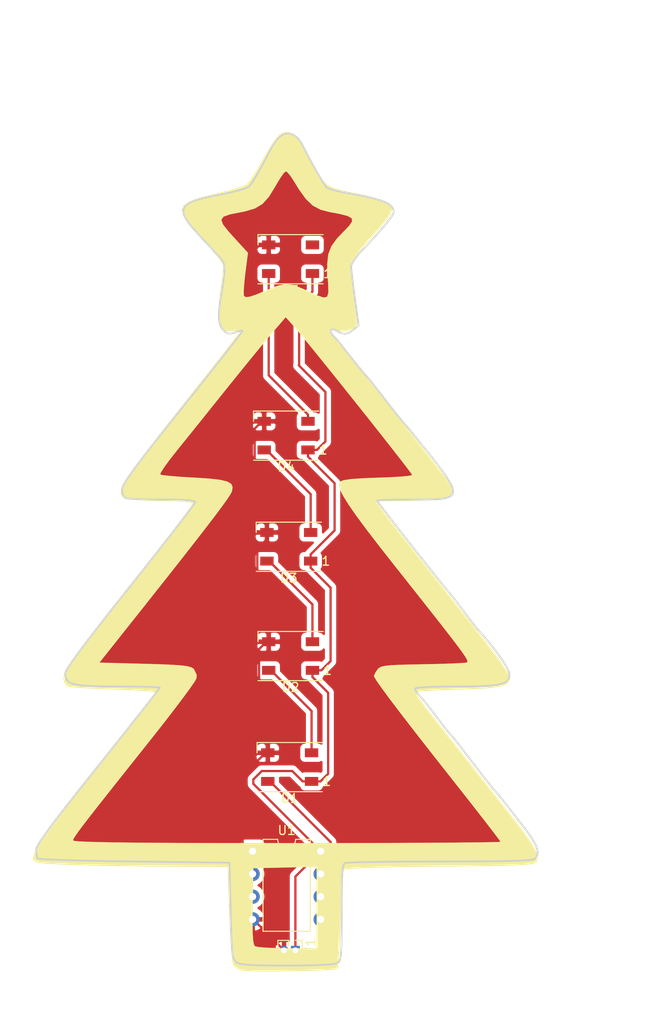
<source format=kicad_pcb>
(kicad_pcb (version 20171130) (host pcbnew "(5.1.4)-1")

  (general
    (thickness 1.6)
    (drawings 64)
    (tracks 75)
    (zones 0)
    (modules 8)
    (nets 14)
  )

  (page A4)
  (layers
    (0 F.Cu signal)
    (31 B.Cu signal)
    (32 B.Adhes user)
    (33 F.Adhes user)
    (34 B.Paste user)
    (35 F.Paste user)
    (36 B.SilkS user)
    (37 F.SilkS user)
    (38 B.Mask user)
    (39 F.Mask user)
    (40 Dwgs.User user)
    (41 Cmts.User user)
    (42 Eco1.User user)
    (43 Eco2.User user)
    (44 Edge.Cuts user)
    (45 Margin user)
    (46 B.CrtYd user)
    (47 F.CrtYd user)
    (48 B.Fab user)
    (49 F.Fab user)
  )

  (setup
    (last_trace_width 0.25)
    (trace_clearance 0.2)
    (zone_clearance 0.508)
    (zone_45_only no)
    (trace_min 0.2)
    (via_size 0.8)
    (via_drill 0.4)
    (via_min_size 0.4)
    (via_min_drill 0.3)
    (uvia_size 0.3)
    (uvia_drill 0.1)
    (uvias_allowed no)
    (uvia_min_size 0.2)
    (uvia_min_drill 0.1)
    (edge_width 0.05)
    (segment_width 0.2)
    (pcb_text_width 0.3)
    (pcb_text_size 1.5 1.5)
    (mod_edge_width 0.12)
    (mod_text_size 1 1)
    (mod_text_width 0.15)
    (pad_size 1.524 1.524)
    (pad_drill 0.762)
    (pad_to_mask_clearance 0.051)
    (solder_mask_min_width 0.25)
    (aux_axis_origin 0 0)
    (visible_elements FFFFFF7F)
    (pcbplotparams
      (layerselection 0x010fc_ffffffff)
      (usegerberextensions false)
      (usegerberattributes false)
      (usegerberadvancedattributes false)
      (creategerberjobfile false)
      (excludeedgelayer true)
      (linewidth 0.100000)
      (plotframeref false)
      (viasonmask false)
      (mode 1)
      (useauxorigin false)
      (hpglpennumber 1)
      (hpglpenspeed 20)
      (hpglpendiameter 15.000000)
      (psnegative false)
      (psa4output false)
      (plotreference true)
      (plotvalue true)
      (plotinvisibletext false)
      (padsonsilk false)
      (subtractmaskfromsilk false)
      (outputformat 1)
      (mirror false)
      (drillshape 1)
      (scaleselection 1)
      (outputdirectory ""))
  )

  (net 0 "")
  (net 1 "Net-(D1-Pad4)")
  (net 2 "Net-(D1-Pad2)")
  (net 3 +5V)
  (net 4 GND)
  (net 5 "Net-(D2-Pad2)")
  (net 6 "Net-(D3-Pad2)")
  (net 7 "Net-(D4-Pad2)")
  (net 8 "Net-(D5-Pad2)")
  (net 9 "Net-(U1-Pad1)")
  (net 10 "Net-(U1-Pad5)")
  (net 11 "Net-(U1-Pad2)")
  (net 12 "Net-(U1-Pad3)")
  (net 13 "Net-(U1-Pad7)")

  (net_class Default "Esta es la clase de red por defecto."
    (clearance 0.2)
    (trace_width 0.25)
    (via_dia 0.8)
    (via_drill 0.4)
    (uvia_dia 0.3)
    (uvia_drill 0.1)
    (add_net +5V)
    (add_net GND)
    (add_net "Net-(D1-Pad2)")
    (add_net "Net-(D1-Pad4)")
    (add_net "Net-(D2-Pad2)")
    (add_net "Net-(D3-Pad2)")
    (add_net "Net-(D4-Pad2)")
    (add_net "Net-(D5-Pad2)")
    (add_net "Net-(U1-Pad1)")
    (add_net "Net-(U1-Pad2)")
    (add_net "Net-(U1-Pad3)")
    (add_net "Net-(U1-Pad5)")
    (add_net "Net-(U1-Pad7)")
  )

  (module "arbolito de navidad:arbolito" (layer F.Cu) (tedit 0) (tstamp 5DF1E495)
    (at 136.19 86.39)
    (fp_text reference G*** (at 0 0) (layer F.SilkS) hide
      (effects (font (size 1.524 1.524) (thickness 0.3)))
    )
    (fp_text value LOGO (at 0.75 0) (layer F.SilkS) hide
      (effects (font (size 1.524 1.524) (thickness 0.3)))
    )
    (fp_poly (pts (xy 0.91274 -46.682645) (xy 1.606512 -45.896445) (xy 1.88777 -45.396483) (xy 2.704086 -43.786292)
      (xy 3.368684 -42.586027) (xy 3.960251 -41.723059) (xy 4.55747 -41.124763) (xy 5.239029 -40.71851)
      (xy 6.083611 -40.431672) (xy 7.169902 -40.191621) (xy 7.62 -40.10555) (xy 9.224295 -39.756127)
      (xy 10.510388 -39.379793) (xy 11.409692 -39.000798) (xy 11.853618 -38.643393) (xy 11.873602 -38.601631)
      (xy 11.934793 -38.29702) (xy 11.852718 -37.944328) (xy 11.579644 -37.471253) (xy 11.067839 -36.805495)
      (xy 10.26957 -35.874752) (xy 9.510246 -35.021799) (xy 8.679245 -34.062115) (xy 7.984477 -33.197238)
      (xy 7.506172 -32.531048) (xy 7.329726 -32.198559) (xy 7.30703 -31.717973) (xy 7.356904 -30.841547)
      (xy 7.469158 -29.701737) (xy 7.602939 -28.646735) (xy 7.770167 -27.426656) (xy 7.905567 -26.398639)
      (xy 7.994029 -25.680087) (xy 8.021053 -25.397674) (xy 7.78763 -25.034786) (xy 7.223049 -24.737848)
      (xy 6.530842 -24.579956) (xy 5.914539 -24.634205) (xy 5.905014 -24.637719) (xy 5.229846 -24.815119)
      (xy 4.987042 -24.679076) (xy 5.177921 -24.232602) (xy 5.53051 -23.782763) (xy 6.096061 -23.110701)
      (xy 6.907357 -22.123938) (xy 7.915408 -20.883947) (xy 9.071222 -19.452205) (xy 10.32581 -17.890186)
      (xy 11.630181 -16.259365) (xy 12.935344 -14.621218) (xy 14.19231 -13.03722) (xy 15.352088 -11.568846)
      (xy 16.365687 -10.277571) (xy 17.184117 -9.22487) (xy 17.758388 -8.472219) (xy 18.023118 -8.106535)
      (xy 18.482808 -7.339272) (xy 18.688773 -6.751298) (xy 18.597184 -6.318495) (xy 18.164211 -6.016743)
      (xy 17.346025 -5.821926) (xy 16.098797 -5.709926) (xy 14.378699 -5.656623) (xy 13.552334 -5.646371)
      (xy 10.126774 -5.614737) (xy 10.944307 -4.478421) (xy 11.31667 -3.983006) (xy 11.973347 -3.132903)
      (xy 12.864864 -1.991189) (xy 13.941746 -0.620942) (xy 15.154515 0.914761) (xy 16.453698 2.552844)
      (xy 16.86877 3.074736) (xy 18.797243 5.502286) (xy 20.413862 7.548318) (xy 21.743708 9.246552)
      (xy 22.811861 10.630703) (xy 23.643403 11.734489) (xy 24.263413 12.591627) (xy 24.696972 13.235834)
      (xy 24.969161 13.700827) (xy 25.10506 14.020323) (xy 25.132632 14.184272) (xy 25.049354 14.565562)
      (xy 24.759452 14.859327) (xy 24.202827 15.078807) (xy 23.319378 15.237243) (xy 22.049005 15.347877)
      (xy 20.331607 15.423949) (xy 19.384211 15.450752) (xy 17.875505 15.497939) (xy 16.555904 15.557283)
      (xy 15.5171 15.623207) (xy 14.850785 15.690133) (xy 14.649334 15.73876) (xy 14.716894 16.011568)
      (xy 15.061444 16.587226) (xy 15.6162 17.358997) (xy 15.852492 17.661754) (xy 16.555254 18.54576)
      (xy 17.476382 19.706993) (xy 18.502931 21.00295) (xy 19.521955 22.291124) (xy 19.651579 22.455131)
      (xy 20.796549 23.902781) (xy 22.094555 25.542028) (xy 23.379676 27.163426) (xy 24.406897 28.457938)
      (xy 25.725165 30.133477) (xy 26.729644 31.454645) (xy 27.451784 32.475422) (xy 27.923035 33.249791)
      (xy 28.17485 33.831732) (xy 28.23868 34.275227) (xy 28.145974 34.634257) (xy 28.077423 34.757894)
      (xy 27.950299 34.861196) (xy 27.678281 34.947099) (xy 27.213389 35.017788) (xy 26.507642 35.07545)
      (xy 25.513058 35.122271) (xy 24.181657 35.160438) (xy 22.465459 35.192137) (xy 20.316481 35.219556)
      (xy 17.686743 35.244879) (xy 17.321948 35.248005) (xy 14.722352 35.276452) (xy 12.404283 35.314646)
      (xy 10.410862 35.361199) (xy 8.785208 35.414722) (xy 7.57044 35.473828) (xy 6.809678 35.537129)
      (xy 6.550526 35.594681) (xy 6.459002 35.935397) (xy 6.36771 36.732119) (xy 6.282316 37.906144)
      (xy 6.208486 39.378769) (xy 6.151885 41.071292) (xy 6.149474 41.16564) (xy 6.098371 42.802281)
      (xy 6.034127 44.255842) (xy 5.962021 45.44175) (xy 5.887333 46.275429) (xy 5.815344 46.672306)
      (xy 5.804625 46.689426) (xy 5.48515 46.755869) (xy 4.73155 46.816705) (xy 3.64442 46.87013)
      (xy 2.32436 46.914341) (xy 0.871967 46.947535) (xy -0.612163 46.967907) (xy -2.027432 46.973656)
      (xy -3.273241 46.962976) (xy -4.248994 46.934066) (xy -4.854094 46.885121) (xy -4.879576 46.880966)
      (xy -5.516375 46.624464) (xy -5.870057 46.277248) (xy -5.958203 45.870847) (xy -6.052872 45.020644)
      (xy -6.147063 43.817405) (xy -6.233775 42.351894) (xy -6.275785 41.39977) (xy -3.701913 41.39977)
      (xy -3.686714 42.643713) (xy -3.634031 43.478067) (xy -3.540151 43.964985) (xy -3.415974 44.158415)
      (xy -3.028044 44.242443) (xy -2.222378 44.311977) (xy -1.115927 44.359882) (xy 0.17436 44.379024)
      (xy 0.200526 44.379063) (xy 3.47579 44.383158) (xy 3.47579 35.27711) (xy -0.066842 35.351713)
      (xy -3.609474 35.426315) (xy -3.683342 39.684088) (xy -3.701913 41.39977) (xy -6.275785 41.39977)
      (xy -6.306005 40.714876) (xy -6.312114 40.546596) (xy -6.499056 35.292631) (xy -13.209002 35.257245)
      (xy -15.355304 35.239625) (xy -17.602442 35.210143) (xy -19.806178 35.171462) (xy -21.822277 35.126248)
      (xy -23.506503 35.077164) (xy -24.063158 35.056718) (xy -25.63579 34.990228) (xy -26.753547 34.927298)
      (xy -27.496018 34.85438) (xy -27.942791 34.757925) (xy -28.173455 34.624387) (xy -28.267597 34.440215)
      (xy -28.286546 34.337769) (xy -28.254789 34.054154) (xy -28.08015 33.629132) (xy -27.739479 33.03064)
      (xy -27.273251 32.323158) (xy -23.795789 32.323158) (xy -23.62701 32.378504) (xy -23.108293 32.427471)
      (xy -22.221065 32.470287) (xy -20.946756 32.507181) (xy -19.266795 32.538385) (xy -17.162611 32.564127)
      (xy -14.615631 32.584636) (xy -11.607286 32.600143) (xy -8.119004 32.610876) (xy -4.132214 32.617066)
      (xy 0.133684 32.618947) (xy 3.659981 32.61735) (xy 7.02961 32.612713) (xy 10.204735 32.605267)
      (xy 13.147519 32.595244) (xy 15.820124 32.582876) (xy 18.184714 32.568393) (xy 20.203452 32.552028)
      (xy 21.838501 32.534012) (xy 23.052023 32.514577) (xy 23.806182 32.493953) (xy 24.063158 32.472547)
      (xy 23.90326 32.235279) (xy 23.449545 31.62974) (xy 22.74098 30.706225) (xy 21.816534 29.515029)
      (xy 20.715174 28.106446) (xy 19.475869 26.530771) (xy 18.625348 25.454126) (xy 16.411926 22.647465)
      (xy 14.514623 20.221539) (xy 12.937287 18.181423) (xy 11.683766 16.532196) (xy 10.757907 15.278934)
      (xy 10.163559 14.426714) (xy 9.904567 13.980613) (xy 9.892632 13.931107) (xy 10.034551 13.58645)
      (xy 10.271739 13.218996) (xy 10.450815 13.029258) (xy 10.723073 12.889439) (xy 11.168504 12.790014)
      (xy 11.867098 12.721455) (xy 12.898847 12.674235) (xy 14.343741 12.638827) (xy 15.284896 12.62192)
      (xy 16.823512 12.589608) (xy 18.187714 12.548916) (xy 19.282597 12.503636) (xy 20.013254 12.457556)
      (xy 20.271315 12.422818) (xy 20.350076 12.372564) (xy 20.366877 12.268442) (xy 20.296172 12.076114)
      (xy 20.112413 11.76124) (xy 19.790056 11.28948) (xy 19.303555 10.626496) (xy 18.627362 9.737948)
      (xy 17.735933 8.589496) (xy 16.603721 7.146802) (xy 15.20518 5.375527) (xy 13.514764 3.24133)
      (xy 12.322476 1.737894) (xy 10.54474 -0.520197) (xy 9.093191 -2.404975) (xy 7.946326 -3.949398)
      (xy 7.082646 -5.186426) (xy 6.480649 -6.149018) (xy 6.118836 -6.870135) (xy 5.975706 -7.382734)
      (xy 6.029758 -7.719776) (xy 6.095946 -7.807104) (xy 6.495155 -7.969177) (xy 7.349404 -8.095701)
      (xy 8.686029 -8.189542) (xy 10.303638 -8.247897) (xy 11.672425 -8.296663) (xy 12.828282 -8.363336)
      (xy 13.6771 -8.44048) (xy 14.124767 -8.520662) (xy 14.170526 -8.55337) (xy 14.009599 -8.796475)
      (xy 13.55578 -9.400807) (xy 12.852513 -10.311877) (xy 11.943243 -11.475193) (xy 10.871414 -12.836265)
      (xy 9.680469 -14.340603) (xy 8.413853 -15.933715) (xy 7.115011 -17.561113) (xy 5.827385 -19.168304)
      (xy 4.594421 -20.700798) (xy 3.459563 -22.104106) (xy 2.466254 -23.323736) (xy 1.657939 -24.305197)
      (xy 1.078062 -24.994) (xy 0.904285 -25.192773) (xy 0.013499 -26.188704) (xy -1.533311 -24.390668)
      (xy -2.180126 -23.624048) (xy -3.0813 -22.535365) (xy -4.158067 -21.22085) (xy -5.331659 -19.776734)
      (xy -6.523308 -18.299247) (xy -6.725475 -18.047369) (xy -7.947725 -16.524282) (xy -9.196613 -14.969577)
      (xy -10.384074 -13.492774) (xy -11.422041 -12.203389) (xy -12.222451 -11.210942) (xy -12.285506 -11.1329)
      (xy -13.030033 -10.18226) (xy -13.610396 -9.384339) (xy -13.965358 -8.827397) (xy -14.040294 -8.603804)
      (xy -13.728392 -8.532297) (xy -12.985022 -8.44783) (xy -11.912987 -8.359782) (xy -10.615092 -8.277529)
      (xy -10.250644 -8.258113) (xy -8.558613 -8.150476) (xy -7.340886 -8.012451) (xy -6.537095 -7.822023)
      (xy -6.086871 -7.557176) (xy -5.929847 -7.195894) (xy -6.005655 -6.716162) (xy -6.007399 -6.710645)
      (xy -6.159201 -6.410099) (xy -6.501994 -5.885123) (xy -7.053547 -5.112522) (xy -7.831628 -4.0691)
      (xy -8.854004 -2.731661) (xy -10.138445 -1.077011) (xy -11.702716 0.918046) (xy -13.564587 3.276706)
      (xy -15.741825 6.022164) (xy -16.267952 6.68421) (xy -20.83772 12.432631) (xy -15.775068 12.566315)
      (xy -13.955154 12.620889) (xy -12.596197 12.680197) (xy -11.624425 12.751995) (xy -10.966067 12.844037)
      (xy -10.547349 12.96408) (xy -10.294502 13.119877) (xy -10.267859 13.145265) (xy -9.949685 13.808769)
      (xy -9.984981 14.214739) (xy -10.1879 14.574346) (xy -10.684732 15.292786) (xy -11.432907 16.313294)
      (xy -12.389852 17.579106) (xy -13.512994 19.033459) (xy -14.759762 20.619588) (xy -15.265651 21.255789)
      (xy -17.193161 23.6734) (xy -18.812067 25.70774) (xy -20.148421 27.392613) (xy -21.228276 28.761819)
      (xy -22.077685 29.84916) (xy -22.722699 30.688438) (xy -23.189372 31.313453) (xy -23.503755 31.758009)
      (xy -23.691902 32.055906) (xy -23.779864 32.240946) (xy -23.795789 32.323158) (xy -27.273251 32.323158)
      (xy -27.209627 32.226612) (xy -26.467444 31.184984) (xy -25.489782 29.873691) (xy -24.253492 28.260668)
      (xy -22.735423 26.313851) (xy -20.912428 24.001174) (xy -19.918947 22.747517) (xy -18.617798 21.104259)
      (xy -17.426197 19.59249) (xy -16.384283 18.263674) (xy -15.532195 17.169271) (xy -14.91007 16.360746)
      (xy -14.558048 15.889561) (xy -14.493599 15.791546) (xy -14.720891 15.714982) (xy -15.399842 15.635449)
      (xy -16.447452 15.559105) (xy -17.78072 15.492107) (xy -19.172547 15.444444) (xy -20.741831 15.391468)
      (xy -22.147085 15.324942) (xy -23.291981 15.250938) (xy -24.080191 15.175531) (xy -24.397368 15.11504)
      (xy -24.768829 14.70526) (xy -24.865263 14.244584) (xy -24.862802 14.06458) (xy -24.839639 13.883483)
      (xy -24.772102 13.669053) (xy -24.636519 13.389046) (xy -24.409219 13.011222) (xy -24.06653 12.503339)
      (xy -23.584781 11.833154) (xy -22.940299 10.968426) (xy -22.109413 9.876913) (xy -21.068452 8.526373)
      (xy -19.793743 6.884566) (xy -18.261616 4.919247) (xy -16.448399 2.598177) (xy -14.330419 -0.110886)
      (xy -14.251429 -0.211912) (xy -13.164962 -1.61206) (xy -12.198473 -2.877869) (xy -11.398218 -3.947087)
      (xy -10.81045 -4.75746) (xy -10.481423 -5.246734) (xy -10.427368 -5.358755) (xy -10.677451 -5.471715)
      (xy -11.359039 -5.558419) (xy -12.36914 -5.608661) (xy -13.03421 -5.617061) (xy -14.358173 -5.636252)
      (xy -15.660722 -5.685505) (xy -16.728375 -5.755722) (xy -17.044737 -5.787987) (xy -17.862546 -5.908507)
      (xy -18.280253 -6.071617) (xy -18.430803 -6.362389) (xy -18.448421 -6.686222) (xy -18.413291 -6.949025)
      (xy -18.290508 -7.287292) (xy -18.053984 -7.736925) (xy -17.677631 -8.333827) (xy -17.135359 -9.1139)
      (xy -16.40108 -10.113047) (xy -15.448705 -11.367169) (xy -14.252146 -12.91217) (xy -12.785314 -14.783951)
      (xy -11.02212 -17.018414) (xy -10.026316 -18.276458) (xy -8.794688 -19.835203) (xy -7.674457 -21.260483)
      (xy -6.707924 -22.497876) (xy -5.93739 -23.492962) (xy -5.405156 -24.191317) (xy -5.153522 -24.53852)
      (xy -5.139645 -24.563373) (xy -5.313325 -24.676019) (xy -5.835419 -24.661511) (xy -5.877357 -24.655624)
      (xy -6.631946 -24.644484) (xy -7.149919 -24.903819) (xy -7.448928 -25.485826) (xy -7.546627 -26.442702)
      (xy -7.460667 -27.826644) (xy -7.322094 -28.927615) (xy -7.166411 -30.069037) (xy -7.043806 -31.043584)
      (xy -6.972121 -31.705784) (xy -6.960989 -31.872157) (xy -7.128131 -32.243324) (xy -7.589178 -32.906895)
      (xy -8.271644 -33.765784) (xy -9.023684 -34.634912) (xy -9.887776 -35.620373) (xy -10.644068 -36.526352)
      (xy -11.08514 -37.091805) (xy -7.196998 -37.091805) (xy -7.006878 -36.569208) (xy -6.396804 -35.795083)
      (xy -5.865367 -35.205199) (xy -4.209566 -33.398183) (xy -4.505849 -31.102961) (xy -4.623502 -30.037485)
      (xy -4.682087 -29.172642) (xy -4.673713 -28.64631) (xy -4.651197 -28.56352) (xy -4.443024 -28.439858)
      (xy -4.015486 -28.488827) (xy -3.288282 -28.732346) (xy -2.181109 -29.192334) (xy -1.905152 -29.313055)
      (xy -0.855054 -29.728275) (xy -0.019176 -29.895216) (xy 0.791832 -29.8065) (xy 1.767319 -29.454748)
      (xy 2.449151 -29.143369) (xy 3.561771 -28.629546) (xy 4.269638 -28.393073) (xy 4.653422 -28.486996)
      (xy 4.793789 -28.964365) (xy 4.771407 -29.878227) (xy 4.7153 -30.633605) (xy 4.656107 -32.112902)
      (xy 4.777693 -33.232387) (xy 5.133928 -34.151706) (xy 5.778683 -35.030505) (xy 6.425629 -35.702265)
      (xy 7.111258 -36.407416) (xy 7.448717 -36.907436) (xy 7.399799 -37.260337) (xy 6.926301 -37.524128)
      (xy 5.990016 -37.75682) (xy 4.946316 -37.948403) (xy 3.896301 -38.220083) (xy 3.035089 -38.683741)
      (xy 2.257577 -39.428276) (xy 1.458665 -40.542588) (xy 1.012919 -41.275431) (xy 0.56438 -41.965959)
      (xy 0.189349 -42.414637) (xy 0.034298 -42.511579) (xy -0.210538 -42.293965) (xy -0.615291 -41.721602)
      (xy -1.095188 -40.915212) (xy -1.126157 -40.85904) (xy -1.863607 -39.654955) (xy -2.590857 -38.852687)
      (xy -3.453394 -38.342482) (xy -4.596704 -38.014583) (xy -4.997307 -37.93867) (xy -6.217244 -37.697712)
      (xy -6.94213 -37.441698) (xy -7.196998 -37.091805) (xy -11.08514 -37.091805) (xy -11.203023 -37.24293)
      (xy -11.456031 -37.620876) (xy -11.630409 -38.181422) (xy -11.472159 -38.655147) (xy -10.935728 -39.07234)
      (xy -9.975564 -39.463292) (xy -8.546113 -39.858294) (xy -7.846265 -40.021178) (xy -6.615023 -40.31785)
      (xy -5.537311 -40.614901) (xy -4.746001 -40.873515) (xy -4.411579 -41.024565) (xy -4.064197 -41.401335)
      (xy -3.553725 -42.136214) (xy -2.958716 -43.110283) (xy -2.544923 -43.850417) (xy -1.927498 -44.927715)
      (xy -1.328481 -45.853559) (xy -0.830766 -46.505583) (xy -0.59555 -46.728123) (xy 0.169131 -46.965012)
      (xy 0.91274 -46.682645)) (layer F.SilkS) (width 0.01))
  )

  (module LED_SMD:LED_WS2812B_PLCC4_5.0x5.0mm_P3.2mm (layer F.Cu) (tedit 5AA4B285) (tstamp 5DF1D67A)
    (at 136.65 110.51 180)
    (descr https://cdn-shop.adafruit.com/datasheets/WS2812B.pdf)
    (tags "LED RGB NeoPixel")
    (path /5DF18C2C)
    (attr smd)
    (fp_text reference D1 (at 0 -3.5) (layer F.SilkS)
      (effects (font (size 1 1) (thickness 0.15)))
    )
    (fp_text value WS2812B (at 0 4) (layer F.Fab)
      (effects (font (size 1 1) (thickness 0.15)))
    )
    (fp_text user 1 (at -4.15 -1.6) (layer F.SilkS)
      (effects (font (size 1 1) (thickness 0.15)))
    )
    (fp_text user %R (at 0 0) (layer F.Fab)
      (effects (font (size 0.8 0.8) (thickness 0.15)))
    )
    (fp_line (start 3.45 -2.75) (end -3.45 -2.75) (layer F.CrtYd) (width 0.05))
    (fp_line (start 3.45 2.75) (end 3.45 -2.75) (layer F.CrtYd) (width 0.05))
    (fp_line (start -3.45 2.75) (end 3.45 2.75) (layer F.CrtYd) (width 0.05))
    (fp_line (start -3.45 -2.75) (end -3.45 2.75) (layer F.CrtYd) (width 0.05))
    (fp_line (start 2.5 1.5) (end 1.5 2.5) (layer F.Fab) (width 0.1))
    (fp_line (start -2.5 -2.5) (end -2.5 2.5) (layer F.Fab) (width 0.1))
    (fp_line (start -2.5 2.5) (end 2.5 2.5) (layer F.Fab) (width 0.1))
    (fp_line (start 2.5 2.5) (end 2.5 -2.5) (layer F.Fab) (width 0.1))
    (fp_line (start 2.5 -2.5) (end -2.5 -2.5) (layer F.Fab) (width 0.1))
    (fp_line (start -3.65 -2.75) (end 3.65 -2.75) (layer F.SilkS) (width 0.12))
    (fp_line (start -3.65 2.75) (end 3.65 2.75) (layer F.SilkS) (width 0.12))
    (fp_line (start 3.65 2.75) (end 3.65 1.6) (layer F.SilkS) (width 0.12))
    (fp_circle (center 0 0) (end 0 -2) (layer F.Fab) (width 0.1))
    (pad 3 smd rect (at 2.45 1.6 180) (size 1.5 1) (layers F.Cu F.Paste F.Mask)
      (net 4 GND))
    (pad 4 smd rect (at 2.45 -1.6 180) (size 1.5 1) (layers F.Cu F.Paste F.Mask)
      (net 1 "Net-(D1-Pad4)"))
    (pad 2 smd rect (at -2.45 1.6 180) (size 1.5 1) (layers F.Cu F.Paste F.Mask)
      (net 2 "Net-(D1-Pad2)"))
    (pad 1 smd rect (at -2.45 -1.6 180) (size 1.5 1) (layers F.Cu F.Paste F.Mask)
      (net 3 +5V))
    (model ${KISYS3DMOD}/LED_SMD.3dshapes/LED_WS2812B_PLCC4_5.0x5.0mm_P3.2mm.wrl
      (at (xyz 0 0 0))
      (scale (xyz 1 1 1))
      (rotate (xyz 0 0 0))
    )
  )

  (module LED_SMD:LED_WS2812B_PLCC4_5.0x5.0mm_P3.2mm (layer F.Cu) (tedit 5AA4B285) (tstamp 5DF1D691)
    (at 136.75 98.09 180)
    (descr https://cdn-shop.adafruit.com/datasheets/WS2812B.pdf)
    (tags "LED RGB NeoPixel")
    (path /5DF19502)
    (attr smd)
    (fp_text reference D2 (at 0 -3.5) (layer F.SilkS)
      (effects (font (size 1 1) (thickness 0.15)))
    )
    (fp_text value WS2812B (at 0 4) (layer F.Fab)
      (effects (font (size 1 1) (thickness 0.15)))
    )
    (fp_circle (center 0 0) (end 0 -2) (layer F.Fab) (width 0.1))
    (fp_line (start 3.65 2.75) (end 3.65 1.6) (layer F.SilkS) (width 0.12))
    (fp_line (start -3.65 2.75) (end 3.65 2.75) (layer F.SilkS) (width 0.12))
    (fp_line (start -3.65 -2.75) (end 3.65 -2.75) (layer F.SilkS) (width 0.12))
    (fp_line (start 2.5 -2.5) (end -2.5 -2.5) (layer F.Fab) (width 0.1))
    (fp_line (start 2.5 2.5) (end 2.5 -2.5) (layer F.Fab) (width 0.1))
    (fp_line (start -2.5 2.5) (end 2.5 2.5) (layer F.Fab) (width 0.1))
    (fp_line (start -2.5 -2.5) (end -2.5 2.5) (layer F.Fab) (width 0.1))
    (fp_line (start 2.5 1.5) (end 1.5 2.5) (layer F.Fab) (width 0.1))
    (fp_line (start -3.45 -2.75) (end -3.45 2.75) (layer F.CrtYd) (width 0.05))
    (fp_line (start -3.45 2.75) (end 3.45 2.75) (layer F.CrtYd) (width 0.05))
    (fp_line (start 3.45 2.75) (end 3.45 -2.75) (layer F.CrtYd) (width 0.05))
    (fp_line (start 3.45 -2.75) (end -3.45 -2.75) (layer F.CrtYd) (width 0.05))
    (fp_text user %R (at 0 0) (layer F.Fab)
      (effects (font (size 0.8 0.8) (thickness 0.15)))
    )
    (fp_text user 1 (at -4.15 -1.6) (layer F.SilkS)
      (effects (font (size 1 1) (thickness 0.15)))
    )
    (pad 1 smd rect (at -2.45 -1.6 180) (size 1.5 1) (layers F.Cu F.Paste F.Mask)
      (net 3 +5V))
    (pad 2 smd rect (at -2.45 1.6 180) (size 1.5 1) (layers F.Cu F.Paste F.Mask)
      (net 5 "Net-(D2-Pad2)"))
    (pad 4 smd rect (at 2.45 -1.6 180) (size 1.5 1) (layers F.Cu F.Paste F.Mask)
      (net 2 "Net-(D1-Pad2)"))
    (pad 3 smd rect (at 2.45 1.6 180) (size 1.5 1) (layers F.Cu F.Paste F.Mask)
      (net 4 GND))
    (model ${KISYS3DMOD}/LED_SMD.3dshapes/LED_WS2812B_PLCC4_5.0x5.0mm_P3.2mm.wrl
      (at (xyz 0 0 0))
      (scale (xyz 1 1 1))
      (rotate (xyz 0 0 0))
    )
  )

  (module LED_SMD:LED_WS2812B_PLCC4_5.0x5.0mm_P3.2mm (layer F.Cu) (tedit 5AA4B285) (tstamp 5DF1D6A8)
    (at 136.55 85.87 180)
    (descr https://cdn-shop.adafruit.com/datasheets/WS2812B.pdf)
    (tags "LED RGB NeoPixel")
    (path /5DF1999F)
    (attr smd)
    (fp_text reference D3 (at 0 -3.5) (layer F.SilkS)
      (effects (font (size 1 1) (thickness 0.15)))
    )
    (fp_text value WS2812B (at 0 4) (layer F.Fab)
      (effects (font (size 1 1) (thickness 0.15)))
    )
    (fp_text user 1 (at -4.15 -1.6) (layer F.SilkS)
      (effects (font (size 1 1) (thickness 0.15)))
    )
    (fp_text user %R (at 0 0) (layer F.Fab)
      (effects (font (size 0.8 0.8) (thickness 0.15)))
    )
    (fp_line (start 3.45 -2.75) (end -3.45 -2.75) (layer F.CrtYd) (width 0.05))
    (fp_line (start 3.45 2.75) (end 3.45 -2.75) (layer F.CrtYd) (width 0.05))
    (fp_line (start -3.45 2.75) (end 3.45 2.75) (layer F.CrtYd) (width 0.05))
    (fp_line (start -3.45 -2.75) (end -3.45 2.75) (layer F.CrtYd) (width 0.05))
    (fp_line (start 2.5 1.5) (end 1.5 2.5) (layer F.Fab) (width 0.1))
    (fp_line (start -2.5 -2.5) (end -2.5 2.5) (layer F.Fab) (width 0.1))
    (fp_line (start -2.5 2.5) (end 2.5 2.5) (layer F.Fab) (width 0.1))
    (fp_line (start 2.5 2.5) (end 2.5 -2.5) (layer F.Fab) (width 0.1))
    (fp_line (start 2.5 -2.5) (end -2.5 -2.5) (layer F.Fab) (width 0.1))
    (fp_line (start -3.65 -2.75) (end 3.65 -2.75) (layer F.SilkS) (width 0.12))
    (fp_line (start -3.65 2.75) (end 3.65 2.75) (layer F.SilkS) (width 0.12))
    (fp_line (start 3.65 2.75) (end 3.65 1.6) (layer F.SilkS) (width 0.12))
    (fp_circle (center 0 0) (end 0 -2) (layer F.Fab) (width 0.1))
    (pad 3 smd rect (at 2.45 1.6 180) (size 1.5 1) (layers F.Cu F.Paste F.Mask)
      (net 4 GND))
    (pad 4 smd rect (at 2.45 -1.6 180) (size 1.5 1) (layers F.Cu F.Paste F.Mask)
      (net 5 "Net-(D2-Pad2)"))
    (pad 2 smd rect (at -2.45 1.6 180) (size 1.5 1) (layers F.Cu F.Paste F.Mask)
      (net 6 "Net-(D3-Pad2)"))
    (pad 1 smd rect (at -2.45 -1.6 180) (size 1.5 1) (layers F.Cu F.Paste F.Mask)
      (net 3 +5V))
    (model ${KISYS3DMOD}/LED_SMD.3dshapes/LED_WS2812B_PLCC4_5.0x5.0mm_P3.2mm.wrl
      (at (xyz 0 0 0))
      (scale (xyz 1 1 1))
      (rotate (xyz 0 0 0))
    )
  )

  (module LED_SMD:LED_WS2812B_PLCC4_5.0x5.0mm_P3.2mm (layer F.Cu) (tedit 5AA4B285) (tstamp 5DF1DD8D)
    (at 136.25 73.44 180)
    (descr https://cdn-shop.adafruit.com/datasheets/WS2812B.pdf)
    (tags "LED RGB NeoPixel")
    (path /5DF19D1A)
    (attr smd)
    (fp_text reference D4 (at 0 -3.5) (layer F.SilkS)
      (effects (font (size 1 1) (thickness 0.15)))
    )
    (fp_text value WS2812B (at 0 4) (layer F.Fab)
      (effects (font (size 1 1) (thickness 0.15)))
    )
    (fp_circle (center 0 0) (end 0 -2) (layer F.Fab) (width 0.1))
    (fp_line (start 3.65 2.75) (end 3.65 1.6) (layer F.SilkS) (width 0.12))
    (fp_line (start -3.65 2.75) (end 3.65 2.75) (layer F.SilkS) (width 0.12))
    (fp_line (start -3.65 -2.75) (end 3.65 -2.75) (layer F.SilkS) (width 0.12))
    (fp_line (start 2.5 -2.5) (end -2.5 -2.5) (layer F.Fab) (width 0.1))
    (fp_line (start 2.5 2.5) (end 2.5 -2.5) (layer F.Fab) (width 0.1))
    (fp_line (start -2.5 2.5) (end 2.5 2.5) (layer F.Fab) (width 0.1))
    (fp_line (start -2.5 -2.5) (end -2.5 2.5) (layer F.Fab) (width 0.1))
    (fp_line (start 2.5 1.5) (end 1.5 2.5) (layer F.Fab) (width 0.1))
    (fp_line (start -3.45 -2.75) (end -3.45 2.75) (layer F.CrtYd) (width 0.05))
    (fp_line (start -3.45 2.75) (end 3.45 2.75) (layer F.CrtYd) (width 0.05))
    (fp_line (start 3.45 2.75) (end 3.45 -2.75) (layer F.CrtYd) (width 0.05))
    (fp_line (start 3.45 -2.75) (end -3.45 -2.75) (layer F.CrtYd) (width 0.05))
    (fp_text user %R (at 0 0) (layer F.Fab)
      (effects (font (size 0.8 0.8) (thickness 0.15)))
    )
    (fp_text user 1 (at -4.15 -1.6) (layer F.SilkS)
      (effects (font (size 1 1) (thickness 0.15)))
    )
    (pad 1 smd rect (at -2.45 -1.6 180) (size 1.5 1) (layers F.Cu F.Paste F.Mask)
      (net 3 +5V))
    (pad 2 smd rect (at -2.45 1.6 180) (size 1.5 1) (layers F.Cu F.Paste F.Mask)
      (net 7 "Net-(D4-Pad2)"))
    (pad 4 smd rect (at 2.45 -1.6 180) (size 1.5 1) (layers F.Cu F.Paste F.Mask)
      (net 6 "Net-(D3-Pad2)"))
    (pad 3 smd rect (at 2.45 1.6 180) (size 1.5 1) (layers F.Cu F.Paste F.Mask)
      (net 4 GND))
    (model ${KISYS3DMOD}/LED_SMD.3dshapes/LED_WS2812B_PLCC4_5.0x5.0mm_P3.2mm.wrl
      (at (xyz 0 0 0))
      (scale (xyz 1 1 1))
      (rotate (xyz 0 0 0))
    )
  )

  (module LED_SMD:LED_WS2812B_PLCC4_5.0x5.0mm_P3.2mm (layer F.Cu) (tedit 5AA4B285) (tstamp 5DF1DA40)
    (at 136.75 53.71 180)
    (descr https://cdn-shop.adafruit.com/datasheets/WS2812B.pdf)
    (tags "LED RGB NeoPixel")
    (path /5DF1A42B)
    (attr smd)
    (fp_text reference D5 (at 0 -3.5) (layer F.SilkS)
      (effects (font (size 1 1) (thickness 0.15)))
    )
    (fp_text value WS2812B (at 0 4) (layer F.Fab)
      (effects (font (size 1 1) (thickness 0.15)))
    )
    (fp_text user 1 (at -4.15 -1.6) (layer F.SilkS)
      (effects (font (size 1 1) (thickness 0.15)))
    )
    (fp_text user %R (at 0 0) (layer F.Fab)
      (effects (font (size 0.8 0.8) (thickness 0.15)))
    )
    (fp_line (start 3.45 -2.75) (end -3.45 -2.75) (layer F.CrtYd) (width 0.05))
    (fp_line (start 3.45 2.75) (end 3.45 -2.75) (layer F.CrtYd) (width 0.05))
    (fp_line (start -3.45 2.75) (end 3.45 2.75) (layer F.CrtYd) (width 0.05))
    (fp_line (start -3.45 -2.75) (end -3.45 2.75) (layer F.CrtYd) (width 0.05))
    (fp_line (start 2.5 1.5) (end 1.5 2.5) (layer F.Fab) (width 0.1))
    (fp_line (start -2.5 -2.5) (end -2.5 2.5) (layer F.Fab) (width 0.1))
    (fp_line (start -2.5 2.5) (end 2.5 2.5) (layer F.Fab) (width 0.1))
    (fp_line (start 2.5 2.5) (end 2.5 -2.5) (layer F.Fab) (width 0.1))
    (fp_line (start 2.5 -2.5) (end -2.5 -2.5) (layer F.Fab) (width 0.1))
    (fp_line (start -3.65 -2.75) (end 3.65 -2.75) (layer F.SilkS) (width 0.12))
    (fp_line (start -3.65 2.75) (end 3.65 2.75) (layer F.SilkS) (width 0.12))
    (fp_line (start 3.65 2.75) (end 3.65 1.6) (layer F.SilkS) (width 0.12))
    (fp_circle (center 0 0) (end 0 -2) (layer F.Fab) (width 0.1))
    (pad 3 smd rect (at 2.45 1.6 180) (size 1.5 1) (layers F.Cu F.Paste F.Mask)
      (net 4 GND))
    (pad 4 smd rect (at 2.45 -1.6 180) (size 1.5 1) (layers F.Cu F.Paste F.Mask)
      (net 7 "Net-(D4-Pad2)"))
    (pad 2 smd rect (at -2.45 1.6 180) (size 1.5 1) (layers F.Cu F.Paste F.Mask)
      (net 8 "Net-(D5-Pad2)"))
    (pad 1 smd rect (at -2.45 -1.6 180) (size 1.5 1) (layers F.Cu F.Paste F.Mask)
      (net 3 +5V))
    (model ${KISYS3DMOD}/LED_SMD.3dshapes/LED_WS2812B_PLCC4_5.0x5.0mm_P3.2mm.wrl
      (at (xyz 0 0 0))
      (scale (xyz 1 1 1))
      (rotate (xyz 0 0 0))
    )
  )

  (module Package_DIP:DIP-8_W7.62mm (layer F.Cu) (tedit 5A02E8C5) (tstamp 5DF1D6F2)
    (at 132.5 119.92)
    (descr "8-lead though-hole mounted DIP package, row spacing 7.62 mm (300 mils)")
    (tags "THT DIP DIL PDIP 2.54mm 7.62mm 300mil")
    (path /5DF1AF11)
    (fp_text reference U1 (at 3.81 -2.33) (layer F.SilkS)
      (effects (font (size 1 1) (thickness 0.15)))
    )
    (fp_text value ATtiny85V-10PU (at 3.81 9.95) (layer F.Fab)
      (effects (font (size 1 1) (thickness 0.15)))
    )
    (fp_arc (start 3.81 -1.33) (end 2.81 -1.33) (angle -180) (layer F.SilkS) (width 0.12))
    (fp_line (start 1.635 -1.27) (end 6.985 -1.27) (layer F.Fab) (width 0.1))
    (fp_line (start 6.985 -1.27) (end 6.985 8.89) (layer F.Fab) (width 0.1))
    (fp_line (start 6.985 8.89) (end 0.635 8.89) (layer F.Fab) (width 0.1))
    (fp_line (start 0.635 8.89) (end 0.635 -0.27) (layer F.Fab) (width 0.1))
    (fp_line (start 0.635 -0.27) (end 1.635 -1.27) (layer F.Fab) (width 0.1))
    (fp_line (start 2.81 -1.33) (end 1.16 -1.33) (layer F.SilkS) (width 0.12))
    (fp_line (start 1.16 -1.33) (end 1.16 8.95) (layer F.SilkS) (width 0.12))
    (fp_line (start 1.16 8.95) (end 6.46 8.95) (layer F.SilkS) (width 0.12))
    (fp_line (start 6.46 8.95) (end 6.46 -1.33) (layer F.SilkS) (width 0.12))
    (fp_line (start 6.46 -1.33) (end 4.81 -1.33) (layer F.SilkS) (width 0.12))
    (fp_line (start -1.1 -1.55) (end -1.1 9.15) (layer F.CrtYd) (width 0.05))
    (fp_line (start -1.1 9.15) (end 8.7 9.15) (layer F.CrtYd) (width 0.05))
    (fp_line (start 8.7 9.15) (end 8.7 -1.55) (layer F.CrtYd) (width 0.05))
    (fp_line (start 8.7 -1.55) (end -1.1 -1.55) (layer F.CrtYd) (width 0.05))
    (fp_text user %R (at 3.81 3.81) (layer F.Fab)
      (effects (font (size 1 1) (thickness 0.15)))
    )
    (pad 1 thru_hole rect (at 0 0) (size 1.6 1.6) (drill 0.8) (layers *.Cu *.Mask)
      (net 9 "Net-(U1-Pad1)"))
    (pad 5 thru_hole oval (at 7.62 7.62) (size 1.6 1.6) (drill 0.8) (layers *.Cu *.Mask)
      (net 10 "Net-(U1-Pad5)"))
    (pad 2 thru_hole oval (at 0 2.54) (size 1.6 1.6) (drill 0.8) (layers *.Cu *.Mask)
      (net 11 "Net-(U1-Pad2)"))
    (pad 6 thru_hole oval (at 7.62 5.08) (size 1.6 1.6) (drill 0.8) (layers *.Cu *.Mask)
      (net 1 "Net-(D1-Pad4)"))
    (pad 3 thru_hole oval (at 0 5.08) (size 1.6 1.6) (drill 0.8) (layers *.Cu *.Mask)
      (net 12 "Net-(U1-Pad3)"))
    (pad 7 thru_hole oval (at 7.62 2.54) (size 1.6 1.6) (drill 0.8) (layers *.Cu *.Mask)
      (net 13 "Net-(U1-Pad7)"))
    (pad 4 thru_hole oval (at 0 7.62) (size 1.6 1.6) (drill 0.8) (layers *.Cu *.Mask)
      (net 4 GND))
    (pad 8 thru_hole oval (at 7.62 0) (size 1.6 1.6) (drill 0.8) (layers *.Cu *.Mask)
      (net 3 +5V))
    (model ${KISYS3DMOD}/Package_DIP.3dshapes/DIP-8_W7.62mm.wrl
      (at (xyz 0 0 0))
      (scale (xyz 1 1 1))
      (rotate (xyz 0 0 0))
    )
  )

  (module Connector_PinHeader_1.27mm:PinHeader_1x02_P1.27mm_Vertical (layer F.Cu) (tedit 59FED6E3) (tstamp 5DF1E366)
    (at 137.29 131 270)
    (descr "Through hole straight pin header, 1x02, 1.27mm pitch, single row")
    (tags "Through hole pin header THT 1x02 1.27mm single row")
    (path /5DF1B937)
    (fp_text reference BT1 (at 0 -1.695 90) (layer F.SilkS)
      (effects (font (size 1 1) (thickness 0.15)))
    )
    (fp_text value Battery_Cell (at 0 2.965 90) (layer F.Fab)
      (effects (font (size 1 1) (thickness 0.15)))
    )
    (fp_line (start -0.525 -0.635) (end 1.05 -0.635) (layer F.Fab) (width 0.1))
    (fp_line (start 1.05 -0.635) (end 1.05 1.905) (layer F.Fab) (width 0.1))
    (fp_line (start 1.05 1.905) (end -1.05 1.905) (layer F.Fab) (width 0.1))
    (fp_line (start -1.05 1.905) (end -1.05 -0.11) (layer F.Fab) (width 0.1))
    (fp_line (start -1.05 -0.11) (end -0.525 -0.635) (layer F.Fab) (width 0.1))
    (fp_line (start -1.11 1.965) (end -0.30753 1.965) (layer F.SilkS) (width 0.12))
    (fp_line (start 0.30753 1.965) (end 1.11 1.965) (layer F.SilkS) (width 0.12))
    (fp_line (start -1.11 0.76) (end -1.11 1.965) (layer F.SilkS) (width 0.12))
    (fp_line (start 1.11 0.76) (end 1.11 1.965) (layer F.SilkS) (width 0.12))
    (fp_line (start -1.11 0.76) (end -0.563471 0.76) (layer F.SilkS) (width 0.12))
    (fp_line (start 0.563471 0.76) (end 1.11 0.76) (layer F.SilkS) (width 0.12))
    (fp_line (start -1.11 0) (end -1.11 -0.76) (layer F.SilkS) (width 0.12))
    (fp_line (start -1.11 -0.76) (end 0 -0.76) (layer F.SilkS) (width 0.12))
    (fp_line (start -1.55 -1.15) (end -1.55 2.45) (layer F.CrtYd) (width 0.05))
    (fp_line (start -1.55 2.45) (end 1.55 2.45) (layer F.CrtYd) (width 0.05))
    (fp_line (start 1.55 2.45) (end 1.55 -1.15) (layer F.CrtYd) (width 0.05))
    (fp_line (start 1.55 -1.15) (end -1.55 -1.15) (layer F.CrtYd) (width 0.05))
    (fp_text user %R (at 0 0.635) (layer F.Fab)
      (effects (font (size 1 1) (thickness 0.15)))
    )
    (pad 1 thru_hole rect (at 0 0 270) (size 1 1) (drill 0.65) (layers *.Cu *.Mask)
      (net 3 +5V))
    (pad 2 thru_hole oval (at 0 1.27 270) (size 1 1) (drill 0.65) (layers *.Cu *.Mask)
      (net 4 GND))
    (model ${KISYS3DMOD}/Connector_PinHeader_1.27mm.3dshapes/PinHeader_1x02_P1.27mm_Vertical.wrl
      (at (xyz 0 0 0))
      (scale (xyz 1 1 1))
      (rotate (xyz 0 0 0))
    )
  )

  (gr_curve (pts (xy 152.925625 104.665025) (xy 153.632301 105.61091) (xy 154.397645 106.587461) (xy 154.626391 106.835135)) (layer Edge.Cuts) (width 0.2))
  (gr_curve (pts (xy 136.324839 132.710858) (xy 132.319045 132.710858) (xy 131.086389 132.628895) (xy 130.68505 132.335853)) (layer Edge.Cuts) (width 0.2))
  (gr_line (start 143.953305 58.100737) (end 144.373691 61.124572) (layer Edge.Cuts) (width 0.2))
  (gr_curve (pts (xy 159.653151 113.185135) (xy 159.882074 113.432811) (xy 160.189996 113.789998) (xy 160.337419 113.978885)) (layer Edge.Cuts) (width 0.2))
  (gr_curve (pts (xy 150.676667 101.7443) (xy 150.676667 101.884153) (xy 150.893588 102.211575) (xy 151.158714 102.471904)) (layer Edge.Cuts) (width 0.2))
  (gr_curve (pts (xy 155.380294 101.490025) (xy 152.548038 101.490025) (xy 150.676667 101.591191) (xy 150.676667 101.7443)) (layer Edge.Cuts) (width 0.2))
  (gr_curve (pts (xy 141.962811 132.436967) (xy 141.660548 132.598733) (xy 139.352484 132.710858) (xy 136.324839 132.710858)) (layer Edge.Cuts) (width 0.2))
  (gr_curve (pts (xy 157.407016 110.353566) (xy 158.413467 111.663254) (xy 159.424228 112.937461) (xy 159.653151 113.185135)) (layer Edge.Cuts) (width 0.2))
  (gr_line (start 144.373691 61.124572) (end 143.791701 61.59584) (layer Edge.Cuts) (width 0.2))
  (gr_curve (pts (xy 160.337419 113.978885) (xy 160.484842 114.167773) (xy 161.467108 115.420234) (xy 162.520232 116.762135)) (layer Edge.Cuts) (width 0.2))
  (gr_curve (pts (xy 142.474584 126.776733) (xy 142.474584 131.831261) (xy 142.443056 132.179945) (xy 141.962811 132.436967)) (layer Edge.Cuts) (width 0.2))
  (gr_curve (pts (xy 162.520232 116.762135) (xy 164.411354 119.171819) (xy 164.779025 120.090167) (xy 164.1175 120.751691)) (layer Edge.Cuts) (width 0.2))
  (gr_line (start 130.68505 132.335853) (end 130.68505 132.335853) (layer Edge.Cuts) (width 0.2))
  (gr_curve (pts (xy 151.158714 102.471904) (xy 151.42384 102.732235) (xy 152.21895 103.719139) (xy 152.925625 104.665025)) (layer Edge.Cuts) (width 0.2))
  (gr_curve (pts (xy 153.555807 121.069191) (xy 147.9215 121.069191) (xy 143.123281 121.14146) (xy 142.893099 121.229791)) (layer Edge.Cuts) (width 0.2))
  (gr_curve (pts (xy 164.1175 120.751691) (xy 163.881489 120.987702) (xy 161.170735 121.069191) (xy 153.555807 121.069191)) (layer Edge.Cuts) (width 0.2))
  (gr_curve (pts (xy 142.893099 121.229791) (xy 142.530432 121.368959) (xy 142.474584 122.109168) (xy 142.474584 126.776733)) (layer Edge.Cuts) (width 0.2))
  (gr_curve (pts (xy 154.626391 106.835135) (xy 155.102307 107.350437) (xy 154.990063 107.208409) (xy 157.407016 110.353566)) (layer Edge.Cuts) (width 0.2))
  (gr_curve (pts (xy 130.58159 61.87851) (xy 129.926151 62.125911) (xy 129.714185 62.09446) (xy 129.258673 61.682229)) (layer Edge.Cuts) (width 0.2))
  (gr_curve (pts (xy 122.387891 80.587941) (xy 120.362501 80.587941) (xy 118.517032 80.515673) (xy 118.28685 80.427342)) (layer Edge.Cuts) (width 0.2))
  (gr_curve (pts (xy 118.28685 80.427342) (xy 118.036773 80.33138) (xy 117.868334 79.954235) (xy 117.868334 79.490267)) (layer Edge.Cuts) (width 0.2))
  (gr_curve (pts (xy 119.279188 121.069191) (xy 113.43396 120.996431) (xy 108.562319 120.847603) (xy 108.45332 120.738462)) (layer Edge.Cuts) (width 0.2))
  (gr_curve (pts (xy 157.744048 95.140025) (xy 159.674209 97.285483) (xy 161.26 99.527078) (xy 161.26 100.11)) (layer Edge.Cuts) (width 0.2))
  (gr_curve (pts (xy 146.443334 80.722569) (xy 146.443334 80.852223) (xy 153.713041 90.096421) (xy 154.452205 90.906691)) (layer Edge.Cuts) (width 0.2))
  (gr_curve (pts (xy 150.359167 80.587941) (xy 148.205459 80.587941) (xy 146.443334 80.648523) (xy 146.443334 80.722569)) (layer Edge.Cuts) (width 0.2))
  (gr_curve (pts (xy 156.100625 93.023358) (xy 156.808129 93.969243) (xy 157.547671 94.921743) (xy 157.744048 95.140025)) (layer Edge.Cuts) (width 0.2))
  (gr_curve (pts (xy 141.95386 61.746393) (xy 141.230645 61.294738) (xy 140.955436 61.704909) (xy 141.567795 62.321782)) (layer Edge.Cuts) (width 0.2))
  (gr_curve (pts (xy 129.258673 61.682229) (xy 128.650087 61.131464) (xy 128.571151 60.111822) (xy 128.959393 57.816221)) (layer Edge.Cuts) (width 0.2))
  (gr_curve (pts (xy 154.452205 90.906691) (xy 154.65133 91.124973) (xy 155.393121 92.077473) (xy 156.100625 93.023358)) (layer Edge.Cuts) (width 0.2))
  (gr_curve (pts (xy 150.029787 72.703885) (xy 156.533928 80.705419) (xy 156.52902 80.587941) (xy 150.359167 80.587941)) (layer Edge.Cuts) (width 0.2))
  (gr_curve (pts (xy 149.340127 71.910135) (xy 149.565901 72.157811) (xy 149.876249 72.514998) (xy 150.029787 72.703885)) (layer Edge.Cuts) (width 0.2))
  (gr_curve (pts (xy 147.500101 69.607733) (xy 148.286342 70.626379) (xy 149.114353 71.662461) (xy 149.340127 71.910135)) (layer Edge.Cuts) (width 0.2))
  (gr_curve (pts (xy 145.103976 66.618469) (xy 145.629483 67.191024) (xy 145.772022 67.368846) (xy 147.500101 69.607733)) (layer Edge.Cuts) (width 0.2))
  (gr_curve (pts (xy 142.342292 63.181644) (xy 143.199648 64.303432) (xy 144.75004 66.232843) (xy 145.103976 66.618469)) (layer Edge.Cuts) (width 0.2))
  (gr_curve (pts (xy 143.275514 46.341191) (xy 147.192742 47.025048) (xy 148.295417 47.48852) (xy 148.295417 48.451133)) (layer Edge.Cuts) (width 0.2))
  (gr_curve (pts (xy 141.567795 62.321782) (xy 141.848249 62.604302) (xy 142.196771 62.991239) (xy 142.342292 63.181644)) (layer Edge.Cuts) (width 0.2))
  (gr_curve (pts (xy 143.791701 61.59584) (xy 143.108284 62.149237) (xy 142.657982 62.186125) (xy 141.95386 61.746393)) (layer Edge.Cuts) (width 0.2))
  (gr_line (start 130.039168 126.581166) (end 129.906876 121.201483) (layer Edge.Cuts) (width 0.2))
  (gr_curve (pts (xy 143.536052 54.537109) (xy 143.5342 54.833995) (xy 143.722091 56.437627) (xy 143.953305 58.100737)) (layer Edge.Cuts) (width 0.2))
  (gr_curve (pts (xy 144.680804 52.806691) (xy 144.052913 53.461535) (xy 143.537775 54.240223) (xy 143.536052 54.537109)) (layer Edge.Cuts) (width 0.2))
  (gr_curve (pts (xy 111.518334 100.019961) (xy 111.518334 99.571163) (xy 113.741887 96.589113) (xy 118.794376 90.261918)) (layer Edge.Cuts) (width 0.2))
  (gr_curve (pts (xy 122.101668 101.627558) (xy 122.101668 101.551913) (xy 119.985035 101.490025) (xy 117.39804 101.490025)) (layer Edge.Cuts) (width 0.2))
  (gr_curve (pts (xy 148.295417 48.451133) (xy 148.295417 48.814518) (xy 146.92311 50.468129) (xy 144.680804 52.806691)) (layer Edge.Cuts) (width 0.2))
  (gr_curve (pts (xy 108.45332 120.738462) (xy 108.344321 120.629322) (xy 108.25514 120.205253) (xy 108.25514 119.796088)) (layer Edge.Cuts) (width 0.2))
  (gr_curve (pts (xy 137.041053 39.789603) (xy 137.402074 39.954097) (xy 137.878499 40.479687) (xy 138.09977 40.957582)) (layer Edge.Cuts) (width 0.2))
  (gr_curve (pts (xy 126.070418 80.869064) (xy 126.070418 80.684088) (xy 124.81095 80.587941) (xy 122.387891 80.587941)) (layer Edge.Cuts) (width 0.2))
  (gr_curve (pts (xy 132.083153 45.584432) (xy 132.465373 45.202211) (xy 133.005456 44.280316) (xy 134.313273 41.777723)) (layer Edge.Cuts) (width 0.2))
  (gr_curve (pts (xy 128.835853 46.47891) (xy 130.429603 46.179212) (xy 131.890889 45.776697) (xy 132.083153 45.584432)) (layer Edge.Cuts) (width 0.2))
  (gr_curve (pts (xy 131.362084 61.729885) (xy 131.362084 61.649598) (xy 131.010861 61.716471) (xy 130.58159 61.87851)) (layer Edge.Cuts) (width 0.2))
  (gr_curve (pts (xy 126.393098 50.895135) (xy 123.726913 48.012384) (xy 124.080505 47.373131) (xy 128.835853 46.47891)) (layer Edge.Cuts) (width 0.2))
  (gr_curve (pts (xy 128.74413 53.439581) (xy 128.35614 53.018731) (xy 127.298177 51.873731) (xy 126.393098 50.895135)) (layer Edge.Cuts) (width 0.2))
  (gr_curve (pts (xy 117.39804 101.490025) (xy 112.256347 101.490025) (xy 111.518334 101.305504) (xy 111.518334 100.019961)) (layer Edge.Cuts) (width 0.2))
  (gr_curve (pts (xy 130.68505 132.335853) (xy 130.213962 131.991879) (xy 130.160511 131.515653) (xy 130.039168 126.581166)) (layer Edge.Cuts) (width 0.2))
  (gr_curve (pts (xy 124.615209 70.294827) (xy 128.325991 65.664396) (xy 131.362084 61.810173) (xy 131.362084 61.729885)) (layer Edge.Cuts) (width 0.2))
  (gr_curve (pts (xy 117.868334 79.490267) (xy 117.868334 78.871759) (xy 119.240927 77.001027) (xy 124.615209 70.294827)) (layer Edge.Cuts) (width 0.2))
  (gr_curve (pts (xy 128.959393 57.816221) (xy 129.514237 54.53554) (xy 129.500696 54.260222) (xy 128.74413 53.439581)) (layer Edge.Cuts) (width 0.2))
  (gr_curve (pts (xy 115.178403 110.408621) (xy 118.986199 105.654677) (xy 122.101668 101.703199) (xy 122.101668 101.627558)) (layer Edge.Cuts) (width 0.2))
  (gr_line (start 129.906876 121.201483) (end 119.279188 121.069191) (layer Edge.Cuts) (width 0.2))
  (gr_curve (pts (xy 140.784586 45.666276) (xy 140.94454 45.826232) (xy 142.065458 46.129944) (xy 143.275514 46.341191)) (layer Edge.Cuts) (width 0.2))
  (gr_curve (pts (xy 138.09977 40.957582) (xy 138.710285 42.276146) (xy 140.455821 45.337512) (xy 140.784586 45.666276)) (layer Edge.Cuts) (width 0.2))
  (gr_curve (pts (xy 108.25514 119.796088) (xy 108.25514 119.219733) (xy 109.814694 117.105085) (xy 115.178403 110.408621)) (layer Edge.Cuts) (width 0.2))
  (gr_curve (pts (xy 134.313273 41.777723) (xy 135.302923 39.88396) (xy 136.051191 39.338592) (xy 137.041053 39.789603)) (layer Edge.Cuts) (width 0.2))
  (gr_curve (pts (xy 118.794376 90.261918) (xy 122.796199 85.250466) (xy 126.070418 81.023681) (xy 126.070418 80.869064)) (layer Edge.Cuts) (width 0.2))
  (gr_curve (pts (xy 161.26 100.11) (xy 161.26 101.297075) (xy 160.437921 101.490025) (xy 155.380294 101.490025)) (layer Edge.Cuts) (width 0.2))

  (segment (start 134.45 112.11) (end 134.2 112.11) (width 0.25) (layer F.Cu) (net 1))
  (segment (start 141.245001 118.905001) (end 134.45 112.11) (width 0.25) (layer F.Cu) (net 1))
  (segment (start 141.245001 123.874999) (end 141.245001 118.905001) (width 0.25) (layer F.Cu) (net 1))
  (segment (start 140.12 125) (end 141.245001 123.874999) (width 0.25) (layer F.Cu) (net 1))
  (segment (start 134.55 99.69) (end 134.3 99.69) (width 0.25) (layer F.Cu) (net 2))
  (segment (start 139.1 104.24) (end 134.55 99.69) (width 0.25) (layer F.Cu) (net 2))
  (segment (start 139.1 108.91) (end 139.1 104.24) (width 0.25) (layer F.Cu) (net 2))
  (segment (start 140.12 119.92) (end 132.58 112.38) (width 0.25) (layer F.Cu) (net 3))
  (segment (start 132.58 111.894998) (end 133.524998 110.95) (width 0.25) (layer F.Cu) (net 3))
  (segment (start 132.58 112.38) (end 132.58 111.894998) (width 0.25) (layer F.Cu) (net 3))
  (segment (start 138.1 112.11) (end 139.1 112.11) (width 0.25) (layer F.Cu) (net 3))
  (segment (start 136.94 110.95) (end 138.1 112.11) (width 0.25) (layer F.Cu) (net 3))
  (segment (start 133.524998 110.95) (end 136.94 110.95) (width 0.25) (layer F.Cu) (net 3))
  (segment (start 140.1 112.11) (end 140.96 111.25) (width 0.25) (layer F.Cu) (net 3))
  (segment (start 139.1 112.11) (end 140.1 112.11) (width 0.25) (layer F.Cu) (net 3))
  (segment (start 139.2 100.44) (end 139.2 99.69) (width 0.25) (layer F.Cu) (net 3))
  (segment (start 140.96 102.2) (end 139.2 100.44) (width 0.25) (layer F.Cu) (net 3))
  (segment (start 140.96 111.25) (end 140.96 102.2) (width 0.25) (layer F.Cu) (net 3))
  (segment (start 140.2 99.69) (end 141.23 98.66) (width 0.25) (layer F.Cu) (net 3))
  (segment (start 139.2 99.69) (end 140.2 99.69) (width 0.25) (layer F.Cu) (net 3))
  (segment (start 139 88.22) (end 139 87.47) (width 0.25) (layer F.Cu) (net 3))
  (segment (start 141.23 90.45) (end 139 88.22) (width 0.25) (layer F.Cu) (net 3))
  (segment (start 141.23 98.66) (end 141.23 90.45) (width 0.25) (layer F.Cu) (net 3))
  (segment (start 138.7 75.79) (end 138.7 75.04) (width 0.25) (layer F.Cu) (net 3))
  (segment (start 141.68 78.77) (end 138.7 75.79) (width 0.25) (layer F.Cu) (net 3))
  (segment (start 141.68 84.04) (end 141.68 78.77) (width 0.25) (layer F.Cu) (net 3))
  (segment (start 139 87.47) (end 139 86.72) (width 0.25) (layer F.Cu) (net 3))
  (segment (start 139 86.72) (end 141.68 84.04) (width 0.25) (layer F.Cu) (net 3))
  (segment (start 139.7 75.04) (end 140.65 74.09) (width 0.25) (layer F.Cu) (net 3))
  (segment (start 138.7 75.04) (end 139.7 75.04) (width 0.25) (layer F.Cu) (net 3))
  (segment (start 137.29 122.75) (end 140.12 119.92) (width 0.25) (layer F.Cu) (net 3))
  (segment (start 137.29 131) (end 137.29 122.75) (width 0.25) (layer F.Cu) (net 3))
  (segment (start 140.65 74.09) (end 140.65 68.56) (width 0.25) (layer F.Cu) (net 3))
  (segment (start 140.65 68.56) (end 137.67 65.58) (width 0.25) (layer F.Cu) (net 3))
  (segment (start 137.67 65.58) (end 137.71 65.54) (width 0.25) (layer F.Cu) (net 3))
  (segment (start 137.71 65.54) (end 137.71 58.83) (width 0.25) (layer F.Cu) (net 3))
  (segment (start 139.2 57.34) (end 139.2 55.31) (width 0.25) (layer F.Cu) (net 3))
  (segment (start 137.71 58.83) (end 139.2 57.34) (width 0.25) (layer F.Cu) (net 3))
  (segment (start 133.8 71.09) (end 133.8 71.84) (width 0.25) (layer F.Cu) (net 4))
  (segment (start 132.8 70.09) (end 133.8 71.09) (width 0.25) (layer F.Cu) (net 4))
  (segment (start 132.8 52.61) (end 132.8 70.09) (width 0.25) (layer F.Cu) (net 4))
  (segment (start 133.3 52.11) (end 132.8 52.61) (width 0.25) (layer F.Cu) (net 4))
  (segment (start 134.3 52.11) (end 133.3 52.11) (width 0.25) (layer F.Cu) (net 4))
  (segment (start 134.1 83.52) (end 134.1 84.27) (width 0.25) (layer F.Cu) (net 4))
  (segment (start 132.724999 82.144999) (end 134.1 83.52) (width 0.25) (layer F.Cu) (net 4))
  (segment (start 132.724999 72.665001) (end 132.724999 82.144999) (width 0.25) (layer F.Cu) (net 4))
  (segment (start 133.55 71.84) (end 132.724999 72.665001) (width 0.25) (layer F.Cu) (net 4))
  (segment (start 133.8 71.84) (end 133.55 71.84) (width 0.25) (layer F.Cu) (net 4))
  (segment (start 134.3 95.74) (end 134.3 96.49) (width 0.25) (layer F.Cu) (net 4))
  (segment (start 133.024999 94.464999) (end 134.3 95.74) (width 0.25) (layer F.Cu) (net 4))
  (segment (start 133.024999 86.095001) (end 133.024999 94.464999) (width 0.25) (layer F.Cu) (net 4))
  (segment (start 134.1 85.02) (end 133.024999 86.095001) (width 0.25) (layer F.Cu) (net 4))
  (segment (start 134.1 84.27) (end 134.1 85.02) (width 0.25) (layer F.Cu) (net 4))
  (segment (start 134.2 108.16) (end 134.2 108.91) (width 0.25) (layer F.Cu) (net 4))
  (segment (start 133.224999 107.184999) (end 134.2 108.16) (width 0.25) (layer F.Cu) (net 4))
  (segment (start 133.224999 97.315001) (end 133.224999 107.184999) (width 0.25) (layer F.Cu) (net 4))
  (segment (start 134.05 96.49) (end 133.224999 97.315001) (width 0.25) (layer F.Cu) (net 4))
  (segment (start 134.3 96.49) (end 134.05 96.49) (width 0.25) (layer F.Cu) (net 4))
  (segment (start 131.700001 126.740001) (end 132.5 127.54) (width 0.25) (layer F.Cu) (net 4))
  (segment (start 131.374999 126.414999) (end 131.700001 126.740001) (width 0.25) (layer F.Cu) (net 4))
  (segment (start 131.374999 111.485001) (end 131.374999 126.414999) (width 0.25) (layer F.Cu) (net 4))
  (segment (start 133.95 108.91) (end 131.374999 111.485001) (width 0.25) (layer F.Cu) (net 4))
  (segment (start 134.2 108.91) (end 133.95 108.91) (width 0.25) (layer F.Cu) (net 4))
  (segment (start 132.56 127.54) (end 132.5 127.54) (width 0.25) (layer F.Cu) (net 4))
  (segment (start 136.02 131) (end 132.56 127.54) (width 0.25) (layer F.Cu) (net 4))
  (segment (start 134.35 87.47) (end 134.1 87.47) (width 0.25) (layer F.Cu) (net 5))
  (segment (start 139.2 92.32) (end 134.35 87.47) (width 0.25) (layer F.Cu) (net 5))
  (segment (start 139.2 96.49) (end 139.2 92.32) (width 0.25) (layer F.Cu) (net 5))
  (segment (start 134.05 75.04) (end 133.8 75.04) (width 0.25) (layer F.Cu) (net 6))
  (segment (start 139 79.99) (end 134.05 75.04) (width 0.25) (layer F.Cu) (net 6))
  (segment (start 139 84.27) (end 139 79.99) (width 0.25) (layer F.Cu) (net 6))
  (segment (start 134.55 55.31) (end 134.3 55.31) (width 0.25) (layer F.Cu) (net 7))
  (segment (start 134.3 66.69) (end 134.3 55.31) (width 0.25) (layer F.Cu) (net 7))
  (segment (start 138.7 71.84) (end 138.7 71.09) (width 0.25) (layer F.Cu) (net 7))
  (segment (start 138.7 71.09) (end 134.3 66.69) (width 0.25) (layer F.Cu) (net 7))

  (zone (net 4) (net_name GND) (layer F.Cu) (tstamp 0) (hatch edge 0.508)
    (connect_pads (clearance 0.508))
    (min_thickness 0.254)
    (fill yes (arc_segments 32) (thermal_gap 0.508) (thermal_bridge_width 0.508))
    (polygon
      (pts
        (xy 107.93 40.11) (xy 104.21 128.23) (xy 144.22 139.25) (xy 177.91 121.75) (xy 173.38 44.32)
        (xy 140.49 24.72) (xy 108.26 38.98) (xy 107.91 40.12) (xy 107.93 40.12)
      )
    )
    (filled_polygon
      (pts
        (xy 136.508966 40.384933) (xy 136.587442 40.402919) (xy 136.675748 40.433061) (xy 136.720073 40.45185) (xy 136.781255 40.48541)
        (xy 136.84372 40.529293) (xy 136.915466 40.588479) (xy 136.988985 40.656967) (xy 137.06423 40.734664) (xy 137.136484 40.816634)
        (xy 137.207175 40.904495) (xy 137.271852 40.992749) (xy 137.331512 41.082744) (xy 137.385623 41.174519) (xy 137.437669 41.276789)
        (xy 137.500286 41.409755) (xy 137.500355 41.409871) (xy 137.503673 41.41685) (xy 137.5708 41.555527) (xy 137.570894 41.555682)
        (xy 137.573492 41.561029) (xy 137.641594 41.698781) (xy 137.641688 41.698932) (xy 137.643781 41.703169) (xy 137.711506 41.837888)
        (xy 137.711601 41.838038) (xy 137.713388 41.841605) (xy 137.784813 41.981701) (xy 137.7849 41.981837) (xy 137.786447 41.984887)
        (xy 137.855808 42.119312) (xy 137.85589 42.119438) (xy 137.857228 42.12205) (xy 137.926443 42.254823) (xy 137.926522 42.254943)
        (xy 137.927719 42.257259) (xy 137.997007 42.388966) (xy 137.997077 42.389072) (xy 137.998164 42.391157) (xy 138.067875 42.522593)
        (xy 138.067946 42.522701) (xy 138.068958 42.524626) (xy 138.13955 42.65672) (xy 138.139616 42.656819) (xy 138.140582 42.658644)
        (xy 138.214141 42.795312) (xy 138.214204 42.795405) (xy 138.215144 42.79717) (xy 138.289989 42.935275) (xy 138.290051 42.935366)
        (xy 138.290922 42.936991) (xy 138.362079 43.067462) (xy 138.362139 43.06755) (xy 138.362987 43.069122) (xy 138.438156 43.20611)
        (xy 138.438215 43.206197) (xy 138.439035 43.207707) (xy 138.511643 43.339252) (xy 138.511703 43.33934) (xy 138.512511 43.340819)
        (xy 138.588836 43.478305) (xy 138.588894 43.47839) (xy 138.589691 43.47984) (xy 138.661437 43.608353) (xy 138.661494 43.608435)
        (xy 138.662299 43.609893) (xy 138.740707 43.749552) (xy 138.740769 43.74964) (xy 138.741601 43.751139) (xy 138.818334 43.887023)
        (xy 138.818393 43.887108) (xy 138.819212 43.888573) (xy 138.892469 44.01757) (xy 138.892528 44.017653) (xy 138.893341 44.019101)
        (xy 138.966224 44.146727) (xy 138.966286 44.146815) (xy 138.967139 44.148324) (xy 139.042689 44.279852) (xy 139.042753 44.279941)
        (xy 139.043672 44.281558) (xy 139.120036 44.413683) (xy 139.1201 44.413772) (xy 139.121068 44.415464) (xy 139.196431 44.545018)
        (xy 139.1965 44.545114) (xy 139.197533 44.546906) (xy 139.273234 44.676155) (xy 139.27331 44.676259) (xy 139.274431 44.678191)
        (xy 139.350174 44.806564) (xy 139.350256 44.806676) (xy 139.351499 44.8088) (xy 139.428425 44.938131) (xy 139.428513 44.938251)
        (xy 139.429924 44.940639) (xy 139.506138 45.067623) (xy 139.506235 45.067754) (xy 139.507834 45.070433) (xy 139.584296 45.196549)
        (xy 139.584396 45.196682) (xy 139.586302 45.199839) (xy 139.663719 45.326033) (xy 139.66383 45.326179) (xy 139.666208 45.330061)
        (xy 139.746155 45.458515) (xy 139.746266 45.45866) (xy 139.749317 45.46355) (xy 139.827395 45.586768) (xy 139.827481 45.586879)
        (xy 139.831621 45.593359) (xy 139.910931 45.715621) (xy 139.9113 45.716084) (xy 139.911571 45.716605) (xy 139.917229 45.725166)
        (xy 139.997957 45.845472) (xy 140.00098 45.849144) (xy 140.003287 45.853306) (xy 140.009173 45.861712) (xy 140.093724 45.980682)
        (xy 140.107288 45.996285) (xy 140.118548 46.013613) (xy 140.125008 46.021587) (xy 140.215546 46.131746) (xy 140.236747 46.152935)
        (xy 140.255391 46.176389) (xy 140.262582 46.183711) (xy 140.263795 46.184929) (xy 140.271336 46.191149) (xy 140.277726 46.198552)
        (xy 140.299088 46.215241) (xy 140.317007 46.23315) (xy 140.34478 46.251731) (xy 140.374453 46.276207) (xy 140.383061 46.280845)
        (xy 140.390766 46.286865) (xy 140.399469 46.292303) (xy 140.523351 46.368513) (xy 140.570209 46.391366) (xy 140.615754 46.416684)
        (xy 140.625196 46.420705) (xy 140.766709 46.479811) (xy 140.781322 46.484298) (xy 140.795069 46.490971) (xy 140.804719 46.494463)
        (xy 140.953145 46.547004) (xy 140.959651 46.548613) (xy 140.965765 46.551342) (xy 140.975522 46.554522) (xy 141.130252 46.603762)
        (xy 141.133231 46.604398) (xy 141.136043 46.605579) (xy 141.145868 46.608542) (xy 141.303067 46.654747) (xy 141.304137 46.654951)
        (xy 141.305142 46.655353) (xy 141.315016 46.65815) (xy 141.47411 46.702004) (xy 141.474116 46.702006) (xy 141.474202 46.702029)
        (xy 141.474238 46.702039) (xy 141.474241 46.702039) (xy 141.484028 46.704666) (xy 141.645833 46.746876) (xy 141.645939 46.746893)
        (xy 141.654228 46.749013) (xy 141.817655 46.789595) (xy 141.817801 46.789616) (xy 141.825123 46.791408) (xy 141.989804 46.830478)
        (xy 141.989965 46.8305) (xy 141.996597 46.832056) (xy 142.161845 46.869608) (xy 142.162019 46.86963) (xy 142.168226 46.871028)
        (xy 142.336922 46.907789) (xy 142.337105 46.90781) (xy 142.342984 46.909083) (xy 142.508401 46.943671) (xy 142.508582 46.943691)
        (xy 142.514293 46.944878) (xy 142.686521 46.979422) (xy 142.686703 46.97944) (xy 142.692363 46.980569) (xy 142.860486 47.012875)
        (xy 142.860665 47.012892) (xy 142.866304 47.013969) (xy 143.040939 47.04607) (xy 143.041124 47.046086) (xy 143.045646 47.046919)
        (xy 143.147341 47.064929) (xy 143.147407 47.064934) (xy 143.148385 47.065113) (xy 143.320395 47.09532) (xy 143.499436 47.127172)
        (xy 143.67116 47.158148) (xy 143.838587 47.188796) (xy 144.012466 47.221129) (xy 144.181673 47.253142) (xy 144.355579 47.286664)
        (xy 144.52449 47.319892) (xy 144.68848 47.352846) (xy 144.856131 47.387328) (xy 145.018258 47.421522) (xy 145.181108 47.456805)
        (xy 145.343918 47.493137) (xy 145.502314 47.529631) (xy 145.66351 47.568091) (xy 145.819021 47.60663) (xy 145.972461 47.646259)
        (xy 146.124507 47.687337) (xy 146.271113 47.728943) (xy 146.41472 47.771942) (xy 146.554141 47.816224) (xy 146.690933 47.86261)
        (xy 146.82141 47.910196) (xy 146.94711 47.959925) (xy 147.063151 48.0102) (xy 147.171173 48.062021) (xy 147.267972 48.114168)
        (xy 147.351953 48.165824) (xy 147.421661 48.21586) (xy 147.474479 48.261382) (xy 147.510206 48.299791) (xy 147.531244 48.329603)
        (xy 147.542951 48.353458) (xy 147.547069 48.367739) (xy 147.541212 48.379051) (xy 147.485712 48.470291) (xy 147.418184 48.572119)
        (xy 147.344669 48.676917) (xy 147.265937 48.784682) (xy 147.185062 48.89198) (xy 147.101662 48.999901) (xy 147.017441 49.10667)
        (xy 146.93112 49.21421) (xy 146.84389 49.321256) (xy 146.75445 49.429574) (xy 146.664348 49.537398) (xy 146.574986 49.643221)
        (xy 146.485177 49.748571) (xy 146.390839 49.85827) (xy 146.297453 49.965973) (xy 146.205546 50.071187) (xy 146.110847 50.178856)
        (xy 146.018423 50.283259) (xy 145.923144 50.390247) (xy 145.823414 50.501578) (xy 145.723432 50.612563) (xy 145.629205 50.716622)
        (xy 145.530112 50.82552) (xy 145.434444 50.930172) (xy 145.336633 51.036699) (xy 145.234593 51.147349) (xy 145.136024 51.253796)
        (xy 145.038773 51.358413) (xy 144.939934 51.46434) (xy 144.842551 51.568331) (xy 144.743426 51.673814) (xy 144.646811 51.776286)
        (xy 144.538758 51.890503) (xy 144.44175 51.992706) (xy 144.337427 52.10228) (xy 144.234541 52.210007) (xy 144.149956 52.298336)
        (xy 144.149849 52.298472) (xy 144.145518 52.303011) (xy 144.04853 52.406085) (xy 144.047408 52.407538) (xy 144.046032 52.408753)
        (xy 144.039089 52.41631) (xy 143.939881 52.525827) (xy 143.938883 52.527173) (xy 143.937643 52.528308) (xy 143.930842 52.535992)
        (xy 143.83738 52.643083) (xy 143.836462 52.644369) (xy 143.835316 52.645458) (xy 143.828656 52.653266) (xy 143.734846 52.764798)
        (xy 143.733885 52.766198) (xy 143.73268 52.767386) (xy 143.726165 52.775315) (xy 143.635917 52.886747) (xy 143.634874 52.888329)
        (xy 143.633548 52.889687) (xy 143.627186 52.89774) (xy 143.537888 53.012408) (xy 143.536645 53.014374) (xy 143.535054 53.016071)
        (xy 143.528857 53.024251) (xy 143.442115 53.140417) (xy 143.440624 53.142884) (xy 143.4387 53.145028) (xy 143.432682 53.153341)
        (xy 143.349357 53.270152) (xy 143.347465 53.273442) (xy 143.344999 53.276328) (xy 143.339185 53.284784) (xy 143.258417 53.404023)
        (xy 143.255875 53.408702) (xy 143.252534 53.412845) (xy 143.246962 53.421462) (xy 143.168173 53.545204) (xy 143.164661 53.55213)
        (xy 143.160003 53.558339) (xy 143.154736 53.567147) (xy 143.080618 53.693074) (xy 143.075578 53.703943) (xy 143.068846 53.713841)
        (xy 143.063993 53.722884) (xy 142.994747 53.854116) (xy 142.986837 53.87348) (xy 142.976329 53.89156) (xy 142.972127 53.900923)
        (xy 142.910446 54.041001) (xy 142.895713 54.085902) (xy 142.878015 54.129713) (xy 142.875187 54.139578) (xy 142.831489 54.296114)
        (xy 142.819971 54.361455) (xy 142.807498 54.426573) (xy 142.806631 54.436799) (xy 142.803261 54.48017) (xy 142.804101 54.521774)
        (xy 142.801519 54.563302) (xy 142.801956 54.573555) (xy 142.811527 54.766334) (xy 142.812674 54.774065) (xy 142.812464 54.781869)
        (xy 142.813261 54.792101) (xy 142.829274 54.980605) (xy 142.829289 54.980685) (xy 142.830088 54.989545) (xy 142.848331 55.177108)
        (xy 142.848367 55.177292) (xy 142.848853 55.182283) (xy 142.86806 55.366236) (xy 142.868094 55.3664) (xy 142.868442 55.369807)
        (xy 142.888404 55.552352) (xy 142.888433 55.55249) (xy 142.888706 55.555066) (xy 142.90933 55.737394) (xy 142.909355 55.737513)
        (xy 142.909589 55.739652) (xy 142.931657 55.929495) (xy 142.931681 55.929607) (xy 142.931884 55.931419) (xy 142.954219 56.119233)
        (xy 142.954239 56.119326) (xy 142.954417 56.120883) (xy 142.976148 56.30016) (xy 142.976166 56.300242) (xy 142.976325 56.301609)
        (xy 142.998653 56.482799) (xy 142.99867 56.482877) (xy 142.99882 56.484145) (xy 143.021608 56.666296) (xy 143.021626 56.666374)
        (xy 143.021766 56.667546) (xy 143.044314 56.845304) (xy 143.044329 56.84537) (xy 143.044463 56.846474) (xy 143.067779 57.027954)
        (xy 143.067794 57.028021) (xy 143.067926 57.029092) (xy 143.091351 57.209194) (xy 143.091367 57.209265) (xy 143.091497 57.210306)
        (xy 143.116178 57.397828) (xy 143.116192 57.39789) (xy 143.116327 57.398957) (xy 143.140987 57.584104) (xy 143.141001 57.584165)
        (xy 143.14113 57.585174) (xy 143.165669 57.767366) (xy 143.165686 57.767438) (xy 143.165819 57.768468) (xy 143.191487 57.956895)
        (xy 143.191504 57.956965) (xy 143.191635 57.957971) (xy 143.216391 58.137712) (xy 143.216402 58.13776) (xy 143.216497 58.138478)
        (xy 143.220332 58.166105) (xy 143.220335 58.166185) (xy 143.58853 60.814605) (xy 143.334148 61.020593) (xy 143.237846 61.095871)
        (xy 143.14844 61.160059) (xy 143.063872 61.214193) (xy 142.986712 61.256312) (xy 142.919404 61.285365) (xy 142.8635 61.301754)
        (xy 142.809733 61.308532) (xy 142.747697 61.3049) (xy 142.684431 61.29068) (xy 142.607584 61.263376) (xy 142.520512 61.223489)
        (xy 142.425915 61.172475) (xy 142.33201 61.116133) (xy 142.33044 61.115389) (xy 142.329042 61.114362) (xy 142.320181 61.109185)
        (xy 142.192371 61.035709) (xy 142.166357 61.023967) (xy 142.141916 61.009251) (xy 142.132619 61.004905) (xy 141.994388 60.941467)
        (xy 141.949268 60.925885) (xy 141.905269 60.907382) (xy 141.895445 60.904414) (xy 141.740389 60.858753) (xy 141.697802 60.850623)
        (xy 141.65599 60.839222) (xy 141.627525 60.837206) (xy 141.599487 60.831853) (xy 141.556134 60.832149) (xy 141.512901 60.829087)
        (xy 141.502645 60.829435) (xy 141.309641 60.83735) (xy 141.253306 60.845216) (xy 141.196702 60.850789) (xy 141.182386 60.855118)
        (xy 141.167573 60.857186) (xy 141.113827 60.875848) (xy 141.059394 60.892307) (xy 141.046196 60.899331) (xy 141.032062 60.904239)
        (xy 140.982961 60.932987) (xy 140.932766 60.959702) (xy 140.921182 60.969157) (xy 140.908272 60.976716) (xy 140.865699 61.014446)
        (xy 140.821639 61.05041) (xy 140.814411 61.057695) (xy 140.715319 61.158967) (xy 140.707321 61.168922) (xy 140.697832 61.177469)
        (xy 140.662466 61.224758) (xy 140.62548 61.270797) (xy 140.619568 61.282117) (xy 140.611921 61.292342) (xy 140.586411 61.345604)
        (xy 140.559074 61.397948) (xy 140.555474 61.410198) (xy 140.549957 61.421717) (xy 140.535279 61.478916) (xy 140.518629 61.535574)
        (xy 140.517477 61.548294) (xy 140.514303 61.560662) (xy 140.511014 61.619633) (xy 140.505687 61.678436) (xy 140.507026 61.691131)
        (xy 140.506315 61.703886) (xy 140.506818 61.714136) (xy 140.517464 61.904079) (xy 140.526524 61.962547) (xy 140.533568 62.021278)
        (xy 140.53749 62.03332) (xy 140.539429 62.045834) (xy 140.559671 62.101423) (xy 140.577991 62.157673) (xy 140.582171 62.167046)
        (xy 140.644696 62.304626) (xy 140.670863 62.349876) (xy 140.69459 62.396456) (xy 140.700178 62.405063) (xy 140.780168 62.526404)
        (xy 140.800298 62.551268) (xy 140.817613 62.578162) (xy 140.82404 62.586162) (xy 140.914214 62.696825) (xy 140.928791 62.711517)
        (xy 140.941188 62.728092) (xy 140.94816 62.735623) (xy 141.031954 62.824872) (xy 141.033898 62.826574) (xy 141.035486 62.828607)
        (xy 141.042614 62.83599) (xy 141.138805 62.934234) (xy 141.233527 63.033327) (xy 141.325958 63.132055) (xy 141.416826 63.231008)
        (xy 141.50673 63.330892) (xy 141.594021 63.430141) (xy 141.676839 63.52722) (xy 141.755408 63.624192) (xy 141.759457 63.629449)
        (xy 141.849207 63.74654) (xy 141.849279 63.746617) (xy 141.850333 63.748005) (xy 141.942242 63.86729) (xy 141.942306 63.867358)
        (xy 141.943199 63.868529) (xy 142.033126 63.984729) (xy 142.033182 63.984788) (xy 142.033975 63.985824) (xy 142.126874 64.105397)
        (xy 142.126922 64.105448) (xy 142.127637 64.106378) (xy 142.223155 64.228896) (xy 142.223207 64.228951) (xy 142.223858 64.229795)
        (xy 142.315484 64.346944) (xy 142.315525 64.346987) (xy 142.316121 64.347758) (xy 142.412599 64.470753) (xy 142.412639 64.470795)
        (xy 142.413195 64.471512) (xy 142.50483 64.58802) (xy 142.504871 64.588063) (xy 142.505388 64.588728) (xy 142.601303 64.710369)
        (xy 142.601343 64.710411) (xy 142.601831 64.711037) (xy 142.692136 64.825291) (xy 142.692166 64.825322) (xy 142.692635 64.825923)
        (xy 142.783458 64.940574) (xy 142.783498 64.940615) (xy 142.783943 64.941184) (xy 142.875053 65.055948) (xy 142.875086 65.055982)
        (xy 142.875532 65.056551) (xy 142.966696 65.171135) (xy 142.966733 65.171173) (xy 142.967169 65.171728) (xy 143.056533 65.283812)
        (xy 143.056567 65.283847) (xy 143.057008 65.284407) (xy 143.149208 65.399804) (xy 143.149244 65.399841) (xy 143.149705 65.400425)
        (xy 143.242841 65.516734) (xy 143.242878 65.516772) (xy 143.243348 65.517366) (xy 143.335538 65.632234) (xy 143.335576 65.632273)
        (xy 143.336067 65.632892) (xy 143.430166 65.749863) (xy 143.4302 65.749897) (xy 143.430712 65.750542) (xy 143.520186 65.861493)
        (xy 143.520225 65.861533) (xy 143.520768 65.862214) (xy 143.614493 65.978138) (xy 143.614536 65.978182) (xy 143.615147 65.978946)
        (xy 143.709496 66.095305) (xy 143.709544 66.095354) (xy 143.710205 66.096178) (xy 143.80177 66.208751) (xy 143.801823 66.208805)
        (xy 143.802562 66.209723) (xy 143.896412 66.324704) (xy 143.89647 66.324762) (xy 143.897351 66.325853) (xy 143.992413 66.44184)
        (xy 143.992491 66.441919) (xy 143.993566 66.443242) (xy 144.090984 66.561508) (xy 144.091075 66.561599) (xy 144.092389 66.563207)
        (xy 144.183405 66.673028) (xy 144.183507 66.673129) (xy 144.185208 66.675195) (xy 144.278413 66.786782) (xy 144.278538 66.786905)
        (xy 144.281034 66.789902) (xy 144.373587 66.899468) (xy 144.373712 66.89959) (xy 144.377933 66.904566) (xy 144.471245 67.01301)
        (xy 144.472107 67.013833) (xy 144.472794 67.014804) (xy 144.479567 67.022514) (xy 144.555159 67.10737) (xy 144.55519 67.107399)
        (xy 144.561634 67.114543) (xy 144.65757 67.219428) (xy 144.751633 67.323443) (xy 144.844786 67.428386) (xy 144.932745 67.529794)
        (xy 145.019633 67.632334) (xy 145.108219 67.739083) (xy 145.196339 67.847096) (xy 145.283018 67.954723) (xy 145.371162 68.065244)
        (xy 145.46551 68.184448) (xy 145.555141 68.298349) (xy 145.644028 68.411784) (xy 145.732124 68.524575) (xy 145.732148 68.524607)
        (xy 145.823592 68.641986) (xy 145.912119 68.755847) (xy 146.012153 68.884725) (xy 146.108449 69.008953) (xy 146.108452 69.008956)
        (xy 146.198687 69.125484) (xy 146.198712 69.125517) (xy 146.285922 69.238221) (xy 146.285969 69.238283) (xy 146.37718 69.356234)
        (xy 146.377225 69.356293) (xy 146.489602 69.501696) (xy 146.489616 69.501714) (xy 146.594552 69.637553) (xy 146.594555 69.637556)
        (xy 146.704146 69.779468) (xy 146.704157 69.779483) (xy 146.809038 69.915331) (xy 146.809065 69.915366) (xy 146.908134 70.043708)
        (xy 146.908139 70.043714) (xy 146.918253 70.056818) (xy 146.918277 70.056843) (xy 146.918579 70.05724) (xy 147.015488 70.18261)
        (xy 147.015526 70.18265) (xy 147.016088 70.183386) (xy 147.10853 70.302648) (xy 147.10857 70.30269) (xy 147.109109 70.303394)
        (xy 147.199158 70.419261) (xy 147.199197 70.419302) (xy 147.199719 70.419982) (xy 147.291765 70.538115) (xy 147.291803 70.538156)
        (xy 147.292332 70.538842) (xy 147.38611 70.658887) (xy 147.38615 70.658929) (xy 147.386681 70.659617) (xy 147.477386 70.775427)
        (xy 147.477426 70.775469) (xy 147.477947 70.776142) (xy 147.567638 70.890366) (xy 147.567675 70.890405) (xy 147.568213 70.891098)
        (xy 147.656665 71.003451) (xy 147.656709 71.003497) (xy 147.657278 71.004228) (xy 147.752866 71.125309) (xy 147.752908 71.125353)
        (xy 147.753528 71.126147) (xy 147.847028 71.244229) (xy 147.847076 71.244279) (xy 147.847723 71.245105) (xy 147.93883 71.359807)
        (xy 147.938882 71.359861) (xy 147.939594 71.360767) (xy 148.035892 71.481591) (xy 148.035952 71.481653) (xy 148.036744 71.482657)
        (xy 148.127537 71.59614) (xy 148.127597 71.596201) (xy 148.128485 71.597323) (xy 148.219056 71.710051) (xy 148.219125 71.710121)
        (xy 148.220159 71.711421) (xy 148.31124 71.824229) (xy 148.311322 71.824313) (xy 148.312611 71.825922) (xy 148.404334 71.93884)
        (xy 148.404432 71.938939) (xy 148.406092 71.940996) (xy 148.496341 72.051244) (xy 148.496459 72.051362) (xy 148.498805 72.054239)
        (xy 148.590087 72.164555) (xy 148.590213 72.16468) (xy 148.59412 72.169387) (xy 148.686087 72.278614) (xy 148.687411 72.279906)
        (xy 148.688461 72.281418) (xy 148.695164 72.289189) (xy 148.786959 72.394109) (xy 148.787568 72.394681) (xy 148.788053 72.395356)
        (xy 148.794882 72.403017) (xy 148.888541 72.506628) (xy 148.980562 72.609828) (xy 149.071945 72.71346) (xy 149.164354 72.819346)
        (xy 149.255411 72.924823) (xy 149.344888 73.029828) (xy 149.431981 73.133981) (xy 149.460257 73.168495) (xy 149.554272 73.284147)
        (xy 149.554294 73.284174) (xy 149.648192 73.399671) (xy 149.648196 73.399675) (xy 149.6482 73.39968) (xy 149.796429 73.582)
        (xy 149.796459 73.582037) (xy 149.94232 73.761452) (xy 150.032231 73.872061) (xy 150.13891 74.003321) (xy 150.235481 74.122176)
        (xy 150.235498 74.122197) (xy 150.339568 74.250323) (xy 150.339578 74.250336) (xy 150.442292 74.376846) (xy 150.442306 74.376863)
        (xy 150.533154 74.488813) (xy 150.533165 74.488826) (xy 150.627239 74.604818) (xy 150.627244 74.604823) (xy 150.725957 74.726614)
        (xy 150.725968 74.726628) (xy 150.819635 74.842282) (xy 150.915648 74.960932) (xy 151.014683 75.083441) (xy 151.103992 75.194038)
        (xy 151.19992 75.312979) (xy 151.199943 75.313007) (xy 151.290984 75.426039) (xy 151.380368 75.537174) (xy 151.471915 75.651181)
        (xy 151.569252 75.772625) (xy 151.657809 75.883336) (xy 151.748503 75.996965) (xy 151.836898 76.107972) (xy 151.836903 76.107979)
        (xy 151.926095 76.220277) (xy 152.016931 76.33497) (xy 152.105765 76.447491) (xy 152.195499 76.561545) (xy 152.288359 76.680028)
        (xy 152.379348 76.796624) (xy 152.46759 76.910224) (xy 152.553895 77.021889) (xy 152.643771 77.138819) (xy 152.731048 77.253074)
        (xy 152.815786 77.364751) (xy 152.903178 77.480783) (xy 152.98794 77.594265) (xy 153.074338 77.711011) (xy 153.158946 77.826536)
        (xy 153.242493 77.941943) (xy 153.323667 78.055527) (xy 153.404227 78.169896) (xy 153.482908 78.283444) (xy 153.560187 78.397064)
        (xy 153.636594 78.511842) (xy 153.710391 78.625491) (xy 153.783489 78.741406) (xy 153.853295 78.85603) (xy 153.919635 78.9696)
        (xy 153.9831 79.083968) (xy 154.041872 79.196985) (xy 154.094888 79.307917) (xy 154.140242 79.414372) (xy 154.1763 79.514524)
        (xy 154.199822 79.601109) (xy 154.204003 79.630053) (xy 154.161477 79.649433) (xy 154.071862 79.679948) (xy 153.958663 79.709484)
        (xy 153.824606 79.736608) (xy 153.676058 79.760078) (xy 153.519475 79.779534) (xy 153.35001 79.796117) (xy 153.170592 79.809864)
        (xy 152.991569 79.82058) (xy 152.808182 79.829138) (xy 152.622048 79.835846) (xy 152.431244 79.841083) (xy 152.23817 79.845035)
        (xy 152.043907 79.847934) (xy 151.847768 79.849996) (xy 151.647778 79.851405) (xy 151.449073 79.852283) (xy 151.246195 79.852775)
        (xy 151.03859 79.852992) (xy 151.038589 79.852992) (xy 150.834363 79.853032) (xy 150.622099 79.852987) (xy 150.622072 79.852987)
        (xy 150.359296 79.852941) (xy 150.35925 79.852946) (xy 150.35851 79.852941) (xy 150.151553 79.853126) (xy 150.151468 79.853134)
        (xy 150.150198 79.853129) (xy 149.939815 79.853705) (xy 149.939734 79.853713) (xy 149.938439 79.85371) (xy 149.734264 79.854651)
        (xy 149.73418 79.85466) (xy 149.732862 79.854659) (xy 149.526125 79.856006) (xy 149.526047 79.856014) (xy 149.524716 79.856016)
        (xy 149.324785 79.857702) (xy 149.324697 79.857711) (xy 149.32333 79.857716) (xy 149.124639 79.859785) (xy 149.124549 79.859795)
        (xy 149.123068 79.859803) (xy 148.91224 79.862449) (xy 148.912144 79.86246) (xy 148.910552 79.862472) (xy 148.702775 79.865557)
        (xy 148.702679 79.865568) (xy 148.701004 79.865585) (xy 148.502156 79.869017) (xy 148.502048 79.869029) (xy 148.500283 79.869052)
        (xy 148.302958 79.872961) (xy 148.302843 79.872975) (xy 148.300893 79.873005) (xy 148.101264 79.877521) (xy 148.10114 79.877536)
        (xy 148.09895 79.877577) (xy 147.903359 79.882618) (xy 147.903227 79.882634) (xy 147.900736 79.88269) (xy 147.706062 79.888403)
        (xy 147.705907 79.888423) (xy 147.702957 79.888501) (xy 147.505228 79.89514) (xy 147.505063 79.895162) (xy 147.501428 79.895277)
        (xy 147.308195 79.902766) (xy 147.308008 79.902792) (xy 147.303382 79.902969) (xy 147.111225 79.911678) (xy 147.111057 79.911702)
        (xy 147.104451 79.912016) (xy 146.909337 79.922664) (xy 146.90914 79.922694) (xy 146.908948 79.922686) (xy 146.898706 79.923322)
        (xy 146.710428 79.936336) (xy 146.704944 79.937259) (xy 146.699383 79.937183) (xy 146.689164 79.938116) (xy 146.50663 79.95607)
        (xy 146.455663 79.966178) (xy 146.404242 79.973515) (xy 146.39429 79.976018) (xy 146.259046 80.011048) (xy 146.219235 80.025633)
        (xy 146.178367 80.03699) (xy 146.152032 80.050253) (xy 146.124354 80.060393) (xy 146.088128 80.082437) (xy 146.050251 80.101513)
        (xy 146.026996 80.119637) (xy 146.001811 80.134962) (xy 145.970555 80.163624) (xy 145.937107 80.189691) (xy 145.917818 80.211983)
        (xy 145.896086 80.231911) (xy 145.870989 80.266102) (xy 145.843245 80.298166) (xy 145.828652 80.323782) (xy 145.811206 80.34755)
        (xy 145.793232 80.385958) (xy 145.772239 80.422807) (xy 145.762899 80.450772) (xy 145.750403 80.477473) (xy 145.740231 80.518641)
        (xy 145.726796 80.558866) (xy 145.723066 80.588112) (xy 145.715994 80.616732) (xy 145.714012 80.659092) (xy 145.708646 80.701159)
        (xy 145.710667 80.730571) (xy 145.709289 80.760022) (xy 145.715573 80.801967) (xy 145.71848 80.844269) (xy 145.726174 80.872722)
        (xy 145.730543 80.901886) (xy 145.744857 80.941816) (xy 145.755923 80.982742) (xy 145.768998 81.009161) (xy 145.778948 81.036919)
        (xy 145.800739 81.073299) (xy 145.819549 81.111307) (xy 145.825037 81.119978) (xy 145.903755 81.242449) (xy 145.91332 81.254548)
        (xy 145.920918 81.267961) (xy 145.926881 81.276313) (xy 146.012445 81.394394) (xy 146.012543 81.394505) (xy 146.016962 81.40056)
        (xy 146.102877 81.516567) (xy 146.102992 81.516695) (xy 146.105282 81.519796) (xy 146.195183 81.639805) (xy 146.195272 81.639902)
        (xy 146.196739 81.641875) (xy 146.283921 81.757404) (xy 146.283993 81.757482) (xy 146.285035 81.758876) (xy 146.375015 81.877492)
        (xy 146.375074 81.877556) (xy 146.375885 81.878636) (xy 146.466934 81.998175) (xy 146.466978 81.998222) (xy 146.467626 81.999083)
        (xy 146.558213 82.117633) (xy 146.558256 82.11768) (xy 146.558783 82.118377) (xy 146.651057 82.238817) (xy 146.651096 82.238859)
        (xy 146.651539 82.239444) (xy 146.741128 82.356118) (xy 146.741152 82.356143) (xy 146.741551 82.35667) (xy 146.838783 82.483049)
        (xy 146.838811 82.483079) (xy 146.839159 82.483537) (xy 146.932441 82.604573) (xy 146.93246 82.604593) (xy 146.932761 82.604989)
        (xy 147.021133 82.719485) (xy 147.02116 82.719513) (xy 147.021423 82.719859) (xy 147.116618 82.843031) (xy 147.116634 82.843048)
        (xy 147.116878 82.843368) (xy 147.206212 82.958818) (xy 147.20623 82.958837) (xy 147.206459 82.959137) (xy 147.306827 83.0887)
        (xy 147.306842 83.088716) (xy 147.307056 83.088996) (xy 147.398659 83.20712) (xy 147.398679 83.207142) (xy 147.398858 83.207375)
        (xy 147.487781 83.321939) (xy 147.487792 83.321951) (xy 147.48796 83.32217) (xy 147.576218 83.435784) (xy 147.576228 83.435795)
        (xy 147.5764 83.436019) (xy 147.675712 83.563756) (xy 147.675726 83.56377) (xy 147.675881 83.563973) (xy 147.764847 83.678314)
        (xy 147.76486 83.678327) (xy 147.765019 83.678535) (xy 147.870055 83.813424) (xy 147.870064 83.813434) (xy 147.870215 83.81363)
        (xy 147.969432 83.940952) (xy 147.969441 83.940962) (xy 147.969589 83.941154) (xy 148.070184 84.070153) (xy 148.070197 84.070167)
        (xy 148.070325 84.070333) (xy 148.167094 84.194347) (xy 148.167107 84.19436) (xy 148.167238 84.194531) (xy 148.275476 84.333151)
        (xy 148.275485 84.33316) (xy 148.275617 84.333332) (xy 148.374638 84.460066) (xy 148.374648 84.460076) (xy 148.374757 84.460218)
        (xy 148.469457 84.581356) (xy 148.469468 84.581368) (xy 148.469584 84.581518) (xy 148.565098 84.703627) (xy 148.565104 84.703634)
        (xy 148.565208 84.703768) (xy 148.656108 84.81992) (xy 148.656121 84.819934) (xy 148.656217 84.820058) (xy 148.747746 84.936957)
        (xy 148.747757 84.936968) (xy 148.74786 84.937102) (xy 148.850838 85.068554) (xy 148.850841 85.068557) (xy 148.850956 85.068706)
        (xy 148.960064 85.207907) (xy 148.960069 85.207912) (xy 148.960184 85.208061) (xy 149.069942 85.348016) (xy 149.069956 85.34803)
        (xy 149.070049 85.348151) (xy 149.158272 85.460592) (xy 149.158275 85.460595) (xy 149.15837 85.460718) (xy 149.246923 85.573529)
        (xy 149.246933 85.57354) (xy 149.247014 85.573644) (xy 149.335853 85.686773) (xy 149.335859 85.686779) (xy 149.335947 85.686893)
        (xy 149.425036 85.800292) (xy 149.425044 85.8003) (xy 149.425132 85.800414) (xy 149.520016 85.921138) (xy 149.520029 85.921152)
        (xy 149.52012 85.921269) (xy 149.62639 86.056416) (xy 149.626398 86.056424) (xy 149.62649 86.056543) (xy 149.716114 86.170467)
        (xy 149.716118 86.170471) (xy 149.716221 86.170604) (xy 149.828362 86.313082) (xy 149.82837 86.31309) (xy 149.828459 86.313205)
        (xy 149.91821 86.427186) (xy 149.918217 86.427193) (xy 149.918306 86.427308) (xy 150.013656 86.548347) (xy 150.013666 86.548357)
        (xy 150.013755 86.548472) (xy 150.103448 86.662279) (xy 150.103456 86.662287) (xy 150.103549 86.662407) (xy 150.209941 86.797341)
        (xy 150.209949 86.79735) (xy 150.210046 86.797474) (xy 150.305077 86.917943) (xy 150.305084 86.917951) (xy 150.305171 86.918062)
        (xy 150.394427 87.03116) (xy 150.394431 87.031164) (xy 150.394532 87.031294) (xy 150.494686 87.158142) (xy 150.494693 87.158149)
        (xy 150.49479 87.158274) (xy 150.589076 87.277633) (xy 150.58908 87.277638) (xy 150.589175 87.277759) (xy 150.677602 87.389651)
        (xy 150.677608 87.389657) (xy 150.677713 87.389792) (xy 150.787758 87.52897) (xy 150.787765 87.528977) (xy 150.787877 87.529121)
        (xy 150.880936 87.646753) (xy 150.880949 87.646766) (xy 150.88105 87.646896) (xy 150.984476 87.777567) (xy 150.984484 87.777576)
        (xy 150.984597 87.77772) (xy 151.07656 87.893844) (xy 151.076571 87.893855) (xy 151.076669 87.893981) (xy 151.173397 88.016062)
        (xy 151.173408 88.016074) (xy 151.173525 88.016223) (xy 151.264222 88.130628) (xy 151.264234 88.13064) (xy 151.264347 88.130785)
        (xy 151.364896 88.257545) (xy 151.364905 88.257554) (xy 151.365026 88.257709) (xy 151.459429 88.376651) (xy 151.459441 88.376664)
        (xy 151.459566 88.376823) (xy 151.558252 88.501085) (xy 151.55826 88.501094) (xy 151.558404 88.501277) (xy 151.661143 88.630554)
        (xy 151.661158 88.63057) (xy 151.661298 88.630748) (xy 151.762789 88.758367) (xy 151.762803 88.758382) (xy 151.762958 88.758579)
        (xy 151.863128 88.88444) (xy 151.863136 88.884448) (xy 151.863296 88.884652) (xy 151.962065 89.008658) (xy 151.962078 89.008671)
        (xy 151.962234 89.00887) (xy 152.054693 89.124867) (xy 152.054706 89.124881) (xy 152.054889 89.125113) (xy 152.155458 89.251174)
        (xy 152.155472 89.251189) (xy 152.155652 89.251417) (xy 152.249756 89.369272) (xy 152.249769 89.369285) (xy 152.249975 89.369547)
        (xy 152.346944 89.49087) (xy 152.346956 89.490882) (xy 152.34716 89.491141) (xy 152.437676 89.604282) (xy 152.437699 89.604306)
        (xy 152.437933 89.604602) (xy 152.539721 89.731687) (xy 152.53974 89.731706) (xy 152.540017 89.732057) (xy 152.643469 89.861049)
        (xy 152.64349 89.86107) (xy 152.643784 89.861442) (xy 152.744286 89.98658) (xy 152.744314 89.986608) (xy 152.744633 89.987011)
        (xy 152.838054 90.103153) (xy 152.838081 90.10318) (xy 152.838426 90.103615) (xy 152.936627 90.225498) (xy 152.936658 90.22553)
        (xy 152.937061 90.226036) (xy 153.027916 90.338585) (xy 153.027953 90.338623) (xy 153.028392 90.339173) (xy 153.119326 90.451584)
        (xy 153.119362 90.451621) (xy 153.119874 90.452261) (xy 153.211971 90.565833) (xy 153.212018 90.565881) (xy 153.212626 90.566639)
        (xy 153.303341 90.678184) (xy 153.303397 90.678241) (xy 153.304161 90.67919) (xy 153.397245 90.793236) (xy 153.397306 90.793298)
        (xy 153.398274 90.794495) (xy 153.490518 90.907003) (xy 153.490605 90.90709) (xy 153.491905 90.908689) (xy 153.5866 91.023489)
        (xy 153.586705 91.023594) (xy 153.588609 91.025915) (xy 153.682026 91.138181) (xy 153.682154 91.138308) (xy 153.685231 91.142007)
        (xy 153.777419 91.251278) (xy 153.777428 91.251287) (xy 153.777433 91.251294) (xy 153.784105 91.259092) (xy 153.877361 91.366543)
        (xy 153.878654 91.367768) (xy 153.87969 91.369213) (xy 153.886507 91.376883) (xy 153.901012 91.392975) (xy 153.984542 91.489722)
        (xy 154.067514 91.590428) (xy 154.153696 91.697142) (xy 154.24052 91.805981) (xy 154.331721 91.921337) (xy 154.419709 92.03341)
        (xy 154.506806 92.144973) (xy 154.594042 92.257251) (xy 154.681944 92.370876) (xy 154.772482 92.488374) (xy 154.863714 92.607216)
        (xy 154.949879 92.719851) (xy 155.040524 92.838737) (xy 155.129433 92.955731) (xy 155.2177 93.072257) (xy 155.308065 93.19194)
        (xy 155.400735 93.315091) (xy 155.491412 93.436012) (xy 155.512152 93.463726) (xy 155.512167 93.463742) (xy 155.512414 93.464077)
        (xy 155.607901 93.59152) (xy 155.607947 93.59157) (xy 155.60858 93.592425) (xy 155.697915 93.711274) (xy 155.697956 93.711319)
        (xy 155.698552 93.712121) (xy 155.785629 93.82762) (xy 155.785673 93.827667) (xy 155.786246 93.828437) (xy 155.872902 93.943045)
        (xy 155.872948 93.943094) (xy 155.873543 93.943891) (xy 155.965655 94.065351) (xy 155.9657 94.0654) (xy 155.966306 94.066208)
        (xy 156.05536 94.183278) (xy 156.055407 94.183328) (xy 156.056011 94.184132) (xy 156.143788 94.299175) (xy 156.143839 94.29923)
        (xy 156.144482 94.300082) (xy 156.238463 94.422859) (xy 156.23851 94.42291) (xy 156.239213 94.423838) (xy 156.330994 94.543324)
        (xy 156.331047 94.543381) (xy 156.331786 94.544353) (xy 156.421015 94.660094) (xy 156.421068 94.66015) (xy 156.421877 94.661211)
        (xy 156.513484 94.779565) (xy 156.513547 94.779632) (xy 156.514456 94.780818) (xy 156.604033 94.896037) (xy 156.60411 94.896118)
        (xy 156.605179 94.897506) (xy 156.698405 95.016792) (xy 156.698486 95.016877) (xy 156.699799 95.018571) (xy 156.790203 95.133516)
        (xy 156.790306 95.133623) (xy 156.791974 95.135758) (xy 156.883622 95.251357) (xy 156.88374 95.251479) (xy 156.886109 95.254477)
        (xy 156.976856 95.367672) (xy 156.976983 95.367802) (xy 156.980831 95.372587) (xy 157.071808 95.48409) (xy 157.073098 95.485389)
        (xy 157.074117 95.486905) (xy 157.080699 95.494778) (xy 157.173219 95.603893) (xy 157.176062 95.606649) (xy 157.178346 95.609873)
        (xy 157.18512 95.617582) (xy 157.195349 95.629059) (xy 157.195424 95.629128) (xy 157.19665 95.630516) (xy 157.299968 95.74582)
        (xy 157.393207 95.850679) (xy 157.492359 95.963031) (xy 157.58899 96.073371) (xy 157.680394 96.178517) (xy 157.776281 96.289641)
        (xy 157.876694 96.406925) (xy 157.970701 96.517589) (xy 158.063792 96.628007) (xy 158.156066 96.738299) (xy 158.247069 96.847904)
        (xy 158.337157 96.957247) (xy 158.426095 97.066035) (xy 158.517382 97.178589) (xy 158.605006 97.287509) (xy 158.694843 97.400107)
        (xy 158.788024 97.517931) (xy 158.874814 97.628654) (xy 158.964694 97.744372) (xy 159.052611 97.858652) (xy 159.13873 97.971694)
        (xy 159.222864 98.083246) (xy 159.306126 98.194799) (xy 159.393177 98.312748) (xy 159.479845 98.431622) (xy 159.561673 98.545301)
        (xy 159.642825 98.659553) (xy 159.72283 98.773826) (xy 159.803905 98.891469) (xy 159.881352 99.005809) (xy 159.960441 99.124848)
        (xy 160.035807 99.240762) (xy 160.109168 99.356377) (xy 160.180385 99.471815) (xy 160.249544 99.587722) (xy 160.315626 99.703094)
        (xy 160.378436 99.818636) (xy 160.43498 99.930246) (xy 160.482275 100.033666) (xy 160.513628 100.115295) (xy 160.522457 100.150816)
        (xy 160.519037 100.227661) (xy 160.506991 100.302462) (xy 160.495472 100.337997) (xy 160.490002 100.348117) (xy 160.483152 100.356519)
        (xy 160.463328 100.373681) (xy 160.420938 100.400826) (xy 160.352444 100.434365) (xy 160.261154 100.469429) (xy 160.148259 100.504095)
        (xy 160.020978 100.535841) (xy 159.879673 100.564853) (xy 159.730015 100.590417) (xy 159.571608 100.613137) (xy 159.407206 100.633067)
        (xy 159.235401 100.65075) (xy 159.061414 100.666022) (xy 158.883376 100.679404) (xy 158.698311 100.691314) (xy 158.509121 100.701734)
        (xy 158.317852 100.710743) (xy 158.121915 100.718624) (xy 157.925435 100.725358) (xy 157.729567 100.731069) (xy 157.53283 100.735934)
        (xy 157.335312 100.740055) (xy 157.141375 100.74345) (xy 156.934345 100.746451) (xy 156.731408 100.748845) (xy 156.530408 100.750747)
        (xy 156.321529 100.752292) (xy 156.118051 100.753418) (xy 155.920626 100.754196) (xy 155.714633 100.754719) (xy 155.714631 100.754719)
        (xy 155.516058 100.754974) (xy 155.51604 100.754974) (xy 155.380018 100.755025) (xy 155.379997 100.755027) (xy 155.379666 100.755025)
        (xy 155.175994 100.755199) (xy 155.17591 100.755207) (xy 155.174673 100.755202) (xy 154.968435 100.755749) (xy 154.968353 100.755757)
        (xy 154.967023 100.755754) (xy 154.754698 100.756725) (xy 154.754614 100.756734) (xy 154.753249 100.756733) (xy 154.550917 100.758057)
        (xy 154.550833 100.758066) (xy 154.549411 100.758068) (xy 154.347379 100.759804) (xy 154.347289 100.759814) (xy 154.345819 100.759819)
        (xy 154.144419 100.761977) (xy 154.144322 100.761988) (xy 154.142726 100.761997) (xy 153.935118 100.7647) (xy 153.935013 100.764712)
        (xy 153.933324 100.764726) (xy 153.730947 100.767855) (xy 153.73084 100.767867) (xy 153.729034 100.767887) (xy 153.528597 100.771508)
        (xy 153.528482 100.771521) (xy 153.526555 100.771548) (xy 153.325167 100.775746) (xy 153.325053 100.77576) (xy 153.322955 100.775795)
        (xy 153.12456 100.780528) (xy 153.12443 100.780544) (xy 153.122184 100.780589) (xy 152.926479 100.785891) (xy 152.926345 100.785908)
        (xy 152.923848 100.785967) (xy 152.72917 100.791939) (xy 152.729032 100.791957) (xy 152.726271 100.792033) (xy 152.532779 100.798733)
        (xy 152.532621 100.798754) (xy 152.529505 100.798854) (xy 152.334825 100.806464) (xy 152.334654 100.806488) (xy 152.331017 100.806623)
        (xy 152.135486 100.815282) (xy 152.135311 100.815307) (xy 152.131063 100.815491) (xy 151.939694 100.825121) (xy 151.939514 100.825148)
        (xy 151.934435 100.825404) (xy 151.742582 100.836437) (xy 151.742405 100.836465) (xy 151.736082 100.83684) (xy 151.547924 100.849334)
        (xy 151.547803 100.849354) (xy 151.539558 100.849938) (xy 151.351754 100.864563) (xy 151.351093 100.86468) (xy 151.350425 100.864668)
        (xy 151.340201 100.865554) (xy 151.152513 100.883153) (xy 151.148965 100.88384) (xy 151.14535 100.88386) (xy 151.13515 100.884989)
        (xy 150.954888 100.906222) (xy 150.944664 100.908455) (xy 150.934221 100.908955) (xy 150.924078 100.910514) (xy 150.750751 100.93841)
        (xy 150.713225 100.948285) (xy 150.674984 100.954745) (xy 150.665099 100.957502) (xy 150.509537 101.002073) (xy 150.473205 101.016449)
        (xy 150.435731 101.027533) (xy 150.406666 101.042777) (xy 150.376153 101.054851) (xy 150.343305 101.07601) (xy 150.308697 101.094162)
        (xy 150.283147 101.114761) (xy 150.255559 101.132532) (xy 150.227445 101.15967) (xy 150.197024 101.184196) (xy 150.189752 101.191437)
        (xy 150.154438 101.227094) (xy 150.13528 101.250649) (xy 150.113589 101.271893) (xy 150.090127 101.306164) (xy 150.063925 101.338379)
        (xy 150.049708 101.365203) (xy 150.032555 101.390259) (xy 150.016198 101.428431) (xy 149.99675 101.465126) (xy 149.988012 101.494207)
        (xy 149.976056 101.52211) (xy 149.967426 101.562726) (xy 149.955474 101.602506) (xy 149.952552 101.63273) (xy 149.946242 101.662425)
        (xy 149.945665 101.703947) (xy 149.941668 101.745287) (xy 149.944672 101.775503) (xy 149.94425 101.805857) (xy 149.951748 101.846695)
        (xy 149.955857 101.88803) (xy 149.964673 101.917089) (xy 149.970155 101.946946) (xy 149.973053 101.95679) (xy 150.019822 102.111655)
        (xy 150.021003 102.11452) (xy 150.021631 102.117556) (xy 150.048328 102.180802) (xy 150.074495 102.244274) (xy 150.076211 102.246856)
        (xy 150.077416 102.249711) (xy 150.082373 102.258697) (xy 150.154707 102.387672) (xy 150.170375 102.410145) (xy 150.183209 102.434333)
        (xy 150.188939 102.442846) (xy 150.270361 102.561989) (xy 150.281699 102.575526) (xy 150.290921 102.590578) (xy 150.297167 102.598721)
        (xy 150.385459 102.712162) (xy 150.395478 102.722722) (xy 150.403731 102.734705) (xy 150.410403 102.742502) (xy 150.504231 102.850606)
        (xy 150.514475 102.860308) (xy 150.523071 102.871491) (xy 150.530141 102.878929) (xy 150.628766 102.981241) (xy 150.628956 102.981403)
        (xy 150.718337 103.075054) (xy 150.800999 103.167632) (xy 150.887898 103.268197) (xy 150.975958 103.372295) (xy 151.064997 103.479208)
        (xy 151.153139 103.586355) (xy 151.243444 103.697274) (xy 151.337647 103.814043) (xy 151.427268 103.926046) (xy 151.515646 104.037299)
        (xy 151.602907 104.147873) (xy 151.691379 104.260699) (xy 151.779032 104.373167) (xy 151.867687 104.487606) (xy 151.954641 104.600518)
        (xy 152.041922 104.714523) (xy 152.136069 104.838271) (xy 152.234405 104.968407) (xy 152.322921 105.086356) (xy 152.336919 105.105082)
        (xy 152.336945 105.10511) (xy 152.337281 105.105566) (xy 152.432815 105.233152) (xy 152.432873 105.233216) (xy 152.433719 105.234357)
        (xy 152.525468 105.356366) (xy 152.525527 105.35643) (xy 152.526329 105.357508) (xy 152.618147 105.479116) (xy 152.618203 105.479177)
        (xy 152.618986 105.480225) (xy 152.708515 105.598336) (xy 152.708574 105.598399) (xy 152.709348 105.599432) (xy 152.802535 105.721893)
        (xy 152.802594 105.721957) (xy 152.803382 105.723003) (xy 152.893712 105.841243) (xy 152.893772 105.841307) (xy 152.894542 105.842326)
        (xy 152.981793 105.956097) (xy 152.981849 105.956156) (xy 152.982648 105.95721) (xy 153.072586 106.07402) (xy 153.072645 106.074083)
        (xy 153.073513 106.075222) (xy 153.167558 106.196847) (xy 153.167623 106.196916) (xy 153.168557 106.198136) (xy 153.260295 106.316234)
        (xy 153.260361 106.316304) (xy 153.261346 106.317584) (xy 153.349494 106.430518) (xy 153.349568 106.430596) (xy 153.350682 106.432036)
        (xy 153.444636 106.55176) (xy 153.444719 106.551847) (xy 153.446005 106.553499) (xy 153.536673 106.668322) (xy 153.536764 106.668417)
        (xy 153.538245 106.670306) (xy 153.627368 106.782377) (xy 153.627475 106.782488) (xy 153.629318 106.784818) (xy 153.720131 106.898024)
        (xy 153.720257 106.898153) (xy 153.722711 106.901221) (xy 153.812731 107.012161) (xy 153.812858 107.012289) (xy 153.816447 107.016704)
        (xy 153.90721 107.126752) (xy 153.907219 107.126761) (xy 153.913783 107.134609) (xy 154.007272 107.244797) (xy 154.009969 107.247409)
        (xy 154.012135 107.250469) (xy 154.018907 107.258179) (xy 154.077572 107.324035) (xy 154.07879 107.325159) (xy 154.079768 107.326488)
        (xy 154.086681 107.334072) (xy 154.185375 107.440832) (xy 154.277903 107.541861) (xy 154.363633 107.638332) (xy 154.448355 107.737576)
        (xy 154.532675 107.839717) (xy 154.618951 107.94663) (xy 154.706516 108.056755) (xy 154.795615 108.169903) (xy 154.890164 108.29078)
        (xy 154.982461 108.409334) (xy 155.073245 108.526324) (xy 155.172767 108.65489) (xy 155.266658 108.776402) (xy 155.266662 108.776407)
        (xy 155.364483 108.903177) (xy 155.461372 109.02887) (xy 155.560369 109.157399) (xy 155.647505 109.270597) (xy 155.73899 109.389496)
        (xy 155.739014 109.389528) (xy 155.835015 109.514339) (xy 155.835031 109.51436) (xy 155.925381 109.631858) (xy 155.925387 109.631866)
        (xy 156.041068 109.782338) (xy 156.041136 109.782428) (xy 156.140238 109.91136) (xy 156.140241 109.911364) (xy 156.231748 110.030429)
        (xy 156.231752 110.030433) (xy 156.326547 110.153786) (xy 156.326553 110.153794) (xy 156.449716 110.314066) (xy 156.552198 110.447431)
        (xy 156.552219 110.447459) (xy 156.658248 110.585439) (xy 156.658253 110.585445) (xy 156.76784 110.728052) (xy 156.767879 110.728103)
        (xy 156.824218 110.801418) (xy 156.824234 110.801435) (xy 156.824419 110.801679) (xy 156.912866 110.91667) (xy 156.912894 110.9167)
        (xy 156.913261 110.917183) (xy 157.004554 111.035659) (xy 157.004584 111.035691) (xy 157.004966 111.036193) (xy 157.101891 111.161738)
        (xy 157.101921 111.16177) (xy 157.102306 111.162275) (xy 157.195892 111.283264) (xy 157.195921 111.283295) (xy 157.196297 111.283787)
        (xy 157.289341 111.403852) (xy 157.289366 111.403879) (xy 157.289736 111.404362) (xy 157.382094 111.523326) (xy 157.382126 111.52336)
        (xy 157.382501 111.523849) (xy 157.47403 111.641526) (xy 157.47406 111.641557) (xy 157.474435 111.642046) (xy 157.56499 111.758256)
        (xy 157.56502 111.758288) (xy 157.565402 111.758784) (xy 157.65484 111.873345) (xy 157.654872 111.873379) (xy 157.655254 111.873874)
        (xy 157.74343 111.986607) (xy 157.74346 111.986639) (xy 157.743883 111.987186) (xy 157.841396 112.111597) (xy 157.841427 112.11163)
        (xy 157.841889 112.112226) (xy 157.937417 112.233833) (xy 157.937454 112.233872) (xy 157.937934 112.23449) (xy 158.031274 112.353034)
        (xy 158.031311 112.353072) (xy 158.031803 112.353705) (xy 158.120256 112.465774) (xy 158.120295 112.465815) (xy 158.120825 112.466494)
        (xy 158.211668 112.581297) (xy 158.211715 112.581346) (xy 158.212316 112.582114) (xy 158.307184 112.701653) (xy 158.307228 112.701699)
        (xy 158.307908 112.702565) (xy 158.396803 112.814214) (xy 158.396857 112.814269) (xy 158.397603 112.815217) (xy 158.486936 112.927014)
        (xy 158.486999 112.927079) (xy 158.487901 112.928219) (xy 158.578734 113.041406) (xy 158.578807 113.041481) (xy 158.579919 113.042879)
        (xy 158.672627 113.157796) (xy 158.672718 113.157888) (xy 158.674153 113.159681) (xy 158.764833 113.271328) (xy 158.764943 113.271439)
        (xy 158.766942 113.273913) (xy 158.859545 113.386876) (xy 158.859675 113.387006) (xy 158.862861 113.390892) (xy 158.956064 113.502958)
        (xy 158.956084 113.502978) (xy 158.956095 113.502994) (xy 158.962712 113.510838) (xy 159.056548 113.6205) (xy 159.059147 113.622996)
        (xy 159.061234 113.625921) (xy 159.068035 113.633606) (xy 159.106184 113.676105) (xy 159.106311 113.676222) (xy 159.110407 113.68077)
        (xy 159.204227 113.783507) (xy 159.296567 113.886659) (xy 159.399948 114.004169) (xy 159.489866 114.108048) (xy 159.578309 114.211894)
        (xy 159.663687 114.31417) (xy 159.747486 114.41772) (xy 159.759009 114.43239) (xy 159.847416 114.545406) (xy 159.847438 114.545429)
        (xy 159.847719 114.545793) (xy 159.956321 114.684435) (xy 159.956333 114.684448) (xy 159.956423 114.684564) (xy 160.051439 114.805805)
        (xy 160.051443 114.80581) (xy 160.051497 114.805879) (xy 160.161184 114.945805) (xy 160.16119 114.945812) (xy 160.16122 114.94585)
        (xy 160.25244 115.062198) (xy 160.252464 115.062229) (xy 160.350834 115.187683) (xy 160.350839 115.187689) (xy 160.350859 115.187714)
        (xy 160.455907 115.321671) (xy 160.455913 115.321677) (xy 160.455929 115.321698) (xy 160.567184 115.463556) (xy 160.567187 115.463559)
        (xy 160.567197 115.463572) (xy 160.684185 115.61273) (xy 160.684204 115.612754) (xy 160.785667 115.742107) (xy 160.785682 115.742126)
        (xy 160.95502 115.957996) (xy 160.955076 115.958069) (xy 161.109552 116.154977) (xy 161.10956 116.154985) (xy 161.109562 116.154988)
        (xy 161.200102 116.270394) (xy 161.200114 116.270409) (xy 161.292152 116.387717) (xy 161.29216 116.387727) (xy 161.409049 116.536704)
        (xy 161.409078 116.536741) (xy 161.503942 116.657641) (xy 161.503995 116.657709) (xy 161.61204 116.795401) (xy 161.612051 116.795415)
        (xy 161.794408 117.027796) (xy 161.794446 117.027846) (xy 161.917328 117.18443) (xy 161.917357 117.184467) (xy 161.941954 117.215809)
        (xy 162.03099 117.329609) (xy 162.119897 117.443987) (xy 162.20626 117.555889) (xy 162.294944 117.671698) (xy 162.380728 117.784695)
        (xy 162.464816 117.896503) (xy 162.549212 118.009892) (xy 162.632474 118.123059) (xy 162.714338 118.235759) (xy 162.797668 118.352157)
        (xy 162.879681 118.468637) (xy 162.958361 118.582477) (xy 163.035197 118.695984) (xy 163.110507 118.809917) (xy 163.183696 118.923727)
        (xy 163.256124 119.040061) (xy 163.324781 119.15464) (xy 163.390137 119.26879) (xy 163.452067 119.383129) (xy 163.509531 119.496848)
        (xy 163.561131 119.608446) (xy 163.606182 119.718165) (xy 163.642307 119.822277) (xy 163.668474 119.920552) (xy 163.681676 120.003078)
        (xy 163.682533 120.078671) (xy 163.67616 120.114954) (xy 163.670487 120.130057) (xy 163.540663 120.149525) (xy 163.379175 120.168069)
        (xy 163.206585 120.184092) (xy 163.029325 120.19787) (xy 162.842756 120.210278) (xy 162.656742 120.221036) (xy 162.464069 120.230844)
        (xy 162.269503 120.23964) (xy 162.074271 120.247543) (xy 161.880715 120.254609) (xy 161.688313 120.260984) (xy 161.490625 120.26695)
        (xy 161.297226 120.27229) (xy 161.101329 120.277252) (xy 160.904897 120.28183) (xy 160.703309 120.286154) (xy 160.504038 120.290097)
        (xy 160.307984 120.293685) (xy 160.111623 120.297013) (xy 159.909078 120.300194) (xy 159.712087 120.303062) (xy 159.50948 120.305797)
        (xy 159.305578 120.308352) (xy 159.104114 120.310691) (xy 159.104036 120.310691) (xy 158.889295 120.312998) (xy 158.686705 120.315012)
        (xy 158.487042 120.316854) (xy 158.48704 120.316854) (xy 158.289651 120.318543) (xy 158.081319 120.320193) (xy 158.081317 120.320193)
        (xy 157.877682 120.321684) (xy 157.673891 120.323062) (xy 157.673846 120.323062) (xy 157.472084 120.324318) (xy 157.273846 120.325457)
        (xy 157.273843 120.325457) (xy 157.064872 120.32656) (xy 157.064866 120.326561) (xy 156.861855 120.32754) (xy 156.861787 120.32754)
        (xy 156.645558 120.328492) (xy 156.645556 120.328492) (xy 156.435132 120.32933) (xy 156.202614 120.330166) (xy 155.999349 120.330817)
        (xy 155.999318 120.330817) (xy 155.792891 120.33141) (xy 155.792846 120.33141) (xy 155.587985 120.331934) (xy 155.58798 120.331935)
        (xy 155.380682 120.332399) (xy 155.38061 120.332399) (xy 155.177408 120.332796) (xy 155.177405 120.332796) (xy 154.976747 120.333137)
        (xy 154.976744 120.333137) (xy 154.765667 120.333438) (xy 154.765665 120.333438) (xy 154.565119 120.333673) (xy 154.565008 120.333672)
        (xy 154.361464 120.333865) (xy 154.361463 120.333865) (xy 154.158225 120.33401) (xy 154.158224 120.33401) (xy 153.947025 120.334114)
        (xy 153.744213 120.334172) (xy 153.555733 120.334191) (xy 153.555699 120.334191) (xy 153.34563 120.334222) (xy 153.345615 120.334223)
        (xy 153.34539 120.334222) (xy 153.14024 120.334319) (xy 153.140225 120.33432) (xy 153.139996 120.334319) (xy 152.915291 120.3345)
        (xy 152.915277 120.334501) (xy 152.915037 120.3345) (xy 152.687335 120.334762) (xy 152.687312 120.334764) (xy 152.687081 120.334763)
        (xy 152.460534 120.335102) (xy 152.460522 120.335103) (xy 152.460293 120.335102) (xy 152.259041 120.335469) (xy 152.25902 120.335471)
        (xy 152.258796 120.33547) (xy 152.050561 120.335919) (xy 152.050551 120.33592) (xy 152.050329 120.335919) (xy 151.843228 120.336431)
        (xy 151.843209 120.336433) (xy 151.842993 120.336432) (xy 151.633125 120.337018) (xy 151.633106 120.33702) (xy 151.632868 120.337019)
        (xy 151.4282 120.337662) (xy 151.428192 120.337663) (xy 151.427973 120.337662) (xy 151.226525 120.338357) (xy 151.226507 120.338359)
        (xy 151.226264 120.338358) (xy 151.014491 120.339164) (xy 151.014474 120.339166) (xy 151.01424 120.339165) (xy 150.794357 120.340077)
        (xy 150.794331 120.34008) (xy 150.794082 120.340079) (xy 150.57209 120.341083) (xy 150.572075 120.341085) (xy 150.571819 120.341084)
        (xy 150.359214 120.342124) (xy 150.3592 120.342125) (xy 150.358943 120.342125) (xy 150.148098 120.343234) (xy 150.148075 120.343236)
        (xy 150.147821 120.343236) (xy 149.931361 120.344456) (xy 149.931349 120.344457) (xy 149.931085 120.344457) (xy 149.73136 120.345658)
        (xy 149.731339 120.34566) (xy 149.731084 120.34566) (xy 149.52951 120.346948) (xy 149.52949 120.34695) (xy 149.529249 120.34695)
        (xy 149.325975 120.348321) (xy 149.325956 120.348323) (xy 149.325671 120.348323) (xy 149.120868 120.349789) (xy 149.12085 120.349791)
        (xy 149.120584 120.349791) (xy 148.921495 120.351293) (xy 148.921479 120.351295) (xy 148.921178 120.351295) (xy 148.703282 120.353033)
        (xy 148.703257 120.353036) (xy 148.702965 120.353036) (xy 148.50159 120.354729) (xy 148.501567 120.354731) (xy 148.501271 120.354732)
        (xy 148.298938 120.356521) (xy 148.298917 120.356523) (xy 148.298599 120.356524) (xy 148.092139 120.358445) (xy 148.09212 120.358447)
        (xy 148.091784 120.358448) (xy 147.878243 120.360538) (xy 147.878217 120.360541) (xy 147.877863 120.360542) (xy 147.667549 120.362709)
        (xy 147.667524 120.362712) (xy 147.667172 120.362713) (xy 147.46017 120.364952) (xy 147.460148 120.364954) (xy 147.45977 120.364956)
        (xy 147.256164 120.367269) (xy 147.256135 120.367272) (xy 147.255758 120.367274) (xy 147.055635 120.369658) (xy 147.055602 120.369662)
        (xy 147.055179 120.369664) (xy 146.834311 120.372432) (xy 146.834282 120.372435) (xy 146.833835 120.372438) (xy 146.628008 120.375151)
        (xy 146.627974 120.375155) (xy 146.627513 120.375158) (xy 146.424533 120.37797) (xy 146.424505 120.377973) (xy 146.424 120.377977)
        (xy 146.215546 120.381016) (xy 146.215513 120.38102) (xy 146.214991 120.381024) (xy 146.015753 120.384079) (xy 146.01571 120.384084)
        (xy 146.015148 120.384089) (xy 145.808739 120.387424) (xy 145.808697 120.387429) (xy 145.808083 120.387435) (xy 145.607434 120.390856)
        (xy 145.607395 120.390861) (xy 145.606715 120.390868) (xy 145.400552 120.394585) (xy 145.4005 120.394591) (xy 145.399758 120.3946)
        (xy 145.197941 120.398457) (xy 145.197889 120.398463) (xy 145.197066 120.398474) (xy 144.996493 120.402546) (xy 144.996429 120.402554)
        (xy 144.99551 120.402567) (xy 144.795932 120.406886) (xy 144.795867 120.406894) (xy 144.7948 120.406911) (xy 144.589772 120.411664)
        (xy 144.58969 120.411674) (xy 144.588463 120.411696) (xy 144.388492 120.416688) (xy 144.388403 120.416699) (xy 144.386955 120.416728)
        (xy 144.191255 120.422023) (xy 144.19115 120.422036) (xy 144.189427 120.422075) (xy 143.993336 120.427869) (xy 143.993217 120.427884)
        (xy 143.991002 120.427941) (xy 143.793615 120.434401) (xy 143.793466 120.434421) (xy 143.790569 120.434507) (xy 143.595176 120.441713)
        (xy 143.594995 120.441738) (xy 143.590919 120.441883) (xy 143.398981 120.450076) (xy 143.398813 120.4501) (xy 143.39224 120.450394)
        (xy 143.198106 120.460467) (xy 143.196509 120.460708) (xy 143.194905 120.460641) (xy 143.184663 120.461288) (xy 142.995435 120.474588)
        (xy 142.974384 120.478156) (xy 142.953044 120.478805) (xy 142.942875 120.480187) (xy 142.789009 120.502199) (xy 142.766413 120.507725)
        (xy 142.743288 120.510221) (xy 142.696892 120.524726) (xy 142.649669 120.536274) (xy 142.628575 120.546084) (xy 142.606376 120.553024)
        (xy 142.563688 120.57626) (xy 142.519599 120.596764) (xy 142.50081 120.610486) (xy 142.480385 120.621604) (xy 142.471934 120.627425)
        (xy 142.353017 120.71057) (xy 142.350021 120.713135) (xy 142.346611 120.715101) (xy 142.295587 120.759725) (xy 142.244038 120.803847)
        (xy 142.241599 120.806942) (xy 142.238634 120.809535) (xy 142.197232 120.863242) (xy 142.155251 120.916515) (xy 142.15346 120.920024)
        (xy 142.151055 120.923144) (xy 142.145673 120.931882) (xy 142.069771 121.057076) (xy 142.068181 121.06039) (xy 142.066008 121.063353)
        (xy 142.037174 121.125026) (xy 142.007727 121.186411) (xy 142.006811 121.18997) (xy 142.005255 121.193299) (xy 142.005001 121.194034)
        (xy 142.005001 118.942334) (xy 142.008678 118.905001) (xy 142.000401 118.820959) (xy 141.994004 118.756015) (xy 141.950547 118.612754)
        (xy 141.879975 118.480725) (xy 141.785002 118.365) (xy 141.756004 118.341202) (xy 135.588072 112.173271) (xy 135.588072 111.71)
        (xy 136.625199 111.71) (xy 137.5362 112.621002) (xy 137.559999 112.650001) (xy 137.675724 112.744974) (xy 137.737366 112.777923)
        (xy 137.760498 112.85418) (xy 137.819463 112.964494) (xy 137.898815 113.061185) (xy 137.995506 113.140537) (xy 138.10582 113.199502)
        (xy 138.225518 113.235812) (xy 138.35 113.248072) (xy 139.85 113.248072) (xy 139.974482 113.235812) (xy 140.09418 113.199502)
        (xy 140.204494 113.140537) (xy 140.301185 113.061185) (xy 140.380537 112.964494) (xy 140.439502 112.85418) (xy 140.462634 112.777923)
        (xy 140.524276 112.744974) (xy 140.640001 112.650001) (xy 140.663803 112.620998) (xy 141.471004 111.813798) (xy 141.500001 111.790001)
        (xy 141.594974 111.674276) (xy 141.665546 111.542247) (xy 141.709003 111.398986) (xy 141.72 111.287333) (xy 141.72 111.287325)
        (xy 141.723676 111.25) (xy 141.72 111.212675) (xy 141.72 102.237323) (xy 141.723676 102.2) (xy 141.72 102.162677)
        (xy 141.72 102.162667) (xy 141.709003 102.051014) (xy 141.665546 101.907753) (xy 141.594974 101.775724) (xy 141.500001 101.659999)
        (xy 141.471003 101.636201) (xy 140.434902 100.600101) (xy 140.480537 100.544494) (xy 140.539502 100.43418) (xy 140.562634 100.357923)
        (xy 140.624276 100.324974) (xy 140.740001 100.230001) (xy 140.763804 100.200998) (xy 141.741004 99.223798) (xy 141.770001 99.200001)
        (xy 141.803539 99.159135) (xy 141.864974 99.084277) (xy 141.935546 98.952247) (xy 141.9433 98.926686) (xy 141.979003 98.808986)
        (xy 141.99 98.697333) (xy 141.99 98.697323) (xy 141.993676 98.66) (xy 141.99 98.622677) (xy 141.99 90.487322)
        (xy 141.993676 90.449999) (xy 141.99 90.412676) (xy 141.99 90.412667) (xy 141.979003 90.301014) (xy 141.935546 90.157753)
        (xy 141.864974 90.025724) (xy 141.770001 89.909999) (xy 141.741003 89.886201) (xy 140.234902 88.380101) (xy 140.280537 88.324494)
        (xy 140.339502 88.21418) (xy 140.375812 88.094482) (xy 140.388072 87.97) (xy 140.388072 86.97) (xy 140.375812 86.845518)
        (xy 140.339502 86.72582) (xy 140.280537 86.615506) (xy 140.234902 86.559899) (xy 142.191004 84.603798) (xy 142.220001 84.580001)
        (xy 142.314974 84.464276) (xy 142.385546 84.332247) (xy 142.429003 84.188986) (xy 142.44 84.077333) (xy 142.44 84.077324)
        (xy 142.443676 84.040001) (xy 142.44 84.002678) (xy 142.44 78.807322) (xy 142.443676 78.769999) (xy 142.44 78.732676)
        (xy 142.44 78.732667) (xy 142.429003 78.621014) (xy 142.385546 78.477753) (xy 142.314974 78.345724) (xy 142.293456 78.319504)
        (xy 142.243799 78.258996) (xy 142.243795 78.258992) (xy 142.220001 78.229999) (xy 142.191008 78.206205) (xy 139.934902 75.950101)
        (xy 139.980537 75.894494) (xy 140.039502 75.78418) (xy 140.062634 75.707923) (xy 140.124276 75.674974) (xy 140.240001 75.580001)
        (xy 140.263804 75.550998) (xy 141.161004 74.653798) (xy 141.190001 74.630001) (xy 141.237547 74.572066) (xy 141.284974 74.514277)
        (xy 141.355546 74.382247) (xy 141.357179 74.376863) (xy 141.399003 74.238986) (xy 141.41 74.127333) (xy 141.41 74.127323)
        (xy 141.413676 74.09) (xy 141.41 74.052677) (xy 141.41 68.597322) (xy 141.413676 68.559999) (xy 141.41 68.522676)
        (xy 141.41 68.522667) (xy 141.399003 68.411014) (xy 141.355546 68.267753) (xy 141.284974 68.135724) (xy 141.253343 68.097181)
        (xy 141.213799 68.048996) (xy 141.213795 68.048992) (xy 141.190001 68.019999) (xy 141.161008 67.996205) (xy 138.47 65.305199)
        (xy 138.47 59.144801) (xy 139.711004 57.903798) (xy 139.740001 57.880001) (xy 139.834974 57.764276) (xy 139.905546 57.632247)
        (xy 139.949003 57.488986) (xy 139.96 57.377333) (xy 139.96 57.377324) (xy 139.963676 57.340001) (xy 139.96 57.302678)
        (xy 139.96 56.447087) (xy 140.074482 56.435812) (xy 140.19418 56.399502) (xy 140.304494 56.340537) (xy 140.401185 56.261185)
        (xy 140.480537 56.164494) (xy 140.539502 56.05418) (xy 140.575812 55.934482) (xy 140.588072 55.81) (xy 140.588072 54.81)
        (xy 140.575812 54.685518) (xy 140.539502 54.56582) (xy 140.480537 54.455506) (xy 140.401185 54.358815) (xy 140.304494 54.279463)
        (xy 140.19418 54.220498) (xy 140.074482 54.184188) (xy 139.95 54.171928) (xy 138.45 54.171928) (xy 138.325518 54.184188)
        (xy 138.20582 54.220498) (xy 138.095506 54.279463) (xy 137.998815 54.358815) (xy 137.919463 54.455506) (xy 137.860498 54.56582)
        (xy 137.824188 54.685518) (xy 137.811928 54.81) (xy 137.811928 55.81) (xy 137.824188 55.934482) (xy 137.860498 56.05418)
        (xy 137.919463 56.164494) (xy 137.998815 56.261185) (xy 138.095506 56.340537) (xy 138.20582 56.399502) (xy 138.325518 56.435812)
        (xy 138.44 56.447087) (xy 138.44 57.025198) (xy 137.198998 58.266201) (xy 137.17 58.289999) (xy 137.146202 58.318997)
        (xy 137.146201 58.318998) (xy 137.075026 58.405724) (xy 137.004454 58.537754) (xy 136.987529 58.59355) (xy 136.960998 58.681014)
        (xy 136.952527 58.767024) (xy 136.946324 58.83) (xy 136.950001 58.867332) (xy 136.95 65.335404) (xy 136.920998 65.431015)
        (xy 136.906324 65.58) (xy 136.920998 65.728985) (xy 136.964454 65.872246) (xy 137.035026 66.004276) (xy 137.129999 66.120001)
        (xy 137.159003 66.143804) (xy 139.890001 68.874804) (xy 139.890001 70.879636) (xy 139.804494 70.809463) (xy 139.69418 70.750498)
        (xy 139.574482 70.714188) (xy 139.45 70.701928) (xy 139.354326 70.701928) (xy 139.334974 70.665724) (xy 139.240001 70.549999)
        (xy 139.211003 70.526201) (xy 135.06 66.375199) (xy 135.06 56.447087) (xy 135.174482 56.435812) (xy 135.29418 56.399502)
        (xy 135.404494 56.340537) (xy 135.501185 56.261185) (xy 135.580537 56.164494) (xy 135.639502 56.05418) (xy 135.675812 55.934482)
        (xy 135.688072 55.81) (xy 135.688072 54.81) (xy 135.675812 54.685518) (xy 135.639502 54.56582) (xy 135.580537 54.455506)
        (xy 135.501185 54.358815) (xy 135.404494 54.279463) (xy 135.29418 54.220498) (xy 135.174482 54.184188) (xy 135.05 54.171928)
        (xy 133.55 54.171928) (xy 133.425518 54.184188) (xy 133.30582 54.220498) (xy 133.195506 54.279463) (xy 133.098815 54.358815)
        (xy 133.019463 54.455506) (xy 132.960498 54.56582) (xy 132.924188 54.685518) (xy 132.911928 54.81) (xy 132.911928 55.81)
        (xy 132.924188 55.934482) (xy 132.960498 56.05418) (xy 133.019463 56.164494) (xy 133.098815 56.261185) (xy 133.195506 56.340537)
        (xy 133.30582 56.399502) (xy 133.425518 56.435812) (xy 133.540001 56.447087) (xy 133.54 66.652678) (xy 133.536324 66.69)
        (xy 133.54 66.727322) (xy 133.54 66.727332) (xy 133.550997 66.838985) (xy 133.588595 66.962931) (xy 133.594454 66.982246)
        (xy 133.665026 67.114276) (xy 133.704111 67.161901) (xy 133.759999 67.230001) (xy 133.789003 67.253804) (xy 137.465098 70.9299)
        (xy 137.419463 70.985506) (xy 137.360498 71.09582) (xy 137.324188 71.215518) (xy 137.311928 71.34) (xy 137.311928 72.34)
        (xy 137.324188 72.464482) (xy 137.360498 72.58418) (xy 137.419463 72.694494) (xy 137.498815 72.791185) (xy 137.595506 72.870537)
        (xy 137.70582 72.929502) (xy 137.825518 72.965812) (xy 137.95 72.978072) (xy 139.45 72.978072) (xy 139.574482 72.965812)
        (xy 139.69418 72.929502) (xy 139.804494 72.870537) (xy 139.89 72.800364) (xy 139.89 73.775198) (xy 139.707553 73.957646)
        (xy 139.69418 73.950498) (xy 139.574482 73.914188) (xy 139.45 73.901928) (xy 137.95 73.901928) (xy 137.825518 73.914188)
        (xy 137.70582 73.950498) (xy 137.595506 74.009463) (xy 137.498815 74.088815) (xy 137.419463 74.185506) (xy 137.360498 74.29582)
        (xy 137.324188 74.415518) (xy 137.311928 74.54) (xy 137.311928 75.54) (xy 137.324188 75.664482) (xy 137.360498 75.78418)
        (xy 137.419463 75.894494) (xy 137.498815 75.991185) (xy 137.595506 76.070537) (xy 137.70582 76.129502) (xy 137.825518 76.165812)
        (xy 137.95 76.178072) (xy 138.045674 76.178072) (xy 138.065026 76.214276) (xy 138.095446 76.251342) (xy 138.159999 76.330001)
        (xy 138.189003 76.353804) (xy 140.920001 79.084804) (xy 140.92 83.725198) (xy 140.388072 84.257126) (xy 140.388072 83.77)
        (xy 140.375812 83.645518) (xy 140.339502 83.52582) (xy 140.280537 83.415506) (xy 140.201185 83.318815) (xy 140.104494 83.239463)
        (xy 139.99418 83.180498) (xy 139.874482 83.144188) (xy 139.76 83.132913) (xy 139.76 80.027322) (xy 139.763676 79.989999)
        (xy 139.76 79.952676) (xy 139.76 79.952667) (xy 139.749003 79.841014) (xy 139.705546 79.697753) (xy 139.69106 79.670652)
        (xy 139.634974 79.565723) (xy 139.563799 79.478997) (xy 139.540001 79.449999) (xy 139.511003 79.426201) (xy 135.188072 75.103271)
        (xy 135.188072 74.54) (xy 135.175812 74.415518) (xy 135.139502 74.29582) (xy 135.080537 74.185506) (xy 135.001185 74.088815)
        (xy 134.904494 74.009463) (xy 134.79418 73.950498) (xy 134.674482 73.914188) (xy 134.55 73.901928) (xy 133.05 73.901928)
        (xy 132.925518 73.914188) (xy 132.80582 73.950498) (xy 132.695506 74.009463) (xy 132.598815 74.088815) (xy 132.519463 74.185506)
        (xy 132.460498 74.29582) (xy 132.424188 74.415518) (xy 132.411928 74.54) (xy 132.411928 75.54) (xy 132.424188 75.664482)
        (xy 132.460498 75.78418) (xy 132.519463 75.894494) (xy 132.598815 75.991185) (xy 132.695506 76.070537) (xy 132.80582 76.129502)
        (xy 132.925518 76.165812) (xy 133.05 76.178072) (xy 134.113271 76.178072) (xy 138.240001 80.304803) (xy 138.24 83.132913)
        (xy 138.125518 83.144188) (xy 138.00582 83.180498) (xy 137.895506 83.239463) (xy 137.798815 83.318815) (xy 137.719463 83.415506)
        (xy 137.660498 83.52582) (xy 137.624188 83.645518) (xy 137.611928 83.77) (xy 137.611928 84.77) (xy 137.624188 84.894482)
        (xy 137.660498 85.01418) (xy 137.719463 85.124494) (xy 137.798815 85.221185) (xy 137.895506 85.300537) (xy 138.00582 85.359502)
        (xy 138.125518 85.395812) (xy 138.25 85.408072) (xy 139.237127 85.408072) (xy 138.488998 86.156201) (xy 138.46 86.179999)
        (xy 138.436202 86.208997) (xy 138.436201 86.208998) (xy 138.365026 86.295724) (xy 138.345674 86.331928) (xy 138.25 86.331928)
        (xy 138.125518 86.344188) (xy 138.00582 86.380498) (xy 137.895506 86.439463) (xy 137.798815 86.518815) (xy 137.719463 86.615506)
        (xy 137.660498 86.72582) (xy 137.624188 86.845518) (xy 137.611928 86.97) (xy 137.611928 87.97) (xy 137.624188 88.094482)
        (xy 137.660498 88.21418) (xy 137.719463 88.324494) (xy 137.798815 88.421185) (xy 137.895506 88.500537) (xy 138.00582 88.559502)
        (xy 138.125518 88.595812) (xy 138.25 88.608072) (xy 138.345674 88.608072) (xy 138.365026 88.644276) (xy 138.395577 88.681502)
        (xy 138.459999 88.760001) (xy 138.489003 88.783804) (xy 140.470001 90.764803) (xy 140.47 95.622667) (xy 140.401185 95.538815)
        (xy 140.304494 95.459463) (xy 140.19418 95.400498) (xy 140.074482 95.364188) (xy 139.96 95.352913) (xy 139.96 92.357325)
        (xy 139.963676 92.32) (xy 139.96 92.282671) (xy 139.96 92.282667) (xy 139.949003 92.171014) (xy 139.905546 92.027753)
        (xy 139.834974 91.895724) (xy 139.740001 91.779999) (xy 139.711003 91.756201) (xy 135.488072 87.533271) (xy 135.488072 86.97)
        (xy 135.475812 86.845518) (xy 135.439502 86.72582) (xy 135.380537 86.615506) (xy 135.301185 86.518815) (xy 135.204494 86.439463)
        (xy 135.09418 86.380498) (xy 134.974482 86.344188) (xy 134.85 86.331928) (xy 133.35 86.331928) (xy 133.225518 86.344188)
        (xy 133.10582 86.380498) (xy 132.995506 86.439463) (xy 132.898815 86.518815) (xy 132.819463 86.615506) (xy 132.760498 86.72582)
        (xy 132.724188 86.845518) (xy 132.711928 86.97) (xy 132.711928 87.97) (xy 132.724188 88.094482) (xy 132.760498 88.21418)
        (xy 132.819463 88.324494) (xy 132.898815 88.421185) (xy 132.995506 88.500537) (xy 133.10582 88.559502) (xy 133.225518 88.595812)
        (xy 133.35 88.608072) (xy 134.413271 88.608072) (xy 138.440001 92.634803) (xy 138.44 95.352913) (xy 138.325518 95.364188)
        (xy 138.20582 95.400498) (xy 138.095506 95.459463) (xy 137.998815 95.538815) (xy 137.919463 95.635506) (xy 137.860498 95.74582)
        (xy 137.824188 95.865518) (xy 137.811928 95.99) (xy 137.811928 96.99) (xy 137.824188 97.114482) (xy 137.860498 97.23418)
        (xy 137.919463 97.344494) (xy 137.998815 97.441185) (xy 138.095506 97.520537) (xy 138.20582 97.579502) (xy 138.325518 97.615812)
        (xy 138.45 97.628072) (xy 139.95 97.628072) (xy 140.074482 97.615812) (xy 140.19418 97.579502) (xy 140.304494 97.520537)
        (xy 140.401185 97.441185) (xy 140.47 97.357333) (xy 140.47 98.345198) (xy 140.207553 98.607646) (xy 140.19418 98.600498)
        (xy 140.074482 98.564188) (xy 139.95 98.551928) (xy 138.45 98.551928) (xy 138.325518 98.564188) (xy 138.20582 98.600498)
        (xy 138.095506 98.659463) (xy 137.998815 98.738815) (xy 137.919463 98.835506) (xy 137.860498 98.94582) (xy 137.824188 99.065518)
        (xy 137.811928 99.19) (xy 137.811928 100.19) (xy 137.824188 100.314482) (xy 137.860498 100.43418) (xy 137.919463 100.544494)
        (xy 137.998815 100.641185) (xy 138.095506 100.720537) (xy 138.20582 100.779502) (xy 138.325518 100.815812) (xy 138.45 100.828072)
        (xy 138.545674 100.828072) (xy 138.565026 100.864276) (xy 138.601529 100.908755) (xy 138.659999 100.980001) (xy 138.689003 101.003804)
        (xy 140.200001 102.514803) (xy 140.2 107.877061) (xy 140.09418 107.820498) (xy 139.974482 107.784188) (xy 139.86 107.772913)
        (xy 139.86 104.277325) (xy 139.863676 104.24) (xy 139.86 104.202675) (xy 139.86 104.202667) (xy 139.849003 104.091014)
        (xy 139.805546 103.947753) (xy 139.734974 103.815724) (xy 139.640001 103.699999) (xy 139.611003 103.676201) (xy 135.688072 99.753271)
        (xy 135.688072 99.19) (xy 135.675812 99.065518) (xy 135.639502 98.94582) (xy 135.580537 98.835506) (xy 135.501185 98.738815)
        (xy 135.404494 98.659463) (xy 135.29418 98.600498) (xy 135.174482 98.564188) (xy 135.05 98.551928) (xy 133.55 98.551928)
        (xy 133.425518 98.564188) (xy 133.30582 98.600498) (xy 133.195506 98.659463) (xy 133.098815 98.738815) (xy 133.019463 98.835506)
        (xy 132.960498 98.94582) (xy 132.924188 99.065518) (xy 132.911928 99.19) (xy 132.911928 100.19) (xy 132.924188 100.314482)
        (xy 132.960498 100.43418) (xy 133.019463 100.544494) (xy 133.098815 100.641185) (xy 133.195506 100.720537) (xy 133.30582 100.779502)
        (xy 133.425518 100.815812) (xy 133.55 100.828072) (xy 134.613271 100.828072) (xy 138.340001 104.554803) (xy 138.34 107.772913)
        (xy 138.225518 107.784188) (xy 138.10582 107.820498) (xy 137.995506 107.879463) (xy 137.898815 107.958815) (xy 137.819463 108.055506)
        (xy 137.760498 108.16582) (xy 137.724188 108.285518) (xy 137.711928 108.41) (xy 137.711928 109.41) (xy 137.724188 109.534482)
        (xy 137.760498 109.65418) (xy 137.819463 109.764494) (xy 137.898815 109.861185) (xy 137.995506 109.940537) (xy 138.10582 109.999502)
        (xy 138.225518 110.035812) (xy 138.35 110.048072) (xy 139.85 110.048072) (xy 139.974482 110.035812) (xy 140.09418 109.999502)
        (xy 140.2 109.942939) (xy 140.2 110.935198) (xy 140.107553 111.027646) (xy 140.09418 111.020498) (xy 139.974482 110.984188)
        (xy 139.85 110.971928) (xy 138.35 110.971928) (xy 138.225518 110.984188) (xy 138.10582 111.020498) (xy 138.092447 111.027646)
        (xy 137.503804 110.439003) (xy 137.480001 110.409999) (xy 137.364276 110.315026) (xy 137.232247 110.244454) (xy 137.088986 110.200997)
        (xy 136.977333 110.19) (xy 136.977322 110.19) (xy 136.94 110.186324) (xy 136.902678 110.19) (xy 133.56232 110.19)
        (xy 133.524998 110.186324) (xy 133.487675 110.19) (xy 133.487665 110.19) (xy 133.376012 110.200997) (xy 133.24065 110.242058)
        (xy 133.232751 110.244454) (xy 133.100721 110.315026) (xy 133.031039 110.372213) (xy 132.984997 110.409999) (xy 132.961199 110.438997)
        (xy 132.068998 111.331199) (xy 132.04 111.354997) (xy 131.945026 111.470722) (xy 131.874454 111.602751) (xy 131.830997 111.746012)
        (xy 131.82 111.857665) (xy 131.82 111.857676) (xy 131.816324 111.894998) (xy 131.82 111.93232) (xy 131.82 112.342678)
        (xy 131.816324 112.38) (xy 131.82 112.417322) (xy 131.82 112.417332) (xy 131.830997 112.528985) (xy 131.873937 112.670542)
        (xy 131.874454 112.672246) (xy 131.945026 112.804276) (xy 131.977282 112.843579) (xy 132.039999 112.920001) (xy 132.069003 112.943804)
        (xy 138.719292 119.594094) (xy 138.705764 119.638691) (xy 138.678057 119.92) (xy 138.705764 120.201309) (xy 138.719292 120.245906)
        (xy 136.778998 122.186201) (xy 136.75 122.209999) (xy 136.726202 122.238997) (xy 136.726201 122.238998) (xy 136.655026 122.325724)
        (xy 136.584454 122.457754) (xy 136.554486 122.55655) (xy 136.540998 122.601014) (xy 136.534072 122.671334) (xy 136.526324 122.75)
        (xy 136.530001 122.787332) (xy 136.53 129.918954) (xy 136.45682 129.95807) (xy 136.376864 129.922554) (xy 136.321874 129.905881)
        (xy 136.147 130.032046) (xy 136.147 130.873) (xy 136.151928 130.873) (xy 136.151928 131.127) (xy 136.147 131.127)
        (xy 136.147 131.147) (xy 135.893 131.147) (xy 135.893 131.127) (xy 135.050871 131.127) (xy 134.925874 131.301876)
        (xy 135.00579 131.509529) (xy 135.124682 131.697601) (xy 135.27798 131.858865) (xy 135.441593 131.974283) (xy 135.319793 131.973808)
        (xy 135.31976 131.973808) (xy 135.117392 131.972788) (xy 135.117391 131.972788) (xy 134.912881 131.971496) (xy 134.71347 131.969948)
        (xy 134.516688 131.968114) (xy 134.313291 131.965855) (xy 134.109973 131.963181) (xy 133.909408 131.960076) (xy 133.705787 131.956385)
        (xy 133.504701 131.95212) (xy 133.309916 131.947314) (xy 133.115781 131.941748) (xy 132.923535 131.935346) (xy 132.73176 131.927903)
        (xy 132.54186 131.919289) (xy 132.354257 131.909292) (xy 132.172499 131.897857) (xy 131.994985 131.884586) (xy 131.82271 131.86913)
        (xy 131.657855 131.851149) (xy 131.50323 131.83031) (xy 131.362744 131.806405) (xy 131.242838 131.779847) (xy 131.155984 131.753717)
        (xy 131.111417 131.73434) (xy 131.096213 131.721648) (xy 131.091482 131.716026) (xy 131.079651 131.694852) (xy 131.056776 131.634356)
        (xy 131.029713 131.533478) (xy 131.004178 131.405598) (xy 130.981263 131.257694) (xy 130.961434 131.098196) (xy 130.944174 130.930093)
        (xy 130.928906 130.753934) (xy 130.924742 130.698124) (xy 134.925874 130.698124) (xy 135.050871 130.873) (xy 135.893 130.873)
        (xy 135.893 130.032046) (xy 135.718126 129.905881) (xy 135.663136 129.922554) (xy 135.459794 130.012877) (xy 135.27798 130.141135)
        (xy 135.124682 130.302399) (xy 135.00579 130.490471) (xy 134.925874 130.698124) (xy 130.924742 130.698124) (xy 130.91559 130.575476)
        (xy 130.903619 130.392279) (xy 130.892776 130.205405) (xy 130.882871 130.015388) (xy 130.873881 129.82576) (xy 130.865465 129.632486)
        (xy 130.857583 129.436967) (xy 130.850332 129.244476) (xy 130.843247 129.044576) (xy 130.836417 128.840882) (xy 130.829872 128.635812)
        (xy 130.823564 128.429226) (xy 130.823564 128.429223) (xy 130.817467 128.221585) (xy 130.811554 128.013331) (xy 130.811554 128.01333)
        (xy 130.80813 127.889039) (xy 131.108096 127.889039) (xy 131.148754 128.023087) (xy 131.268963 128.27742) (xy 131.436481 128.503414)
        (xy 131.644869 128.692385) (xy 131.886119 128.83707) (xy 132.15096 128.931909) (xy 132.373 128.810624) (xy 132.373 127.667)
        (xy 132.627 127.667) (xy 132.627 128.810624) (xy 132.84904 128.931909) (xy 133.113881 128.83707) (xy 133.355131 128.692385)
        (xy 133.563519 128.503414) (xy 133.731037 128.27742) (xy 133.851246 128.023087) (xy 133.891904 127.889039) (xy 133.769915 127.667)
        (xy 132.627 127.667) (xy 132.373 127.667) (xy 131.230085 127.667) (xy 131.108096 127.889039) (xy 130.80813 127.889039)
        (xy 130.80563 127.798301) (xy 130.800327 127.600802) (xy 130.800327 127.600801) (xy 130.794987 127.397594) (xy 130.794986 127.397519)
        (xy 130.789565 127.1873) (xy 130.789565 127.187298) (xy 130.784086 126.971153) (xy 130.778526 126.748598) (xy 130.778526 126.748594)
        (xy 130.773944 126.563025) (xy 130.773944 126.563022) (xy 130.673047 122.46) (xy 131.058057 122.46) (xy 131.085764 122.741309)
        (xy 131.167818 123.011808) (xy 131.301068 123.261101) (xy 131.480392 123.479608) (xy 131.698899 123.658932) (xy 131.831858 123.73)
        (xy 131.698899 123.801068) (xy 131.480392 123.980392) (xy 131.301068 124.198899) (xy 131.167818 124.448192) (xy 131.085764 124.718691)
        (xy 131.058057 125) (xy 131.085764 125.281309) (xy 131.167818 125.551808) (xy 131.301068 125.801101) (xy 131.480392 126.019608)
        (xy 131.698899 126.198932) (xy 131.836682 126.272579) (xy 131.644869 126.387615) (xy 131.436481 126.576586) (xy 131.268963 126.80258)
        (xy 131.148754 127.056913) (xy 131.108096 127.190961) (xy 131.230085 127.413) (xy 132.373 127.413) (xy 132.373 127.393)
        (xy 132.627 127.393) (xy 132.627 127.413) (xy 133.769915 127.413) (xy 133.891904 127.190961) (xy 133.851246 127.056913)
        (xy 133.731037 126.80258) (xy 133.563519 126.576586) (xy 133.355131 126.387615) (xy 133.163318 126.272579) (xy 133.301101 126.198932)
        (xy 133.519608 126.019608) (xy 133.698932 125.801101) (xy 133.832182 125.551808) (xy 133.914236 125.281309) (xy 133.941943 125)
        (xy 133.914236 124.718691) (xy 133.832182 124.448192) (xy 133.698932 124.198899) (xy 133.519608 123.980392) (xy 133.301101 123.801068)
        (xy 133.168142 123.73) (xy 133.301101 123.658932) (xy 133.519608 123.479608) (xy 133.698932 123.261101) (xy 133.832182 123.011808)
        (xy 133.914236 122.741309) (xy 133.941943 122.46) (xy 133.914236 122.178691) (xy 133.832182 121.908192) (xy 133.698932 121.658899)
        (xy 133.519608 121.440392) (xy 133.406518 121.347581) (xy 133.424482 121.345812) (xy 133.54418 121.309502) (xy 133.654494 121.250537)
        (xy 133.751185 121.171185) (xy 133.830537 121.074494) (xy 133.889502 120.96418) (xy 133.925812 120.844482) (xy 133.938072 120.72)
        (xy 133.938072 119.12) (xy 133.925812 118.995518) (xy 133.889502 118.87582) (xy 133.830537 118.765506) (xy 133.751185 118.668815)
        (xy 133.654494 118.589463) (xy 133.54418 118.530498) (xy 133.424482 118.494188) (xy 133.3 118.481928) (xy 131.7 118.481928)
        (xy 131.575518 118.494188) (xy 131.45582 118.530498) (xy 131.345506 118.589463) (xy 131.248815 118.668815) (xy 131.169463 118.765506)
        (xy 131.110498 118.87582) (xy 131.074188 118.995518) (xy 131.061928 119.12) (xy 131.061928 120.72) (xy 131.074188 120.844482)
        (xy 131.110498 120.96418) (xy 131.169463 121.074494) (xy 131.248815 121.171185) (xy 131.345506 121.250537) (xy 131.45582 121.309502)
        (xy 131.575518 121.345812) (xy 131.593482 121.347581) (xy 131.480392 121.440392) (xy 131.301068 121.658899) (xy 131.167818 121.908192)
        (xy 131.085764 122.178691) (xy 131.058057 122.46) (xy 130.673047 122.46) (xy 130.642877 121.233157) (xy 130.645374 121.210675)
        (xy 130.641101 121.16096) (xy 130.640766 121.14732) (xy 130.638009 121.124972) (xy 130.632977 121.066426) (xy 130.629159 121.053252)
        (xy 130.627479 121.039635) (xy 130.609037 120.983819) (xy 130.592677 120.927365) (xy 130.586362 120.915188) (xy 130.582058 120.902162)
        (xy 130.553081 120.851016) (xy 130.526022 120.798839) (xy 130.517453 120.788129) (xy 130.51069 120.776191) (xy 130.472291 120.73168)
        (xy 130.435573 120.685786) (xy 130.425077 120.676951) (xy 130.416117 120.666565) (xy 130.369782 120.630408) (xy 130.324807 120.592551)
        (xy 130.312789 120.585934) (xy 130.301975 120.577495) (xy 130.249474 120.551071) (xy 130.197979 120.522717) (xy 130.184901 120.518571)
        (xy 130.172649 120.512405) (xy 130.116 120.496731) (xy 130.059965 120.478968) (xy 130.046332 120.477454) (xy 130.033109 120.473795)
        (xy 129.974482 120.469473) (xy 129.952126 120.46699) (xy 129.938496 120.46682) (xy 129.88872 120.463151) (xy 129.866267 120.465921)
        (xy 119.288482 120.33425) (xy 119.288472 120.33425) (xy 119.087907 120.331716) (xy 119.087891 120.331716) (xy 118.888222 120.329127)
        (xy 118.888145 120.329125) (xy 118.663595 120.326129) (xy 118.663591 120.326129) (xy 118.461457 120.323359) (xy 118.461453 120.323359)
        (xy 118.256111 120.320472) (xy 118.047928 120.317467) (xy 118.047834 120.317465) (xy 117.850526 120.314548) (xy 117.850525 120.314548)
        (xy 117.650402 120.311519) (xy 117.650396 120.31152) (xy 117.437393 120.308214) (xy 117.437359 120.308213) (xy 117.233607 120.304975)
        (xy 117.233524 120.304973) (xy 117.006425 120.301274) (xy 117.006417 120.301275) (xy 116.793711 120.29772) (xy 116.793613 120.297718)
        (xy 116.585729 120.294164) (xy 116.585721 120.294165) (xy 116.368189 120.290357) (xy 116.368125 120.290355) (xy 116.147752 120.286403)
        (xy 116.14775 120.286403) (xy 115.943512 120.282653) (xy 115.943466 120.282652) (xy 115.744187 120.278914) (xy 115.537291 120.274945)
        (xy 115.338255 120.271043) (xy 115.338247 120.271043) (xy 115.13673 120.267008) (xy 114.937521 120.262927) (xy 114.937519 120.262927)
        (xy 114.729302 120.25857) (xy 114.729299 120.25857) (xy 114.525644 120.254208) (xy 114.525592 120.254207) (xy 114.316333 120.249627)
        (xy 114.31633 120.249627) (xy 114.10698 120.244935) (xy 114.10688 120.244932) (xy 113.89238 120.24001) (xy 113.892375 120.24001)
        (xy 113.692027 120.235303) (xy 113.691996 120.235302) (xy 113.492291 120.230503) (xy 113.291708 120.225569) (xy 113.291703 120.225569)
        (xy 113.080005 120.220231) (xy 112.878551 120.215022) (xy 112.878484 120.21502) (xy 112.67332 120.20958) (xy 112.466268 120.203945)
        (xy 112.271453 120.198501) (xy 112.271434 120.1985) (xy 112.076472 120.192907) (xy 112.076471 120.192907) (xy 111.870366 120.186824)
        (xy 111.658186 120.180369) (xy 111.658164 120.180368) (xy 111.455994 120.174017) (xy 111.45599 120.174017) (xy 111.263572 120.167774)
        (xy 111.263542 120.167773) (xy 111.068742 120.161246) (xy 110.865298 120.154179) (xy 110.668674 120.14708) (xy 110.459765 120.13921)
        (xy 110.265834 120.131564) (xy 110.067159 120.123331) (xy 109.872452 120.114806) (xy 109.681929 120.105933) (xy 109.491324 120.096403)
        (xy 109.302001 120.086102) (xy 109.111575 120.074575) (xy 109.007686 120.067333) (xy 109.003335 120.035682) (xy 108.992465 119.891016)
        (xy 108.991661 119.855313) (xy 108.997417 119.824209) (xy 109.019084 119.767455) (xy 109.06406 119.672473) (xy 109.121148 119.564908)
        (xy 109.184786 119.453433) (xy 109.253416 119.339201) (xy 109.325957 119.222995) (xy 109.40091 119.106461) (xy 109.478279 118.989031)
        (xy 109.556152 118.873135) (xy 109.63539 118.757129) (xy 109.716709 118.639733) (xy 109.800178 118.520706) (xy 109.88173 118.405636)
        (xy 109.964677 118.289676) (xy 110.050363 118.170875) (xy 110.134162 118.055546) (xy 110.217912 117.941036) (xy 110.301482 117.827448)
        (xy 110.385736 117.713531) (xy 110.471603 117.598005) (xy 110.558137 117.482108) (xy 110.645966 117.364972) (xy 110.732778 117.249641)
        (xy 110.818193 117.136561) (xy 110.909824 117.01566) (xy 111.001804 116.894688) (xy 111.088644 116.780804) (xy 111.175032 116.66781)
        (xy 111.268274 116.546156) (xy 111.360572 116.42603) (xy 111.455978 116.302145) (xy 111.455979 116.302143) (xy 111.543651 116.188539)
        (xy 111.633945 116.071764) (xy 111.633947 116.071761) (xy 111.725578 115.953476) (xy 111.82375 115.826976) (xy 111.823752 115.826972)
        (xy 111.91391 115.710995) (xy 112.001481 115.598518) (xy 112.001481 115.598517) (xy 112.090197 115.484735) (xy 112.177883 115.372419)
        (xy 112.177886 115.372414) (xy 112.272102 115.2519) (xy 112.272104 115.251897) (xy 112.365025 115.133191) (xy 112.459697 115.012395)
        (xy 112.459738 115.012343) (xy 112.553276 114.893135) (xy 112.643009 114.778902) (xy 112.731028 114.666963) (xy 112.731031 114.666959)
        (xy 112.820267 114.553579) (xy 112.820269 114.553576) (xy 112.913332 114.435446) (xy 112.913373 114.435395) (xy 113.002412 114.322478)
        (xy 113.095347 114.20472) (xy 113.189296 114.085776) (xy 113.189336 114.085726) (xy 113.284938 113.964789) (xy 113.381616 113.84259)
        (xy 113.381618 113.842587) (xy 113.470315 113.730556) (xy 113.470317 113.730553) (xy 113.566081 113.609682) (xy 113.56612 113.609634)
        (xy 113.672922 113.474932) (xy 113.672926 113.474926) (xy 113.768205 113.354841) (xy 113.768207 113.354838) (xy 113.858152 113.241546)
        (xy 113.949096 113.127063) (xy 113.9491 113.127056) (xy 114.041036 113.011388) (xy 114.041041 113.01138) (xy 114.133786 112.894761)
        (xy 114.133847 112.894685) (xy 114.227901 112.776481) (xy 114.322841 112.657226) (xy 114.322843 112.657223) (xy 114.418678 112.536902)
        (xy 114.515754 112.415086) (xy 114.606698 112.301017) (xy 114.712747 112.168063) (xy 114.805582 112.051733) (xy 114.805586 112.051726)
        (xy 114.921101 111.907037) (xy 114.921103 111.907033) (xy 115.030606 111.769941) (xy 115.130185 111.645323) (xy 115.245582 111.500975)
        (xy 115.245633 111.500913) (xy 115.336031 111.387875) (xy 115.336033 111.387872) (xy 115.427128 111.274) (xy 115.42713 111.273997)
        (xy 115.518996 111.159201) (xy 115.611648 111.04346) (xy 115.611649 111.043458) (xy 115.705085 110.926772) (xy 115.752074 110.868107)
        (xy 115.752079 110.868099) (xy 115.752106 110.868066) (xy 115.863463 110.729016) (xy 115.863467 110.72901) (xy 115.863514 110.728952)
        (xy 115.98553 110.576558) (xy 115.985534 110.576552) (xy 115.985585 110.576489) (xy 116.096066 110.438467) (xy 116.096071 110.43846)
        (xy 116.096129 110.438388) (xy 116.20617 110.300877) (xy 116.206173 110.300872) (xy 116.206222 110.300812) (xy 116.299402 110.184344)
        (xy 116.299405 110.184339) (xy 116.299445 110.18429) (xy 116.392296 110.068211) (xy 116.392299 110.068207) (xy 116.392357 110.068135)
        (xy 116.522849 109.904953) (xy 116.522914 109.904873) (xy 116.620316 109.783036) (xy 116.620323 109.783025) (xy 116.620367 109.782971)
        (xy 116.738868 109.634708) (xy 116.738869 109.634707) (xy 116.738931 109.63463) (xy 116.835414 109.513881) (xy 116.835418 109.513874)
        (xy 116.835464 109.513818) (xy 116.918399 109.41) (xy 132.811928 109.41) (xy 132.824188 109.534482) (xy 132.860498 109.65418)
        (xy 132.919463 109.764494) (xy 132.998815 109.861185) (xy 133.095506 109.940537) (xy 133.20582 109.999502) (xy 133.325518 110.035812)
        (xy 133.45 110.048072) (xy 133.91425 110.045) (xy 134.073 109.88625) (xy 134.073 109.037) (xy 134.327 109.037)
        (xy 134.327 109.88625) (xy 134.48575 110.045) (xy 134.95 110.048072) (xy 135.074482 110.035812) (xy 135.19418 109.999502)
        (xy 135.304494 109.940537) (xy 135.401185 109.861185) (xy 135.480537 109.764494) (xy 135.539502 109.65418) (xy 135.575812 109.534482)
        (xy 135.588072 109.41) (xy 135.585 109.19575) (xy 135.42625 109.037) (xy 134.327 109.037) (xy 134.073 109.037)
        (xy 132.97375 109.037) (xy 132.815 109.19575) (xy 132.811928 109.41) (xy 116.918399 109.41) (xy 116.952813 109.366922)
        (xy 116.952817 109.366916) (xy 116.952885 109.366832) (xy 117.080144 109.207481) (xy 117.080151 109.20747) (xy 117.080203 109.207406)
        (xy 117.175115 109.088527) (xy 117.17512 109.088519) (xy 117.175172 109.088455) (xy 117.280088 108.957013) (xy 117.280091 108.957009)
        (xy 117.280144 108.956943) (xy 117.384473 108.826203) (xy 117.384479 108.826194) (xy 117.384529 108.826132) (xy 117.483086 108.702594)
        (xy 117.483087 108.702592) (xy 117.483148 108.702517) (xy 117.581154 108.579636) (xy 117.581155 108.579635) (xy 117.581204 108.579574)
        (xy 117.673525 108.463795) (xy 117.673531 108.463786) (xy 117.673585 108.463719) (xy 117.716408 108.41) (xy 132.811928 108.41)
        (xy 132.815 108.62425) (xy 132.97375 108.783) (xy 134.073 108.783) (xy 134.073 107.93375) (xy 134.327 107.93375)
        (xy 134.327 108.783) (xy 135.42625 108.783) (xy 135.585 108.62425) (xy 135.588072 108.41) (xy 135.575812 108.285518)
        (xy 135.539502 108.16582) (xy 135.480537 108.055506) (xy 135.401185 107.958815) (xy 135.304494 107.879463) (xy 135.19418 107.820498)
        (xy 135.074482 107.784188) (xy 134.95 107.771928) (xy 134.48575 107.775) (xy 134.327 107.93375) (xy 134.073 107.93375)
        (xy 133.91425 107.775) (xy 133.45 107.771928) (xy 133.325518 107.784188) (xy 133.20582 107.820498) (xy 133.095506 107.879463)
        (xy 132.998815 107.958815) (xy 132.919463 108.055506) (xy 132.860498 108.16582) (xy 132.824188 108.285518) (xy 132.811928 108.41)
        (xy 117.716408 108.41) (xy 117.775558 108.335801) (xy 117.775561 108.335796) (xy 117.775617 108.335727) (xy 117.876939 108.208592)
        (xy 117.876941 108.20859) (xy 117.876996 108.208521) (xy 117.977654 108.082187) (xy 117.977661 108.082177) (xy 117.977717 108.082107)
        (xy 118.067731 107.9691) (xy 118.067732 107.969098) (xy 118.067784 107.969034) (xy 118.157232 107.85671) (xy 118.157291 107.856637)
        (xy 118.256012 107.732637) (xy 118.25602 107.732624) (xy 118.256081 107.732549) (xy 118.38335 107.572642) (xy 118.383355 107.572634)
        (xy 118.383431 107.57254) (xy 118.499803 107.42627) (xy 118.499807 107.426263) (xy 118.499881 107.426172) (xy 118.615172 107.28121)
        (xy 118.615176 107.281204) (xy 118.615246 107.281117) (xy 118.729434 107.137494) (xy 118.729441 107.137484) (xy 118.729517 107.137389)
        (xy 118.833193 107.006939) (xy 118.833197 107.006932) (xy 118.833258 107.006857) (xy 118.926675 106.889281) (xy 118.926676 106.889279)
        (xy 118.92674 106.8892) (xy 119.028567 106.761002) (xy 119.028573 106.760993) (xy 119.028655 106.760891) (xy 119.12947 106.633917)
        (xy 119.129475 106.633909) (xy 119.129542 106.633826) (xy 119.238367 106.496719) (xy 119.238372 106.496711) (xy 119.238451 106.496613)
        (xy 119.34604 106.361012) (xy 119.346044 106.361006) (xy 119.346126 106.360904) (xy 119.434821 106.249073) (xy 119.434823 106.249069)
        (xy 119.434892 106.248984) (xy 119.531438 106.127216) (xy 119.531443 106.127208) (xy 119.531526 106.127105) (xy 119.635597 105.995794)
        (xy 119.635607 105.995779) (xy 119.635691 105.995674) (xy 119.729923 105.876728) (xy 119.729929 105.876719) (xy 119.730014 105.876613)
        (xy 119.83993 105.737811) (xy 119.839937 105.7378) (xy 119.840027 105.737688) (xy 119.94006 105.611312) (xy 119.940072 105.611294)
        (xy 119.940159 105.611185) (xy 120.038798 105.486514) (xy 120.038803 105.486506) (xy 120.038893 105.486394) (xy 120.132087 105.368552)
        (xy 120.132091 105.368545) (xy 120.132195 105.368416) (xy 120.232004 105.242149) (xy 120.232012 105.242136) (xy 120.232115 105.242008)
        (xy 120.334222 105.112769) (xy 120.334224 105.112765) (xy 120.334336 105.112626) (xy 120.427042 104.995225) (xy 120.42705 104.995213)
        (xy 120.427157 104.995079) (xy 120.522117 104.874763) (xy 120.522127 104.874748) (xy 120.522245 104.8746) (xy 120.622932 104.746954)
        (xy 120.622942 104.746939) (xy 120.623076 104.746771) (xy 120.725399 104.616965) (xy 120.725407 104.616952) (xy 120.725548 104.616776)
        (xy 120.825705 104.489631) (xy 120.825713 104.489619) (xy 120.825854 104.489442) (xy 120.92035 104.369404) (xy 120.920357 104.369393)
        (xy 120.920515 104.369195) (xy 121.019694 104.243113) (xy 121.019703 104.243099) (xy 121.019876 104.242882) (xy 121.12648 104.10725)
        (xy 121.126489 104.107236) (xy 121.126681 104.106995) (xy 121.217475 103.991373) (xy 121.217487 103.991355) (xy 121.217652 103.991147)
        (xy 121.306093 103.878431) (xy 121.306105 103.878412) (xy 121.306311 103.878153) (xy 121.404454 103.752948) (xy 121.404466 103.75293)
        (xy 121.404695 103.752641) (xy 121.499659 103.631359) (xy 121.499676 103.631332) (xy 121.49993 103.631012) (xy 121.591655 103.513722)
        (xy 121.591672 103.513695) (xy 121.591936 103.513362) (xy 121.683079 103.396668) (xy 121.683099 103.396636) (xy 121.683404 103.396251)
        (xy 121.77618 103.277289) (xy 121.7762 103.277258) (xy 121.776544 103.276822) (xy 121.865238 103.162904) (xy 121.86526 103.162869)
        (xy 121.865648 103.162377) (xy 121.954901 103.047528) (xy 121.954926 103.047488) (xy 121.955392 103.046896) (xy 122.046561 102.929315)
        (xy 122.046594 102.929263) (xy 122.047164 102.928536) (xy 122.140944 102.807253) (xy 122.140986 102.807187) (xy 122.141735 102.806228)
        (xy 122.236097 102.683747) (xy 122.236146 102.683668) (xy 122.237108 102.682432) (xy 122.329775 102.561588) (xy 122.329836 102.56149)
        (xy 122.331122 102.559827) (xy 122.418056 102.445747) (xy 122.418138 102.445614) (xy 122.420042 102.443129) (xy 122.506502 102.328613)
        (xy 122.506593 102.328465) (xy 122.510108 102.323797) (xy 122.597096 102.206601) (xy 122.599476 102.202637) (xy 122.602533 102.199178)
        (xy 122.608488 102.19082) (xy 122.691323 102.072813) (xy 122.712868 102.034681) (xy 122.737247 101.99832) (xy 122.74204 101.989246)
        (xy 122.75397 101.966273) (xy 122.759954 101.951344) (xy 122.761887 101.947922) (xy 122.763282 101.943697) (xy 122.773523 101.925613)
        (xy 122.789011 101.878846) (xy 122.807337 101.833123) (xy 122.811511 101.810905) (xy 122.81862 101.78944) (xy 122.824729 101.740554)
        (xy 122.833825 101.692142) (xy 122.833604 101.669534) (xy 122.836408 101.6471) (xy 122.832906 101.597967) (xy 122.832426 101.548702)
        (xy 122.827818 101.526566) (xy 122.826211 101.504016) (xy 122.81323 101.456489) (xy 122.803192 101.408266) (xy 122.794375 101.387453)
        (xy 122.788417 101.365638) (xy 122.766452 101.321539) (xy 122.747238 101.276182) (xy 122.734542 101.257471) (xy 122.724463 101.237236)
        (xy 122.694355 101.198247) (xy 122.666694 101.157483) (xy 122.650609 101.141598) (xy 122.636789 101.123702) (xy 122.599681 101.091304)
        (xy 122.564628 101.056687) (xy 122.545759 101.044226) (xy 122.528731 101.029359) (xy 122.486045 101.00479) (xy 122.444929 100.977637)
        (xy 122.423997 100.969077) (xy 122.404407 100.957802) (xy 122.357765 100.941993) (xy 122.312155 100.923342) (xy 122.289958 100.919011)
        (xy 122.268551 100.911755) (xy 122.258541 100.909494) (xy 122.093457 100.873429) (xy 122.051257 100.868454) (xy 122.009593 100.860128)
        (xy 121.999375 100.85918) (xy 121.814028 100.843288) (xy 121.810648 100.843329) (xy 121.807321 100.842744) (xy 121.797084 100.842032)
        (xy 121.608741 100.830261) (xy 121.608641 100.830265) (xy 121.599918 100.829763) (xy 121.409319 100.82015) (xy 121.409134 100.820159)
        (xy 121.403581 100.819883) (xy 121.211195 100.811687) (xy 121.211022 100.811697) (xy 121.206999 100.81152) (xy 121.012641 100.804352)
        (xy 121.012476 100.804362) (xy 121.009327 100.804238) (xy 120.808061 100.797724) (xy 120.807925 100.797733) (xy 120.80535 100.797641)
        (xy 120.606092 100.791928) (xy 120.605972 100.791936) (xy 120.603819 100.791866) (xy 120.408396 100.786868) (xy 120.408285 100.786876)
        (xy 120.406446 100.786821) (xy 120.204654 100.782196) (xy 120.204554 100.782203) (xy 120.202864 100.782157) (xy 119.996987 100.77794)
        (xy 119.996896 100.777947) (xy 119.995395 100.777909) (xy 119.792456 100.774192) (xy 119.792369 100.774199) (xy 119.791003 100.774167)
        (xy 119.590861 100.770897) (xy 119.590778 100.770904) (xy 119.589535 100.770877) (xy 119.385232 100.767908) (xy 119.38516 100.767914)
        (xy 119.383949 100.76789) (xy 119.174263 100.765209) (xy 119.174191 100.765215) (xy 119.173088 100.765195) (xy 118.973577 100.762963)
        (xy 118.97351 100.762969) (xy 118.972442 100.762951) (xy 118.765329 100.760954) (xy 118.765265 100.76096) (xy 118.764237 100.760944)
        (xy 118.554844 100.759236) (xy 118.554772 100.759243) (xy 118.553789 100.759229) (xy 118.351415 100.757869) (xy 118.351355 100.757875)
        (xy 118.350425 100.757863) (xy 118.143087 100.756749) (xy 118.14303 100.756754) (xy 118.142096 100.756744) (xy 117.94282 100.755942)
        (xy 117.942762 100.755947) (xy 117.941895 100.755939) (xy 117.740125 100.755381) (xy 117.740065 100.755387) (xy 117.739156 100.755379)
        (xy 117.531315 100.755078) (xy 117.531269 100.755082) (xy 117.53054 100.755077) (xy 117.398422 100.755025) (xy 117.398417 100.755025)
        (xy 117.193878 100.75492) (xy 116.994894 100.754607) (xy 116.782793 100.754006) (xy 116.57666 100.753124) (xy 116.37767 100.75195)
        (xy 116.167527 100.750322) (xy 115.97035 100.748378) (xy 115.77296 100.745972) (xy 115.577053 100.743063) (xy 115.373355 100.739412)
        (xy 115.178218 100.735224) (xy 114.982502 100.730245) (xy 114.78784 100.724391) (xy 114.593915 100.717527) (xy 114.4053 100.709697)
        (xy 114.218505 100.700624) (xy 114.032996 100.690083) (xy 113.84752 100.677721) (xy 113.6696 100.663803) (xy 113.494661 100.647725)
        (xy 113.32513 100.629349) (xy 113.162781 100.608521) (xy 113.008183 100.584935) (xy 112.861063 100.558037) (xy 112.726048 100.528186)
        (xy 112.604806 100.495433) (xy 112.501466 100.460889) (xy 112.418452 100.425997) (xy 112.35907 100.393961) (xy 112.323929 100.369012)
        (xy 112.307523 100.353183) (xy 112.299391 100.342047) (xy 112.28877 100.3201) (xy 112.274328 100.270865) (xy 112.260756 100.181664)
        (xy 112.257159 100.11132) (xy 112.28131 100.060495) (xy 112.336519 99.959595) (xy 112.400895 99.850281) (xy 112.470767 99.737107)
        (xy 112.544416 99.621765) (xy 112.620097 99.506213) (xy 112.697956 99.389709) (xy 112.77652 99.274048) (xy 112.856577 99.157786)
        (xy 112.936799 99.04262) (xy 113.01918 98.925531) (xy 113.104935 98.804735) (xy 113.189491 98.686564) (xy 113.275225 98.567585)
        (xy 113.360109 98.450515) (xy 113.448123 98.329826) (xy 113.533417 98.213462) (xy 113.621619 98.093696) (xy 113.705973 97.97964)
        (xy 113.791067 97.865029) (xy 113.882156 97.742796) (xy 113.968501 97.627328) (xy 114.060803 97.504291) (xy 114.149943 97.385828)
        (xy 114.240875 97.265329) (xy 114.334681 97.141358) (xy 114.422072 97.026149) (xy 114.449555 96.99) (xy 132.911928 96.99)
        (xy 132.924188 97.114482) (xy 132.960498 97.23418) (xy 133.019463 97.344494) (xy 133.098815 97.441185) (xy 133.195506 97.520537)
        (xy 133.30582 97.579502) (xy 133.425518 97.615812) (xy 133.55 97.628072) (xy 134.01425 97.625) (xy 134.173 97.46625)
        (xy 134.173 96.617) (xy 134.427 96.617) (xy 134.427 97.46625) (xy 134.58575 97.625) (xy 135.05 97.628072)
        (xy 135.174482 97.615812) (xy 135.29418 97.579502) (xy 135.404494 97.520537) (xy 135.501185 97.441185) (xy 135.580537 97.344494)
        (xy 135.639502 97.23418) (xy 135.675812 97.114482) (xy 135.688072 96.99) (xy 135.685 96.77575) (xy 135.52625 96.617)
        (xy 134.427 96.617) (xy 134.173 96.617) (xy 133.07375 96.617) (xy 132.915 96.77575) (xy 132.911928 96.99)
        (xy 114.449555 96.99) (xy 114.511002 96.909181) (xy 114.602293 96.78937) (xy 114.695109 96.667816) (xy 114.789329 96.544676)
        (xy 114.877313 96.429903) (xy 114.970916 96.308017) (xy 114.970917 96.308015) (xy 115.066173 96.184192) (xy 115.158084 96.064918)
        (xy 115.215905 95.99) (xy 132.911928 95.99) (xy 132.915 96.20425) (xy 133.07375 96.363) (xy 134.173 96.363)
        (xy 134.173 95.51375) (xy 134.427 95.51375) (xy 134.427 96.363) (xy 135.52625 96.363) (xy 135.685 96.20425)
        (xy 135.688072 95.99) (xy 135.675812 95.865518) (xy 135.639502 95.74582) (xy 135.580537 95.635506) (xy 135.501185 95.538815)
        (xy 135.404494 95.459463) (xy 135.29418 95.400498) (xy 135.174482 95.364188) (xy 135.05 95.351928) (xy 134.58575 95.355)
        (xy 134.427 95.51375) (xy 134.173 95.51375) (xy 134.01425 95.355) (xy 133.55 95.351928) (xy 133.425518 95.364188)
        (xy 133.30582 95.400498) (xy 133.195506 95.459463) (xy 133.098815 95.538815) (xy 133.019463 95.635506) (xy 132.960498 95.74582)
        (xy 132.924188 95.865518) (xy 132.911928 95.99) (xy 115.215905 95.99) (xy 115.252074 95.943137) (xy 115.347488 95.819695)
        (xy 115.347489 95.819693) (xy 115.434521 95.707259) (xy 115.434523 95.707255) (xy 115.52281 95.593344) (xy 115.614838 95.474756)
        (xy 115.702846 95.361491) (xy 115.795068 95.242941) (xy 115.795069 95.242939) (xy 115.888301 95.123229) (xy 115.982774 95.002062)
        (xy 115.982776 95.002059) (xy 116.073127 94.886305) (xy 116.164613 94.769214) (xy 116.164618 94.769206) (xy 116.254184 94.654681)
        (xy 116.254247 94.654601) (xy 116.350911 94.531122) (xy 116.350912 94.531121) (xy 116.440112 94.417285) (xy 116.440114 94.417282)
        (xy 116.532967 94.298884) (xy 116.621514 94.186078) (xy 116.719513 94.061334) (xy 116.719513 94.061333) (xy 116.809835 93.946454)
        (xy 116.90109 93.83048) (xy 116.901091 93.830479) (xy 116.99329 93.713391) (xy 117.098519 93.579864) (xy 117.189654 93.464308)
        (xy 117.189656 93.464304) (xy 117.29403 93.332059) (xy 117.393289 93.206387) (xy 117.39329 93.206385) (xy 117.493563 93.079516)
        (xy 117.594644 92.951719) (xy 117.5947 92.951649) (xy 117.697141 92.822212) (xy 117.697145 92.822206) (xy 117.800444 92.691772)
        (xy 117.904622 92.560314) (xy 118.010099 92.427302) (xy 118.010104 92.427295) (xy 118.116457 92.293257) (xy 118.116457 92.293256)
        (xy 118.223652 92.158243) (xy 118.223694 92.158191) (xy 118.33222 92.021581) (xy 118.421031 91.909848) (xy 118.524369 91.779902)
        (xy 118.524369 91.779901) (xy 118.635581 91.640133) (xy 118.72669 91.525685) (xy 118.83267 91.39262) (xy 118.946714 91.249507)
        (xy 118.946718 91.2495) (xy 119.054564 91.114231) (xy 119.148756 90.996143) (xy 119.265653 90.849654) (xy 119.265655 90.849651)
        (xy 119.361371 90.729761) (xy 119.368647 90.720653) (xy 119.368654 90.720642) (xy 119.368783 90.720483) (xy 119.474128 90.588526)
        (xy 119.474137 90.588512) (xy 119.474214 90.588417) (xy 119.567564 90.471441) (xy 119.567571 90.47143) (xy 119.567652 90.47133)
        (xy 119.660719 90.354661) (xy 119.660724 90.354653) (xy 119.660801 90.354558) (xy 119.753581 90.238206) (xy 119.753587 90.238197)
        (xy 119.753675 90.238088) (xy 119.846157 90.122061) (xy 119.846161 90.122055) (xy 119.846245 90.121951) (xy 119.938423 90.00626)
        (xy 119.938426 90.006255) (xy 119.938507 90.006155) (xy 120.030374 89.890811) (xy 120.03038 89.890802) (xy 120.030459 89.890704)
        (xy 120.122009 89.775714) (xy 120.122015 89.775704) (xy 120.122114 89.775582) (xy 120.219025 89.653801) (xy 120.219031 89.653791)
        (xy 120.219113 89.65369) (xy 120.326984 89.518084) (xy 120.326993 89.51807) (xy 120.327081 89.517961) (xy 120.417546 89.404187)
        (xy 120.417554 89.404175) (xy 120.417632 89.404078) (xy 120.507747 89.2907) (xy 120.507757 89.290684) (xy 120.507842 89.290579)
        (xy 120.597599 89.177602) (xy 120.597602 89.177597) (xy 120.597682 89.177498) (xy 120.687076 89.064936) (xy 120.687079 89.064931)
        (xy 120.687167 89.064822) (xy 120.77619 88.952682) (xy 120.776199 88.952668) (xy 120.776282 88.952565) (xy 120.864927 88.840856)
        (xy 120.864933 88.840846) (xy 120.865026 88.840731) (xy 120.969788 88.708651) (xy 120.969797 88.708638) (xy 120.969884 88.708529)
        (xy 121.063149 88.590893) (xy 121.063151 88.59089) (xy 121.063253 88.590763) (xy 121.172395 88.453037) (xy 121.172406 88.45302)
        (xy 121.172516 88.452883) (xy 121.281013 88.315897) (xy 121.281023 88.315882) (xy 121.281119 88.315762) (xy 121.388961 88.179538)
        (xy 121.388967 88.179528) (xy 121.389075 88.179394) (xy 121.496247 88.043946) (xy 121.496255 88.043934) (xy 121.496359 88.043804)
        (xy 121.586915 87.929298) (xy 121.586918 87.929293) (xy 121.587012 87.929176) (xy 121.687628 87.801894) (xy 121.687636 87.801881)
        (xy 121.687747 87.801743) (xy 121.787717 87.67521) (xy 121.787725 87.675198) (xy 121.787816 87.675084) (xy 121.876713 87.562517)
        (xy 121.876721 87.562505) (xy 121.876824 87.562376) (xy 121.965184 87.450432) (xy 121.965191 87.450422) (xy 121.96528 87.45031)
        (xy 122.0634 87.325947) (xy 122.063404 87.325941) (xy 122.063519 87.325797) (xy 122.166059 87.195761) (xy 122.166064 87.195753)
        (xy 122.16618 87.195608) (xy 122.262872 87.072922) (xy 122.262878 87.072913) (xy 122.262992 87.07277) (xy 122.369035 86.938146)
        (xy 122.369044 86.938132) (xy 122.369167 86.937978) (xy 122.469333 86.810739) (xy 122.469341 86.810727) (xy 122.469454 86.810585)
        (xy 122.568802 86.684316) (xy 122.568808 86.684307) (xy 122.568929 86.684155) (xy 122.662537 86.565113) (xy 122.662544 86.565102)
        (xy 122.662658 86.564959) (xy 122.765233 86.434442) (xy 122.765241 86.434429) (xy 122.765372 86.434265) (xy 122.862178 86.311011)
        (xy 122.862184 86.311001) (xy 122.862307 86.310847) (xy 122.958237 86.188637) (xy 122.958244 86.188626) (xy 122.958373 86.188464)
        (xy 123.053413 86.067313) (xy 123.053424 86.067296) (xy 123.053544 86.067145) (xy 123.147679 85.947076) (xy 123.147687 85.947063)
        (xy 123.147824 85.946891) (xy 123.24104 85.827917) (xy 123.24105 85.827902) (xy 123.241175 85.827744) (xy 123.333458 85.709887)
        (xy 123.333466 85.709875) (xy 123.333591 85.709717) (xy 123.42493 85.592995) (xy 123.42494 85.59298) (xy 123.425095 85.592784)
        (xy 123.51996 85.471465) (xy 123.51997 85.47145) (xy 123.520113 85.471269) (xy 123.618343 85.345559) (xy 123.618351 85.345546)
        (xy 123.618493 85.345367) (xy 123.711144 85.226717) (xy 123.711158 85.226694) (xy 123.711328 85.22648) (xy 123.815849 85.092516)
        (xy 123.815863 85.092494) (xy 123.816033 85.092279) (xy 123.91908 84.960092) (xy 123.919092 84.960072) (xy 123.919261 84.959859)
        (xy 124.008198 84.845679) (xy 124.00821 84.84566) (xy 124.008383 84.845441) (xy 124.067095 84.77) (xy 132.711928 84.77)
        (xy 132.724188 84.894482) (xy 132.760498 85.01418) (xy 132.819463 85.124494) (xy 132.898815 85.221185) (xy 132.995506 85.300537)
        (xy 133.10582 85.359502) (xy 133.225518 85.395812) (xy 133.35 85.408072) (xy 133.81425 85.405) (xy 133.973 85.24625)
        (xy 133.973 84.397) (xy 134.227 84.397) (xy 134.227 85.24625) (xy 134.38575 85.405) (xy 134.85 85.408072)
        (xy 134.974482 85.395812) (xy 135.09418 85.359502) (xy 135.204494 85.300537) (xy 135.301185 85.221185) (xy 135.380537 85.124494)
        (xy 135.439502 85.01418) (xy 135.475812 84.894482) (xy 135.488072 84.77) (xy 135.485 84.55575) (xy 135.32625 84.397)
        (xy 134.227 84.397) (xy 133.973 84.397) (xy 132.87375 84.397) (xy 132.715 84.55575) (xy 132.711928 84.77)
        (xy 124.067095 84.77) (xy 124.104455 84.721995) (xy 124.104467 84.721975) (xy 124.104646 84.721749) (xy 124.199298 84.600021)
        (xy 124.199305 84.600009) (xy 124.199509 84.599751) (xy 124.300759 84.469411) (xy 124.30077 84.469394) (xy 124.300976 84.469132)
        (xy 124.39655 84.345978) (xy 124.396562 84.345958) (xy 124.396775 84.345688) (xy 124.490731 84.224494) (xy 124.490745 84.224473)
        (xy 124.490961 84.224197) (xy 124.579458 84.109924) (xy 124.579472 84.109902) (xy 124.579694 84.109619) (xy 124.670409 83.992355)
        (xy 124.670422 83.992334) (xy 124.670644 83.992051) (xy 124.75967 83.876846) (xy 124.759685 83.876821) (xy 124.759941 83.876495)
        (xy 124.842133 83.77) (xy 132.711928 83.77) (xy 132.715 83.98425) (xy 132.87375 84.143) (xy 133.973 84.143)
        (xy 133.973 83.29375) (xy 134.227 83.29375) (xy 134.227 84.143) (xy 135.32625 84.143) (xy 135.485 83.98425)
        (xy 135.488072 83.77) (xy 135.475812 83.645518) (xy 135.439502 83.52582) (xy 135.380537 83.415506) (xy 135.301185 83.318815)
        (xy 135.204494 83.239463) (xy 135.09418 83.180498) (xy 134.974482 83.144188) (xy 134.85 83.131928) (xy 134.38575 83.135)
        (xy 134.227 83.29375) (xy 133.973 83.29375) (xy 133.81425 83.135) (xy 133.35 83.131928) (xy 133.225518 83.144188)
        (xy 133.10582 83.180498) (xy 132.995506 83.239463) (xy 132.898815 83.318815) (xy 132.819463 83.415506) (xy 132.760498 83.52582)
        (xy 132.724188 83.645518) (xy 132.711928 83.77) (xy 124.842133 83.77) (xy 124.850851 83.758705) (xy 124.850863 83.758685)
        (xy 124.851124 83.758352) (xy 124.940143 83.642866) (xy 124.940156 83.642846) (xy 124.940439 83.642483) (xy 125.03443 83.520381)
        (xy 125.034449 83.520351) (xy 125.034766 83.519944) (xy 125.129837 83.396248) (xy 125.129858 83.396214) (xy 125.130196 83.39578)
        (xy 125.222785 83.275114) (xy 125.222807 83.275079) (xy 125.223148 83.27464) (xy 125.310044 83.161203) (xy 125.310068 83.161164)
        (xy 125.310436 83.16069) (xy 125.398039 83.046121) (xy 125.398063 83.046083) (xy 125.398469 83.045558) (xy 125.486465 82.930246)
        (xy 125.486491 82.930204) (xy 125.486946 82.929615) (xy 125.577875 82.81019) (xy 125.577905 82.810142) (xy 125.578424 82.809468)
        (xy 125.671612 82.686763) (xy 125.671646 82.686708) (xy 125.672219 82.685962) (xy 125.761619 82.56791) (xy 125.761655 82.567852)
        (xy 125.762314 82.566991) (xy 125.852923 82.446952) (xy 125.85296 82.446891) (xy 125.853712 82.445906) (xy 125.94231 82.328094)
        (xy 125.942355 82.32802) (xy 125.943225 82.326875) (xy 126.029333 82.211878) (xy 126.029382 82.211797) (xy 126.030399 82.210452)
        (xy 126.117747 82.093209) (xy 126.117811 82.093103) (xy 126.119069 82.091428) (xy 126.204238 81.976388) (xy 126.20431 81.976267)
        (xy 126.205881 81.97416) (xy 126.291315 81.857847) (xy 126.291403 81.857699) (xy 126.293539 81.854802) (xy 126.380027 81.735779)
        (xy 126.380122 81.735617) (xy 126.383207 81.731368) (xy 126.466748 81.614595) (xy 126.466798 81.614508) (xy 126.471863 81.607352)
        (xy 126.554057 81.489481) (xy 126.556455 81.485206) (xy 126.559588 81.481436) (xy 126.565286 81.472901) (xy 126.645314 81.351199)
        (xy 126.662994 81.317564) (xy 126.683688 81.285707) (xy 126.688349 81.276564) (xy 126.727575 81.198259) (xy 126.752135 81.134304)
        (xy 126.777273 81.070512) (xy 126.777848 81.067349) (xy 126.779001 81.064347) (xy 126.790679 80.996796) (xy 126.802939 80.92938)
        (xy 126.802889 80.926166) (xy 126.803437 80.922996) (xy 126.801772 80.854474) (xy 126.800704 80.78595) (xy 126.80003 80.782805)
        (xy 126.799952 80.779592) (xy 126.785022 80.712756) (xy 126.770652 80.645687) (xy 126.769379 80.642731) (xy 126.768679 80.639596)
        (xy 126.741017 80.576853) (xy 126.713928 80.513932) (xy 126.712111 80.511287) (xy 126.710811 80.508339) (xy 126.671426 80.452075)
        (xy 126.632694 80.395704) (xy 126.630398 80.393462) (xy 126.62855 80.390823) (xy 126.579019 80.343311) (xy 126.530043 80.295505)
        (xy 126.525162 80.291649) (xy 126.525029 80.291522) (xy 126.524879 80.291426) (xy 126.52199 80.289144) (xy 126.408639 80.200879)
        (xy 126.408483 80.20078) (xy 126.408355 80.200659) (xy 126.34887 80.163084) (xy 126.287398 80.124213) (xy 126.287228 80.124147)
        (xy 126.287077 80.124052) (xy 126.220573 80.098418) (xy 126.153575 80.072556) (xy 126.153398 80.072525) (xy 126.153229 80.07246)
        (xy 126.14332 80.06979) (xy 125.982575 80.027682) (xy 125.95544 80.023346) (xy 125.929034 80.015773) (xy 125.918928 80.01399)
        (xy 125.746679 79.984849) (xy 125.73586 79.984092) (xy 125.725315 79.981557) (xy 125.715141 79.980214) (xy 125.535442 79.957777)
        (xy 125.530705 79.957652) (xy 125.526066 79.956667) (xy 125.515859 79.955598) (xy 125.332564 79.937686) (xy 125.330851 79.937687)
        (xy 125.329168 79.937362) (xy 125.318943 79.936482) (xy 125.131258 79.92166) (xy 125.131245 79.92166) (xy 125.121116 79.92093)
        (xy 124.93257 79.908662) (xy 124.932429 79.908667) (xy 124.924671 79.908191) (xy 124.734354 79.897864) (xy 124.73418 79.897872)
        (xy 124.727922 79.897543) (xy 124.534227 79.888734) (xy 124.534043 79.888744) (xy 124.528792 79.888507) (xy 124.328788 79.880894)
        (xy 124.32861 79.880905) (xy 124.324224 79.880734) (xy 124.130117 79.874553) (xy 124.129942 79.874565) (xy 124.126187 79.874439)
        (xy 123.926296 79.869144) (xy 123.926142 79.869155) (xy 123.922884 79.869061) (xy 123.725667 79.864753) (xy 123.725515 79.864765)
        (xy 123.722625 79.864693) (xy 123.521462 79.861132) (xy 123.521326 79.861143) (xy 123.518763 79.861089) (xy 123.320371 79.858306)
        (xy 123.320243 79.858317) (xy 123.317945 79.858276) (xy 123.115521 79.856105) (xy 123.115395 79.856116) (xy 123.113289 79.856085)
        (xy 122.910482 79.854526) (xy 122.910374 79.854536) (xy 122.908475 79.854513) (xy 122.705926 79.853509) (xy 122.705824 79.853518)
        (xy 122.704081 79.853502) (xy 122.504163 79.853013) (xy 122.504083 79.853021) (xy 122.502814 79.853011) (xy 122.38834 79.852941)
        (xy 122.388335 79.852941) (xy 122.185647 79.852695) (xy 121.986362 79.851985) (xy 121.789027 79.850819) (xy 121.583698 79.849117)
        (xy 121.385145 79.846984) (xy 121.189132 79.844402) (xy 120.988922 79.841261) (xy 120.793361 79.83768) (xy 120.596663 79.833544)
        (xy 120.394711 79.828697) (xy 120.198724 79.823374) (xy 120.005994 79.81748) (xy 119.812832 79.81085) (xy 119.620911 79.803438)
        (xy 119.431534 79.795186) (xy 119.245804 79.785985) (xy 119.062623 79.775549) (xy 118.883962 79.763591) (xy 118.71234 79.749552)
        (xy 118.637013 79.741385) (xy 118.620376 79.674111) (xy 118.606975 79.57153) (xy 118.60555 79.534215) (xy 118.611551 79.496373)
        (xy 118.631768 79.438408) (xy 118.673616 79.344774) (xy 118.727823 79.238441) (xy 118.789229 79.127645) (xy 118.855362 79.015039)
        (xy 118.925981 78.899876) (xy 118.9997 78.783643) (xy 119.076393 78.665951) (xy 119.152787 78.551253) (xy 119.231318 78.435474)
        (xy 119.31129 78.319379) (xy 119.39188 78.203927) (xy 119.474121 78.08747) (xy 119.558469 77.969241) (xy 119.640965 77.854646)
        (xy 119.726065 77.737369) (xy 119.810252 77.622173) (xy 119.897898 77.503016) (xy 119.986074 77.383856) (xy 120.075817 77.26323)
        (xy 120.163607 77.14581) (xy 120.250919 77.029547) (xy 120.342942 76.90751) (xy 120.429842 76.7927) (xy 120.519453 76.674713)
        (xy 120.611681 76.553677) (xy 120.698668 76.43986) (xy 120.785027 76.327156) (xy 120.877942 76.206212) (xy 120.971009 76.085374)
        (xy 121.066588 75.961557) (xy 121.155018 75.847247) (xy 121.245284 75.730797) (xy 121.335085 75.615149) (xy 121.423821 75.501072)
        (xy 121.423892 75.500982) (xy 121.514776 75.384334) (xy 121.602739 75.271607) (xy 121.694411 75.154297) (xy 121.694412 75.154295)
        (xy 121.785158 75.038332) (xy 121.785158 75.038331) (xy 121.8772 74.920868) (xy 121.966069 74.807588) (xy 121.966071 74.807584)
        (xy 122.05608 74.692985) (xy 122.144788 74.580165) (xy 122.240331 74.45879) (xy 122.329014 74.346239) (xy 122.418968 74.232181)
        (xy 122.509935 74.116947) (xy 122.51 74.116867) (xy 122.602715 73.999522) (xy 122.696532 73.880882) (xy 122.696534 73.880879)
        (xy 122.797457 73.753363) (xy 122.888059 73.638978) (xy 122.88806 73.638976) (xy 122.985635 73.515878) (xy 123.084695 73.391001)
        (xy 123.191573 73.25637) (xy 123.28698 73.13627) (xy 123.377089 73.02291) (xy 123.474797 72.900059) (xy 123.563747 72.788282)
        (xy 123.653667 72.675345) (xy 123.653668 72.675344) (xy 123.761514 72.539969) (xy 123.857002 72.420168) (xy 123.857003 72.420167)
        (xy 123.920932 72.34) (xy 132.411928 72.34) (xy 132.424188 72.464482) (xy 132.460498 72.58418) (xy 132.519463 72.694494)
        (xy 132.598815 72.791185) (xy 132.695506 72.870537) (xy 132.80582 72.929502) (xy 132.925518 72.965812) (xy 133.05 72.978072)
        (xy 133.51425 72.975) (xy 133.673 72.81625) (xy 133.673 71.967) (xy 133.927 71.967) (xy 133.927 72.81625)
        (xy 134.08575 72.975) (xy 134.55 72.978072) (xy 134.674482 72.965812) (xy 134.79418 72.929502) (xy 134.904494 72.870537)
        (xy 135.001185 72.791185) (xy 135.080537 72.694494) (xy 135.139502 72.58418) (xy 135.175812 72.464482) (xy 135.188072 72.34)
        (xy 135.185 72.12575) (xy 135.02625 71.967) (xy 133.927 71.967) (xy 133.673 71.967) (xy 132.57375 71.967)
        (xy 132.415 72.12575) (xy 132.411928 72.34) (xy 123.920932 72.34) (xy 123.953551 72.299097) (xy 123.953553 72.299094)
        (xy 124.044149 72.18554) (xy 124.156944 72.044229) (xy 124.156945 72.044228) (xy 124.271134 71.901243) (xy 124.271139 71.901235)
        (xy 124.38658 71.75675) (xy 124.386639 71.756677) (xy 124.496241 71.61956) (xy 124.496303 71.619483) (xy 124.592442 71.499263)
        (xy 124.592443 71.499262) (xy 124.68184 71.387508) (xy 124.681881 71.387458) (xy 124.719856 71.34) (xy 132.411928 71.34)
        (xy 132.415 71.55425) (xy 132.57375 71.713) (xy 133.673 71.713) (xy 133.673 70.86375) (xy 133.927 70.86375)
        (xy 133.927 71.713) (xy 135.02625 71.713) (xy 135.185 71.55425) (xy 135.188072 71.34) (xy 135.175812 71.215518)
        (xy 135.139502 71.09582) (xy 135.080537 70.985506) (xy 135.001185 70.888815) (xy 134.904494 70.809463) (xy 134.79418 70.750498)
        (xy 134.674482 70.714188) (xy 134.55 70.701928) (xy 134.08575 70.705) (xy 133.927 70.86375) (xy 133.673 70.86375)
        (xy 133.51425 70.705) (xy 133.05 70.701928) (xy 132.925518 70.714188) (xy 132.80582 70.750498) (xy 132.695506 70.809463)
        (xy 132.598815 70.888815) (xy 132.519463 70.985506) (xy 132.460498 71.09582) (xy 132.424188 71.215518) (xy 132.411928 71.34)
        (xy 124.719856 71.34) (xy 124.77227 71.2745) (xy 124.772272 71.274496) (xy 124.863396 71.160656) (xy 124.963042 71.036209)
        (xy 125.079209 70.891181) (xy 125.07921 70.891179) (xy 125.173057 70.774055) (xy 125.188742 70.754484) (xy 125.188746 70.754477)
        (xy 125.188797 70.754415) (xy 125.297317 70.618978) (xy 125.297321 70.618972) (xy 125.297368 70.618914) (xy 125.394692 70.497421)
        (xy 125.394696 70.497415) (xy 125.394752 70.497346) (xy 125.502501 70.362803) (xy 125.502504 70.362798) (xy 125.502562 70.362727)
        (xy 125.609887 70.228677) (xy 125.609892 70.228669) (xy 125.609945 70.228604) (xy 125.711499 70.101729) (xy 125.711503 70.101723)
        (xy 125.711563 70.101649) (xy 125.812712 69.975244) (xy 125.812715 69.975239) (xy 125.812768 69.975174) (xy 125.902911 69.862496)
        (xy 125.902918 69.862485) (xy 125.902966 69.862426) (xy 126.024387 69.710612) (xy 126.024391 69.710606) (xy 126.024459 69.710522)
        (xy 126.113785 69.598802) (xy 126.113789 69.598796) (xy 126.113823 69.598754) (xy 126.202792 69.487459) (xy 126.202796 69.487453)
        (xy 126.202864 69.487369) (xy 126.307056 69.35699) (xy 126.307109 69.356925) (xy 126.400438 69.240112) (xy 126.400445 69.240101)
        (xy 126.400497 69.240037) (xy 126.493385 69.123745) (xy 126.493387 69.123741) (xy 126.493446 69.123669) (xy 126.606379 68.982243)
        (xy 126.606381 68.982239) (xy 126.606444 68.982162) (xy 126.698333 68.867056) (xy 126.698336 68.867051) (xy 126.698401 68.866971)
        (xy 126.810081 68.727031) (xy 126.810087 68.727022) (xy 126.81015 68.726944) (xy 126.921111 68.587862) (xy 126.921112 68.58786)
        (xy 126.921173 68.587785) (xy 127.021418 68.4621) (xy 127.021428 68.462085) (xy 127.021486 68.462013) (xy 127.131045 68.324609)
        (xy 127.13105 68.324602) (xy 127.131115 68.324521) (xy 127.22018 68.212784) (xy 127.220183 68.212779) (xy 127.220239 68.21271)
        (xy 127.318593 68.089287) (xy 127.318594 68.089285) (xy 127.318663 68.0892) (xy 127.41636 67.966562) (xy 127.416363 67.966558)
        (xy 127.416424 67.966482) (xy 127.52312 67.83251) (xy 127.523123 67.832505) (xy 127.5232 67.83241) (xy 127.638648 67.687397)
        (xy 127.638656 67.687385) (xy 127.638726 67.687298) (xy 127.743665 67.55544) (xy 127.743674 67.555426) (xy 127.743737 67.555348)
        (xy 127.838388 67.436377) (xy 127.838392 67.436371) (xy 127.838462 67.436284) (xy 127.941741 67.306425) (xy 127.941824 67.306322)
        (xy 128.053462 67.165901) (xy 128.053469 67.165891) (xy 128.053545 67.165796) (xy 128.164093 67.026694) (xy 128.164099 67.026685)
        (xy 128.164177 67.026588) (xy 128.264529 66.900268) (xy 128.264531 66.900264) (xy 128.264609 66.900168) (xy 128.355014 66.786327)
        (xy 128.355019 66.786319) (xy 128.355082 66.786241) (xy 128.453607 66.662139) (xy 128.45361 66.662134) (xy 128.453702 66.66202)
        (xy 128.560051 66.528005) (xy 128.56006 66.527992) (xy 128.560139 66.527893) (xy 128.656569 66.406329) (xy 128.656573 66.406322)
        (xy 128.656658 66.406217) (xy 128.76069 66.275017) (xy 128.760693 66.275012) (xy 128.760789 66.274893) (xy 128.863579 66.145201)
        (xy 128.863585 66.145192) (xy 128.863666 66.145091) (xy 128.965193 66.016943) (xy 128.965197 66.016936) (xy 128.965306 66.016801)
        (xy 129.065543 65.890217) (xy 129.065549 65.890207) (xy 129.065641 65.890093) (xy 129.164569 65.765107) (xy 129.164576 65.765096)
        (xy 129.16467 65.764979) (xy 129.262265 65.641621) (xy 129.262271 65.641612) (xy 129.262375 65.641482) (xy 129.366579 65.509705)
        (xy 129.366583 65.509698) (xy 129.366699 65.509554) (xy 129.469272 65.379769) (xy 129.469282 65.379754) (xy 129.469397 65.37961)
        (xy 129.562619 65.26159) (xy 129.562627 65.261578) (xy 129.56273 65.261449) (xy 129.658318 65.140374) (xy 129.65833 65.140355)
        (xy 129.658455 65.140199) (xy 129.767369 65.002158) (xy 129.767374 65.00215) (xy 129.767511 65.001979) (xy 129.863312 64.880479)
        (xy 129.863318 64.88047) (xy 129.863448 64.880307) (xy 129.953903 64.765518) (xy 129.953913 64.765502) (xy 129.954061 64.765317)
        (xy 130.049892 64.64362) (xy 130.049901 64.643606) (xy 130.050043 64.643428) (xy 130.147345 64.519777) (xy 130.147356 64.51976)
        (xy 130.147513 64.519563) (xy 130.242665 64.398552) (xy 130.242674 64.398538) (xy 130.242839 64.398331) (xy 130.335805 64.280007)
        (xy 130.335816 64.27999) (xy 130.335999 64.27976) (xy 130.42674 64.164166) (xy 130.426749 64.164152) (xy 130.426936 64.163917)
        (xy 130.515417 64.051102) (xy 130.515432 64.051079) (xy 130.515628 64.050832) (xy 130.613939 63.925363) (xy 130.613955 63.925337)
        (xy 130.614193 63.925038) (xy 130.709451 63.803325) (xy 130.709466 63.803302) (xy 130.709717 63.802985) (xy 130.801869 63.685098)
        (xy 130.801882 63.685077) (xy 130.802158 63.684729) (xy 130.891149 63.570736) (xy 130.891167 63.570708) (xy 130.89148 63.570312)
        (xy 130.987748 63.44681) (xy 130.987768 63.446778) (xy 130.988122 63.44633) (xy 131.080249 63.32794) (xy 131.080274 63.327901)
        (xy 131.080666 63.327403) (xy 131.168568 63.214226) (xy 131.168592 63.214187) (xy 131.169051 63.213604) (xy 131.261676 63.094083)
        (xy 131.261707 63.094033) (xy 131.262251 63.09334) (xy 131.349461 62.980507) (xy 131.349497 62.980449) (xy 131.350147 62.979618)
        (xy 131.439703 62.863384) (xy 131.439749 62.863311) (xy 131.440584 62.862238) (xy 131.530498 62.745064) (xy 131.530556 62.74497)
        (xy 131.531654 62.743553) (xy 131.619692 62.628206) (xy 131.619766 62.628086) (xy 131.621315 62.626071) (xy 131.710497 62.508338)
        (xy 131.710592 62.508183) (xy 131.71305 62.504947) (xy 131.798735 62.390462) (xy 131.798796 62.390361) (xy 131.803768 62.383655)
        (xy 131.889047 62.266934) (xy 131.897591 62.252459) (xy 131.908198 62.239426) (xy 131.913808 62.230834) (xy 131.980319 62.12739)
        (xy 131.984902 62.118449) (xy 131.990918 62.110401) (xy 132.017583 62.054694) (xy 132.045754 61.999737) (xy 132.048513 61.990077)
        (xy 132.052852 61.981012) (xy 132.068193 61.92117) (xy 132.085148 61.861805) (xy 132.085978 61.851796) (xy 132.088474 61.842059)
        (xy 132.091899 61.780377) (xy 132.097001 61.718849) (xy 132.095871 61.708867) (xy 132.096428 61.698833) (xy 132.087808 61.637666)
        (xy 132.080861 61.576313) (xy 132.077813 61.566741) (xy 132.076411 61.556789) (xy 132.056074 61.498458) (xy 132.037343 61.439626)
        (xy 132.032495 61.430829) (xy 132.029186 61.421339) (xy 131.997903 61.368065) (xy 131.968104 61.313996) (xy 131.961639 61.306308)
        (xy 131.95655 61.297641) (xy 131.915524 61.251466) (xy 131.875783 61.204206) (xy 131.867946 61.197919) (xy 131.861273 61.190408)
        (xy 131.812074 61.153093) (xy 131.763895 61.11444) (xy 131.754983 61.109793) (xy 131.74698 61.103723) (xy 131.691469 61.076674)
        (xy 131.636702 61.048116) (xy 131.627061 61.045289) (xy 131.618028 61.040888) (xy 131.558313 61.025134) (xy 131.499048 61.007759)
        (xy 131.489041 61.006859) (xy 131.479326 61.004296) (xy 131.469184 61.00273) (xy 131.294097 60.976942) (xy 131.242961 60.97446)
        (xy 131.19206 60.969115) (xy 131.171473 60.97099) (xy 131.150819 60.969988) (xy 131.100177 60.977485) (xy 131.049204 60.982129)
        (xy 131.039138 60.984123) (xy 130.872242 61.018398) (xy 130.852713 61.024445) (xy 130.832534 61.027708) (xy 130.822629 61.030396)
        (xy 130.664024 61.074635) (xy 130.653882 61.078566) (xy 130.643229 61.080767) (xy 130.633451 61.083883) (xy 130.480432 61.133824)
        (xy 130.474325 61.136501) (xy 130.467843 61.138059) (xy 130.45817 61.141486) (xy 130.331459 61.187381) (xy 130.197259 61.23595)
        (xy 130.083563 61.271888) (xy 130.000696 61.29136) (xy 129.955786 61.295177) (xy 129.95538 61.295114) (xy 129.951377 61.293457)
        (xy 129.909567 61.267394) (xy 129.840797 61.214382) (xy 129.762317 61.146404) (xy 129.705483 61.089493) (xy 129.663877 61.038102)
        (xy 129.625791 60.979344) (xy 129.590731 60.910896) (xy 129.557761 60.828084) (xy 129.527956 60.729514) (xy 129.502533 60.615264)
        (xy 129.482238 60.4851) (xy 129.467692 60.339793) (xy 129.459176 60.179407) (xy 129.456854 60.007741) (xy 129.460296 59.830019)
        (xy 129.46843 59.654202) (xy 129.480383 59.479021) (xy 129.49526 59.306955) (xy 129.512744 59.135248) (xy 129.532943 58.959872)
        (xy 129.554833 58.787204) (xy 129.578715 58.612737) (xy 129.603453 58.442972) (xy 129.629492 58.273241) (xy 129.65663 58.103933)
        (xy 129.684379 57.937139) (xy 129.713658 57.763617) (xy 129.71366 57.763583) (xy 129.71376 57.763014) (xy 129.742907 57.589392)
        (xy 129.742911 57.589337) (xy 129.743044 57.588571) (xy 129.772443 57.412225) (xy 129.772447 57.412159) (xy 129.772625 57.411129)
        (xy 129.802752 57.228718) (xy 129.802757 57.228637) (xy 129.802984 57.227307) (xy 129.832218 57.048131) (xy 129.832224 57.048032)
        (xy 129.832502 57.046378) (xy 129.860418 56.872644) (xy 129.860425 56.872532) (xy 129.860763 56.870481) (xy 129.88815 56.696736)
        (xy 129.888158 56.696592) (xy 129.888577 56.693992) (xy 129.915978 56.515783) (xy 129.915987 56.515621) (xy 129.916503 56.512313)
        (xy 129.942734 56.336116) (xy 129.942743 56.335935) (xy 129.943374 56.331725) (xy 129.968799 56.153563) (xy 129.968807 56.153378)
        (xy 129.969571 56.147999) (xy 129.993477 55.970811) (xy 129.993483 55.970656) (xy 129.994414 55.963595) (xy 130.017134 55.781628)
        (xy 130.017136 55.781566) (xy 130.018243 55.772256) (xy 130.038421 55.591822) (xy 130.038437 55.590666) (xy 130.038672 55.58954)
        (xy 130.03971 55.57933) (xy 130.057381 55.392457) (xy 130.057369 55.389029) (xy 130.057991 55.385664) (xy 130.058791 55.375433)
        (xy 130.072209 55.186867) (xy 130.072029 55.180108) (xy 130.073042 55.173423) (xy 130.073511 55.163171) (xy 130.081033 54.969147)
        (xy 130.080328 54.957208) (xy 130.08157 54.945314) (xy 130.081563 54.935051) (xy 130.080033 54.735056) (xy 130.078087 54.716662)
        (xy 130.078825 54.698174) (xy 130.07816 54.687934) (xy 130.064689 54.500701) (xy 130.060391 54.475599) (xy 130.059291 54.450168)
        (xy 130.057779 54.440017) (xy 130.030551 54.265698) (xy 130.022487 54.234465) (xy 130.017831 54.202553) (xy 130.015296 54.192608)
        (xy 129.972907 54.031037) (xy 129.960396 53.997216) (xy 129.951236 53.962345) (xy 129.947606 53.952746) (xy 129.891387 53.807185)
        (xy 129.875643 53.775906) (xy 129.863112 53.743213) (xy 129.858457 53.734067) (xy 129.78914 53.600181) (xy 129.773144 53.575523)
        (xy 129.760097 53.54918) (xy 129.754606 53.54051) (xy 129.676204 53.418613) (xy 129.662947 53.401856) (xy 129.652113 53.383443)
        (xy 129.646013 53.37519) (xy 129.560007 53.260525) (xy 129.550856 53.250529) (xy 129.543403 53.239216) (xy 129.536893 53.231283)
        (xy 129.445102 53.121027) (xy 129.440192 53.116182) (xy 129.436211 53.110548) (xy 129.429445 53.102832) (xy 129.333617 52.995085)
        (xy 129.333406 52.99489) (xy 129.333237 52.994658) (xy 129.326358 52.987043) (xy 129.286083 52.943081) (xy 129.285986 52.942994)
        (xy 129.284408 52.941259) (xy 129.170091 52.817317) (xy 129.170082 52.817309) (xy 129.169962 52.817177) (xy 129.069938 52.708788)
        (xy 129.069932 52.708783) (xy 129.069855 52.708698) (xy 128.978744 52.61) (xy 132.911928 52.61) (xy 132.924188 52.734482)
        (xy 132.960498 52.85418) (xy 133.019463 52.964494) (xy 133.098815 53.061185) (xy 133.195506 53.140537) (xy 133.30582 53.199502)
        (xy 133.425518 53.235812) (xy 133.55 53.248072) (xy 134.01425 53.245) (xy 134.173 53.08625) (xy 134.173 52.237)
        (xy 134.427 52.237) (xy 134.427 53.08625) (xy 134.58575 53.245) (xy 135.05 53.248072) (xy 135.174482 53.235812)
        (xy 135.29418 53.199502) (xy 135.404494 53.140537) (xy 135.501185 53.061185) (xy 135.580537 52.964494) (xy 135.639502 52.85418)
        (xy 135.675812 52.734482) (xy 135.688072 52.61) (xy 135.685 52.39575) (xy 135.52625 52.237) (xy 134.427 52.237)
        (xy 134.173 52.237) (xy 133.07375 52.237) (xy 132.915 52.39575) (xy 132.911928 52.61) (xy 128.978744 52.61)
        (xy 128.956991 52.586436) (xy 128.956987 52.586433) (xy 128.956932 52.586372) (xy 128.856586 52.477696) (xy 128.856581 52.477691)
        (xy 128.856544 52.477651) (xy 128.732107 52.342907) (xy 128.732101 52.342902) (xy 128.732064 52.342861) (xy 128.590106 52.189171)
        (xy 128.59007 52.189131) (xy 128.478075 52.067898) (xy 128.478067 52.067891) (xy 128.478047 52.067869) (xy 128.361881 51.942134)
        (xy 128.361861 51.942112) (xy 128.242033 51.812425) (xy 128.242026 51.812419) (xy 128.242008 51.812399) (xy 128.129372 51.690507)
        (xy 128.129367 51.690502) (xy 128.12935 51.690484) (xy 128.054971 51.61) (xy 132.911928 51.61) (xy 132.915 51.82425)
        (xy 133.07375 51.983) (xy 134.173 51.983) (xy 134.173 51.13375) (xy 134.427 51.13375) (xy 134.427 51.983)
        (xy 135.52625 51.983) (xy 135.685 51.82425) (xy 135.688072 51.61) (xy 137.811928 51.61) (xy 137.811928 52.61)
        (xy 137.824188 52.734482) (xy 137.860498 52.85418) (xy 137.919463 52.964494) (xy 137.998815 53.061185) (xy 138.095506 53.140537)
        (xy 138.20582 53.199502) (xy 138.325518 53.235812) (xy 138.45 53.248072) (xy 139.95 53.248072) (xy 140.074482 53.235812)
        (xy 140.19418 53.199502) (xy 140.304494 53.140537) (xy 140.401185 53.061185) (xy 140.480537 52.964494) (xy 140.539502 52.85418)
        (xy 140.575812 52.734482) (xy 140.588072 52.61) (xy 140.588072 51.61) (xy 140.575812 51.485518) (xy 140.539502 51.36582)
        (xy 140.480537 51.255506) (xy 140.401185 51.158815) (xy 140.304494 51.079463) (xy 140.19418 51.020498) (xy 140.074482 50.984188)
        (xy 139.95 50.971928) (xy 138.45 50.971928) (xy 138.325518 50.984188) (xy 138.20582 51.020498) (xy 138.095506 51.079463)
        (xy 137.998815 51.158815) (xy 137.919463 51.255506) (xy 137.860498 51.36582) (xy 137.824188 51.485518) (xy 137.811928 51.61)
        (xy 135.688072 51.61) (xy 135.675812 51.485518) (xy 135.639502 51.36582) (xy 135.580537 51.255506) (xy 135.501185 51.158815)
        (xy 135.404494 51.079463) (xy 135.29418 51.020498) (xy 135.174482 50.984188) (xy 135.05 50.971928) (xy 134.58575 50.975)
        (xy 134.427 51.13375) (xy 134.173 51.13375) (xy 134.01425 50.975) (xy 133.55 50.971928) (xy 133.425518 50.984188)
        (xy 133.30582 51.020498) (xy 133.195506 51.079463) (xy 133.098815 51.158815) (xy 133.019463 51.255506) (xy 132.960498 51.36582)
        (xy 132.924188 51.485518) (xy 132.911928 51.61) (xy 128.054971 51.61) (xy 127.993374 51.543348) (xy 127.993373 51.543347)
        (xy 127.993351 51.543323) (xy 127.865585 51.405083) (xy 127.865581 51.405079) (xy 127.865566 51.405063) (xy 127.736171 51.265072)
        (xy 127.73617 51.265071) (xy 127.736148 51.265047) (xy 127.583816 51.100256) (xy 127.583814 51.100254) (xy 127.583791 51.100229)
        (xy 127.441664 50.946493) (xy 127.441659 50.946488) (xy 127.441642 50.94647) (xy 127.343229 50.840027) (xy 127.343225 50.840024)
        (xy 127.343211 50.840008) (xy 127.212386 50.69852) (xy 127.212385 50.698519) (xy 127.212364 50.698496) (xy 127.082455 50.558011)
        (xy 127.082449 50.558005) (xy 127.082431 50.557986) (xy 126.953943 50.41905) (xy 126.953937 50.419045) (xy 126.95393 50.419037)
        (xy 126.933121 50.396536) (xy 126.836908 50.292037) (xy 126.742219 50.188177) (xy 126.647283 50.082883) (xy 126.555872 49.980229)
        (xy 126.464748 49.87646) (xy 126.374445 49.771973) (xy 126.282383 49.66345) (xy 126.195157 49.558419) (xy 126.110202 49.453627)
        (xy 126.028106 49.349513) (xy 125.947639 49.244099) (xy 125.870487 49.139064) (xy 125.797022 49.034363) (xy 125.728144 48.930603)
        (xy 125.663197 48.825759) (xy 125.605308 48.723667) (xy 125.555368 48.624726) (xy 125.515524 48.531937) (xy 125.487653 48.449047)
        (xy 125.473388 48.383028) (xy 125.470656 48.327306) (xy 125.473897 48.307332) (xy 125.4777 48.297531) (xy 125.489649 48.278177)
        (xy 125.517037 48.245939) (xy 125.562756 48.203734) (xy 125.626799 48.155159) (xy 125.708721 48.102484) (xy 125.802351 48.050186)
        (xy 125.907426 47.998183) (xy 126.020857 47.947683) (xy 126.143372 47.898032) (xy 126.274167 47.849343) (xy 126.410059 47.80248)
        (xy 126.54959 47.757554) (xy 126.694354 47.713749) (xy 126.843621 47.671071) (xy 126.995315 47.62988) (xy 127.147356 47.590475)
        (xy 127.30523 47.551265) (xy 127.464647 47.513198) (xy 127.624964 47.476257) (xy 127.78566 47.440409) (xy 127.945963 47.405682)
        (xy 128.111431 47.370793) (xy 128.275881 47.33697) (xy 128.445133 47.302944) (xy 128.612914 47.269907) (xy 128.788371 47.236017)
        (xy 128.96501 47.202505) (xy 128.971631 47.20126) (xy 128.971745 47.201227) (xy 128.973687 47.20087) (xy 129.143552 47.16844)
        (xy 129.143715 47.168392) (xy 129.147486 47.167678) (xy 129.318909 47.133981) (xy 129.319075 47.133931) (xy 129.322835 47.133198)
        (xy 129.491434 47.099101) (xy 129.491602 47.09905) (xy 129.495415 47.098284) (xy 129.669319 47.062113) (xy 129.66949 47.06206)
        (xy 129.673348 47.061263) (xy 129.842517 47.025086) (xy 129.842689 47.025031) (xy 129.846587 47.024203) (xy 130.015116 46.987163)
        (xy 130.015283 46.987109) (xy 130.019304 46.98623) (xy 130.188836 46.947931) (xy 130.189002 46.947876) (xy 130.193199 46.946932)
        (xy 130.36099 46.907951) (xy 130.361169 46.907891) (xy 130.365503 46.906887) (xy 130.528982 46.867819) (xy 130.529149 46.867761)
        (xy 130.533756 46.866662) (xy 130.698375 46.826157) (xy 130.69855 46.826095) (xy 130.703529 46.824869) (xy 130.864494 46.784027)
        (xy 130.864671 46.783963) (xy 130.870137 46.782571) (xy 131.033981 46.739613) (xy 131.034147 46.739552) (xy 131.040359 46.73791)
        (xy 131.201887 46.694005) (xy 131.202028 46.693951) (xy 131.209141 46.691994) (xy 131.366923 46.647367) (xy 131.367023 46.647328)
        (xy 131.375388 46.644917) (xy 131.530847 46.598927) (xy 131.53117 46.598796) (xy 131.531511 46.59873) (xy 131.541329 46.595741)
        (xy 131.697443 46.547016) (xy 131.699321 46.546221) (xy 131.701304 46.545798) (xy 131.711062 46.542619) (xy 131.862014 46.492259)
        (xy 131.866567 46.490227) (xy 131.871408 46.489054) (xy 131.881075 46.485608) (xy 132.029169 46.431638) (xy 132.039527 46.42667)
        (xy 132.05055 46.423466) (xy 132.060051 46.419588) (xy 132.202297 46.360354) (xy 132.230694 46.345122) (xy 132.260566 46.333038)
        (xy 132.269625 46.328216) (xy 132.399979 46.257658) (xy 132.452318 46.22232) (xy 132.505471 46.188219) (xy 132.513482 46.181805)
        (xy 132.546531 46.154963) (xy 132.580032 46.121831) (xy 132.615685 46.091023) (xy 132.622706 46.083538) (xy 132.719684 45.978701)
        (xy 132.730129 45.964925) (xy 132.742497 45.952848) (xy 132.74905 45.944951) (xy 132.839251 45.834675) (xy 132.845141 45.825838)
        (xy 132.852415 45.8181) (xy 132.858624 45.80993) (xy 132.945003 45.6946) (xy 132.948293 45.689174) (xy 132.952486 45.684426)
        (xy 132.958438 45.676066) (xy 133.041783 45.557246) (xy 133.043468 45.554262) (xy 133.045671 45.551647) (xy 133.051427 45.543151)
        (xy 133.132042 45.422348) (xy 133.132704 45.421108) (xy 133.133588 45.420021) (xy 133.139193 45.411424) (xy 133.217606 45.289274)
        (xy 133.217633 45.289222) (xy 133.217668 45.289177) (xy 133.22315 45.280502) (xy 133.301979 45.153806) (xy 133.302036 45.153691)
        (xy 133.306342 45.146703) (xy 133.382757 45.020723) (xy 133.38283 45.02057) (xy 133.386231 45.014936) (xy 133.461854 44.88764)
        (xy 133.461932 44.887474) (xy 133.464669 44.882861) (xy 133.538437 44.756526) (xy 133.538514 44.756359) (xy 133.540783 44.752478)
        (xy 133.615899 44.621934) (xy 133.615971 44.621775) (xy 133.617873 44.618481) (xy 133.69075 44.490227) (xy 133.690816 44.49008)
        (xy 133.692425 44.487263) (xy 133.767243 44.354162) (xy 133.767304 44.354023) (xy 133.768692 44.351571) (xy 133.841687 44.220475)
        (xy 133.84174 44.220353) (xy 133.842937 44.218221) (xy 133.918794 44.080854) (xy 133.918842 44.080742) (xy 133.919894 44.078855)
        (xy 133.993353 43.944848) (xy 133.993393 43.944754) (xy 133.99428 43.943153) (xy 134.064859 43.813595) (xy 134.064899 43.813502)
        (xy 134.065668 43.812105) (xy 134.137163 43.680141) (xy 134.137197 43.68006) (xy 134.137883 43.678809) (xy 134.208747 43.547364)
        (xy 134.208779 43.547287) (xy 134.20939 43.546168) (xy 134.280922 43.412896) (xy 134.280952 43.412824) (xy 134.281505 43.411807)
        (xy 134.355177 43.273992) (xy 134.355206 43.273923) (xy 134.355713 43.272986) (xy 134.431572 43.13055) (xy 134.431597 43.13049)
        (xy 134.432048 43.129654) (xy 134.503547 42.994956) (xy 134.503568 42.994905) (xy 134.503976 42.994147) (xy 134.577386 42.855433)
        (xy 134.577405 42.855386) (xy 134.577766 42.854714) (xy 134.651394 42.715214) (xy 134.651413 42.715168) (xy 134.651733 42.71457)
        (xy 134.723703 42.577884) (xy 134.723718 42.577848) (xy 134.724026 42.577271) (xy 134.795926 42.440405) (xy 134.795941 42.440368)
        (xy 134.796196 42.43989) (xy 134.866072 42.306621) (xy 134.866086 42.306585) (xy 134.866323 42.306141) (xy 134.935859 42.173283)
        (xy 134.935867 42.173264) (xy 134.936014 42.172987) (xy 134.963878 42.119688) (xy 135.031971 41.990853) (xy 135.100245 41.864771)
        (xy 135.168617 41.741799) (xy 135.238354 41.619951) (xy 135.308052 41.50198) (xy 135.378163 41.387363) (xy 135.451803 41.2716)
        (xy 135.52409 41.162827) (xy 135.597463 41.057629) (xy 135.670856 40.957949) (xy 135.745089 40.863113) (xy 135.819484 40.774477)
        (xy 135.89444 40.692097) (xy 135.968868 40.617666) (xy 136.040973 40.553169) (xy 136.11494 40.495509) (xy 136.181226 40.451997)
        (xy 136.244775 40.418573) (xy 136.302357 40.396365) (xy 136.360804 40.382683) (xy 136.43027 40.377782)
      )
    )
  )
)

</source>
